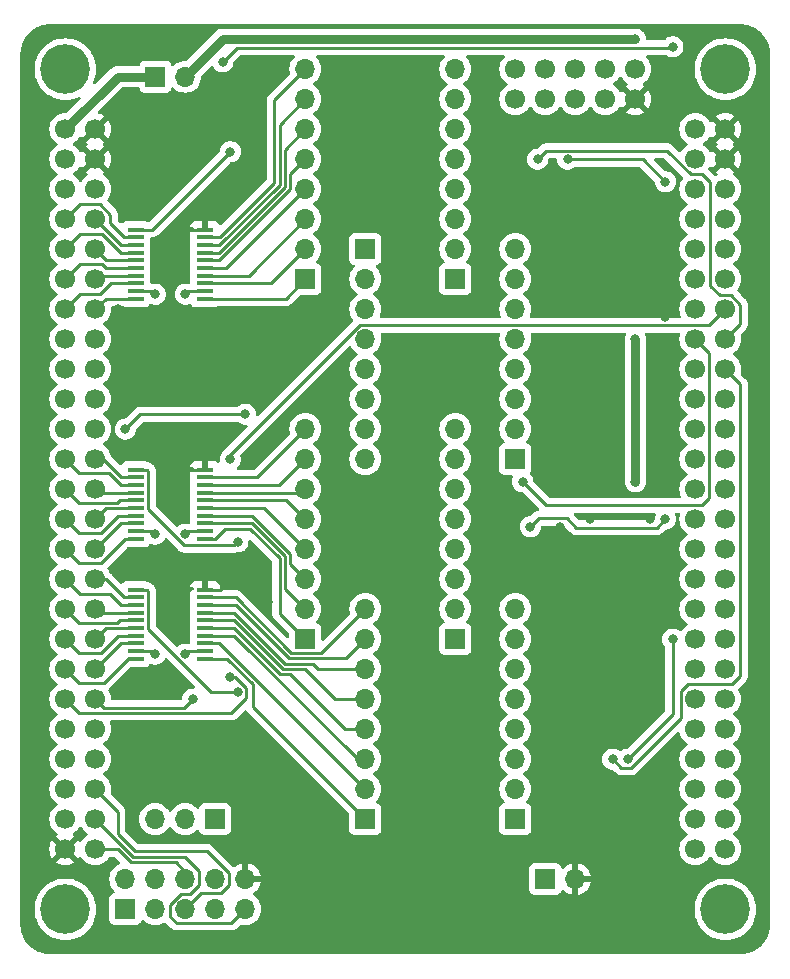
<source format=gbl>
G04 #@! TF.GenerationSoftware,KiCad,Pcbnew,7.0.1*
G04 #@! TF.CreationDate,2023-04-30T12:50:43-04:00*
G04 #@! TF.ProjectId,5v levelshifter board,3576206c-6576-4656-9c73-686966746572,rev?*
G04 #@! TF.SameCoordinates,Original*
G04 #@! TF.FileFunction,Copper,L2,Bot*
G04 #@! TF.FilePolarity,Positive*
%FSLAX46Y46*%
G04 Gerber Fmt 4.6, Leading zero omitted, Abs format (unit mm)*
G04 Created by KiCad (PCBNEW 7.0.1) date 2023-04-30 12:50:43*
%MOMM*%
%LPD*%
G01*
G04 APERTURE LIST*
G04 #@! TA.AperFunction,ComponentPad*
%ADD10R,1.700000X1.700000*%
G04 #@! TD*
G04 #@! TA.AperFunction,ComponentPad*
%ADD11O,1.700000X1.700000*%
G04 #@! TD*
G04 #@! TA.AperFunction,WasherPad*
%ADD12C,4.200000*%
G04 #@! TD*
G04 #@! TA.AperFunction,ComponentPad*
%ADD13C,1.700000*%
G04 #@! TD*
G04 #@! TA.AperFunction,SMDPad,CuDef*
%ADD14R,1.475000X0.450000*%
G04 #@! TD*
G04 #@! TA.AperFunction,ViaPad*
%ADD15C,0.800000*%
G04 #@! TD*
G04 #@! TA.AperFunction,Conductor*
%ADD16C,0.250000*%
G04 #@! TD*
G04 #@! TA.AperFunction,Conductor*
%ADD17C,0.800000*%
G04 #@! TD*
G04 APERTURE END LIST*
D10*
X156845000Y-92075000D03*
D11*
X156845000Y-89535000D03*
X156845000Y-86995000D03*
X156845000Y-84455000D03*
X156845000Y-81915000D03*
X156845000Y-79375000D03*
X156845000Y-76835000D03*
X156845000Y-74295000D03*
D10*
X128905000Y-145415000D03*
D11*
X128905000Y-142875000D03*
X131445000Y-145415000D03*
X131445000Y-142875000D03*
X133985000Y-145415000D03*
X133985000Y-142875000D03*
X136525000Y-145415000D03*
X136525000Y-142875000D03*
X139065000Y-145415000D03*
X139065000Y-142875000D03*
D10*
X131445000Y-74930000D03*
D11*
X133985000Y-74930000D03*
D10*
X161925000Y-107315000D03*
D11*
X161925000Y-104775000D03*
X161925000Y-102235000D03*
X161925000Y-99695000D03*
X161925000Y-97155000D03*
X161925000Y-94615000D03*
X161925000Y-92075000D03*
X161925000Y-89535000D03*
D10*
X136510000Y-137795000D03*
D11*
X133970000Y-137795000D03*
X131430000Y-137795000D03*
D12*
X179705000Y-74295000D03*
X123825000Y-74295000D03*
X179705000Y-145425000D03*
X123825000Y-145425000D03*
D13*
X177165000Y-81915000D03*
X123825000Y-81915000D03*
X177165000Y-120015000D03*
X179705000Y-120015000D03*
X177165000Y-117475000D03*
X179705000Y-117475000D03*
X177165000Y-114935000D03*
X179705000Y-114935000D03*
X177165000Y-112395000D03*
X179705000Y-112395000D03*
X177165000Y-109855000D03*
X179705000Y-109855000D03*
X177165000Y-107315000D03*
X179705000Y-107315000D03*
X177165000Y-104775000D03*
X179705000Y-104775000D03*
X177165000Y-102235000D03*
X179705000Y-102235000D03*
X177165000Y-99695000D03*
X179705000Y-99695000D03*
X177165000Y-97155000D03*
X179705000Y-97155000D03*
X177165000Y-94615000D03*
X179705000Y-94615000D03*
X177165000Y-92075000D03*
X179705000Y-92075000D03*
X177165000Y-89535000D03*
X179705000Y-89535000D03*
X177165000Y-86995000D03*
X179705000Y-86995000D03*
X177165000Y-84455000D03*
X179705000Y-84455000D03*
X123825000Y-86995000D03*
X126365000Y-86995000D03*
X123825000Y-89535000D03*
X126365000Y-89535000D03*
X123825000Y-92075000D03*
X126365000Y-92075000D03*
X123825000Y-94615000D03*
X126365000Y-94615000D03*
X123825000Y-97155000D03*
X126365000Y-97155000D03*
X123825000Y-99695000D03*
X126365000Y-99695000D03*
X123825000Y-102235000D03*
X126365000Y-102235000D03*
X123825000Y-104775000D03*
X126365000Y-104775000D03*
X123825000Y-107315000D03*
X126365000Y-107315000D03*
X123825000Y-109855000D03*
X126365000Y-109855000D03*
X123825000Y-112395000D03*
X126365000Y-112395000D03*
X123825000Y-114935000D03*
X126365000Y-114935000D03*
X123825000Y-117475000D03*
X126365000Y-117475000D03*
X123825000Y-120015000D03*
X126365000Y-120015000D03*
X123825000Y-122555000D03*
X126365000Y-122555000D03*
X123825000Y-125095000D03*
X126365000Y-125095000D03*
X123825000Y-127635000D03*
X126365000Y-127635000D03*
X123825000Y-130175000D03*
X126365000Y-130175000D03*
X123825000Y-132715000D03*
X126365000Y-132715000D03*
X177165000Y-140335000D03*
X179705000Y-140335000D03*
X177165000Y-137795000D03*
X179705000Y-137795000D03*
X177165000Y-135255000D03*
X179705000Y-135255000D03*
X177165000Y-132715000D03*
X179705000Y-132715000D03*
X177165000Y-130175000D03*
X179705000Y-130175000D03*
X177165000Y-127635000D03*
X179705000Y-127635000D03*
X177165000Y-125095000D03*
X179705000Y-125095000D03*
X177165000Y-122555000D03*
X179705000Y-122555000D03*
X161925000Y-76835000D03*
X161925000Y-74295000D03*
X164465000Y-76835000D03*
X164465000Y-74295000D03*
X167005000Y-76835000D03*
X167005000Y-74295000D03*
X169545000Y-76835000D03*
X169545000Y-74295000D03*
X172085000Y-74295000D03*
X123825000Y-84455000D03*
X172085000Y-76835000D03*
X179705000Y-79375000D03*
X126365000Y-79375000D03*
X179705000Y-81915000D03*
X126365000Y-81915000D03*
X123825000Y-140335000D03*
X177165000Y-79375000D03*
X123825000Y-79375000D03*
X126365000Y-140335000D03*
X126365000Y-84455000D03*
X123825000Y-137795000D03*
X126365000Y-137795000D03*
X123825000Y-135255000D03*
X126365000Y-135255000D03*
D10*
X144145000Y-122555000D03*
D11*
X144145000Y-120015000D03*
X144145000Y-117475000D03*
X144145000Y-114935000D03*
X144145000Y-112395000D03*
X144145000Y-109855000D03*
X144145000Y-107315000D03*
X144145000Y-104775000D03*
D10*
X144145000Y-92075000D03*
D11*
X144145000Y-89535000D03*
X144145000Y-86995000D03*
X144145000Y-84455000D03*
X144145000Y-81915000D03*
X144145000Y-79375000D03*
X144145000Y-76835000D03*
X144145000Y-74295000D03*
D10*
X161925000Y-137795000D03*
D11*
X161925000Y-135255000D03*
X161925000Y-132715000D03*
X161925000Y-130175000D03*
X161925000Y-127635000D03*
X161925000Y-125095000D03*
X161925000Y-122555000D03*
X161925000Y-120015000D03*
D10*
X156845000Y-122555000D03*
D11*
X156845000Y-120015000D03*
X156845000Y-117475000D03*
X156845000Y-114935000D03*
X156845000Y-112395000D03*
X156845000Y-109855000D03*
X156845000Y-107315000D03*
X156845000Y-104775000D03*
D10*
X149225000Y-137795000D03*
D11*
X149225000Y-135255000D03*
X149225000Y-132715000D03*
X149225000Y-130175000D03*
X149225000Y-127635000D03*
X149225000Y-125095000D03*
X149225000Y-122555000D03*
X149225000Y-120015000D03*
D10*
X149225000Y-89535000D03*
D11*
X149225000Y-92075000D03*
X149225000Y-94615000D03*
X149225000Y-97155000D03*
X149225000Y-99695000D03*
X149225000Y-102235000D03*
X149225000Y-104775000D03*
X149225000Y-107315000D03*
D10*
X164460000Y-142875000D03*
D11*
X167000000Y-142875000D03*
D14*
X129777000Y-124210000D03*
X129777000Y-123560000D03*
X129777000Y-122910000D03*
X129777000Y-122260000D03*
X129777000Y-121610000D03*
X129777000Y-120960000D03*
X129777000Y-120310000D03*
X129777000Y-119660000D03*
X129777000Y-119010000D03*
X129777000Y-118360000D03*
X135653000Y-118360000D03*
X135653000Y-119010000D03*
X135653000Y-119660000D03*
X135653000Y-120310000D03*
X135653000Y-120960000D03*
X135653000Y-121610000D03*
X135653000Y-122260000D03*
X135653000Y-122910000D03*
X135653000Y-123560000D03*
X135653000Y-124210000D03*
X129777000Y-114050000D03*
X129777000Y-113400000D03*
X129777000Y-112750000D03*
X129777000Y-112100000D03*
X129777000Y-111450000D03*
X129777000Y-110800000D03*
X129777000Y-110150000D03*
X129777000Y-109500000D03*
X129777000Y-108850000D03*
X129777000Y-108200000D03*
X135653000Y-108200000D03*
X135653000Y-108850000D03*
X135653000Y-109500000D03*
X135653000Y-110150000D03*
X135653000Y-110800000D03*
X135653000Y-111450000D03*
X135653000Y-112100000D03*
X135653000Y-112750000D03*
X135653000Y-113400000D03*
X135653000Y-114050000D03*
X129777000Y-93730000D03*
X129777000Y-93080000D03*
X129777000Y-92430000D03*
X129777000Y-91780000D03*
X129777000Y-91130000D03*
X129777000Y-90480000D03*
X129777000Y-89830000D03*
X129777000Y-89180000D03*
X129777000Y-88530000D03*
X129777000Y-87880000D03*
X135653000Y-87880000D03*
X135653000Y-88530000D03*
X135653000Y-89180000D03*
X135653000Y-89830000D03*
X135653000Y-90480000D03*
X135653000Y-91130000D03*
X135653000Y-91780000D03*
X135653000Y-92430000D03*
X135653000Y-93080000D03*
X135653000Y-93730000D03*
D15*
X172085000Y-109220000D03*
X131445000Y-123825000D03*
X131445000Y-93345000D03*
X172085000Y-97155000D03*
X131445000Y-113665000D03*
X135890000Y-106680000D03*
X170815000Y-123190000D03*
X173355000Y-112395000D03*
X168275000Y-112395000D03*
X166370000Y-133985000D03*
X174625000Y-133350000D03*
X128905000Y-116840000D03*
X165735000Y-91440000D03*
X175260000Y-101600000D03*
X166370000Y-121285000D03*
X128905000Y-127000000D03*
X167640000Y-102235000D03*
X175260000Y-121285000D03*
X167640000Y-83185000D03*
X135890000Y-86360000D03*
X128270000Y-94615000D03*
X140970000Y-119380000D03*
X174625000Y-95250000D03*
X170815000Y-114300000D03*
X170815000Y-107950000D03*
X170815000Y-102870000D03*
X165735000Y-113030000D03*
X135890000Y-116840000D03*
X133985000Y-123825000D03*
X133985000Y-113665000D03*
X172085000Y-71755000D03*
X133985000Y-93345000D03*
X137795000Y-81280000D03*
X166370000Y-81915000D03*
X174625000Y-83820000D03*
X139065000Y-103505000D03*
X128905000Y-104775000D03*
X138430000Y-114300000D03*
X138430000Y-127000000D03*
X175260000Y-122555000D03*
X171450000Y-132715000D03*
X174625000Y-112395000D03*
X163195000Y-113030000D03*
X137160000Y-73660000D03*
X175260000Y-72390000D03*
X163830000Y-81915000D03*
X137795000Y-107315000D03*
X137795000Y-125730000D03*
X134620000Y-127635000D03*
X162560000Y-109220000D03*
X170180000Y-132715000D03*
D16*
X131180000Y-93080000D02*
X131445000Y-93345000D01*
X129777000Y-123560000D02*
X131180000Y-123560000D01*
X129777000Y-93080000D02*
X131180000Y-93080000D01*
D17*
X172085000Y-97155000D02*
X172085000Y-109220000D01*
D16*
X131180000Y-113400000D02*
X131445000Y-113665000D01*
X129777000Y-113400000D02*
X131180000Y-113400000D01*
X131180000Y-123560000D02*
X131445000Y-123825000D01*
X135653000Y-108200000D02*
X134235000Y-108200000D01*
X137795000Y-117475000D02*
X136525000Y-117475000D01*
X135653000Y-87880000D02*
X133600000Y-87880000D01*
X133985000Y-107950000D02*
X135255000Y-106680000D01*
X134235000Y-108200000D02*
X133985000Y-107950000D01*
X133600000Y-87380000D02*
X134620000Y-86360000D01*
X135255000Y-106680000D02*
X135890000Y-106680000D01*
X133600000Y-87880000D02*
X133600000Y-87380000D01*
X134620000Y-86360000D02*
X135890000Y-86360000D01*
X136525000Y-117475000D02*
X135890000Y-116840000D01*
X136910000Y-118360000D02*
X137795000Y-117475000D01*
X135653000Y-118360000D02*
X136910000Y-118360000D01*
D17*
X137160000Y-71755000D02*
X172085000Y-71755000D01*
D16*
X135653000Y-113400000D02*
X134250000Y-113400000D01*
X134250000Y-113400000D02*
X133985000Y-113665000D01*
X134250000Y-123560000D02*
X133985000Y-123825000D01*
D17*
X133985000Y-74930000D02*
X137160000Y-71755000D01*
D16*
X135653000Y-93080000D02*
X134250000Y-93080000D01*
X135653000Y-123560000D02*
X134250000Y-123560000D01*
X134250000Y-93080000D02*
X133985000Y-93345000D01*
X129777000Y-93730000D02*
X127250000Y-93730000D01*
X127250000Y-93730000D02*
X126365000Y-94615000D01*
X126756701Y-93345000D02*
X125095000Y-93345000D01*
X129777000Y-92430000D02*
X127671701Y-92430000D01*
X127671701Y-92430000D02*
X126756701Y-93345000D01*
X125095000Y-93345000D02*
X123825000Y-94615000D01*
X129777000Y-91780000D02*
X126660000Y-91780000D01*
X126660000Y-91780000D02*
X126365000Y-92075000D01*
X129777000Y-91130000D02*
X127271701Y-91130000D01*
X125095000Y-90805000D02*
X123825000Y-92075000D01*
X126946701Y-90805000D02*
X125095000Y-90805000D01*
X127271701Y-91130000D02*
X126946701Y-90805000D01*
X127310000Y-90480000D02*
X126365000Y-89535000D01*
X129777000Y-90480000D02*
X127310000Y-90480000D01*
X129777000Y-89830000D02*
X128511701Y-89830000D01*
X128511701Y-89830000D02*
X126946701Y-88265000D01*
X126946701Y-88265000D02*
X125095000Y-88265000D01*
X125095000Y-88265000D02*
X123825000Y-89535000D01*
X128550000Y-89180000D02*
X126365000Y-86995000D01*
X129777000Y-89180000D02*
X128550000Y-89180000D01*
X126756701Y-85725000D02*
X125095000Y-85725000D01*
X128814500Y-88530000D02*
X127635000Y-87350500D01*
X125095000Y-85725000D02*
X123825000Y-86995000D01*
X127635000Y-87350500D02*
X127635000Y-86603299D01*
X127635000Y-86603299D02*
X126756701Y-85725000D01*
X129777000Y-88530000D02*
X128814500Y-88530000D01*
X137795000Y-81280000D02*
X131195000Y-87880000D01*
X131195000Y-87880000D02*
X129777000Y-87880000D01*
X141525000Y-76915000D02*
X144145000Y-74295000D01*
X135653000Y-88530000D02*
X136893604Y-88530000D01*
X136893604Y-88530000D02*
X141525000Y-83898604D01*
X141525000Y-83898604D02*
X141525000Y-76915000D01*
X136880000Y-89180000D02*
X141975000Y-84085000D01*
X141975000Y-84085000D02*
X141975000Y-79005000D01*
X141975000Y-79005000D02*
X144145000Y-76835000D01*
X135653000Y-89180000D02*
X136880000Y-89180000D01*
X136866396Y-89830000D02*
X142425000Y-84271396D01*
X135653000Y-89830000D02*
X136866396Y-89830000D01*
X142425000Y-84271396D02*
X142425000Y-81095000D01*
X142425000Y-81095000D02*
X144145000Y-79375000D01*
X136852792Y-90480000D02*
X142875000Y-84457792D01*
X135653000Y-90480000D02*
X136852792Y-90480000D01*
X142875000Y-83185000D02*
X144145000Y-81915000D01*
X142875000Y-84457792D02*
X142875000Y-83185000D01*
X137470000Y-91130000D02*
X135653000Y-91130000D01*
X144145000Y-84455000D02*
X137470000Y-91130000D01*
X139360000Y-91780000D02*
X144145000Y-86995000D01*
X135653000Y-91780000D02*
X139360000Y-91780000D01*
X135653000Y-92430000D02*
X141250000Y-92430000D01*
X141250000Y-92430000D02*
X144145000Y-89535000D01*
X142490000Y-93730000D02*
X144145000Y-92075000D01*
X135653000Y-93730000D02*
X142490000Y-93730000D01*
X172720000Y-81915000D02*
X166370000Y-81915000D01*
X174625000Y-83820000D02*
X172720000Y-81915000D01*
X130175000Y-103505000D02*
X128905000Y-104775000D01*
X139065000Y-103505000D02*
X130175000Y-103505000D01*
X128911701Y-114050000D02*
X126851701Y-116110000D01*
X129777000Y-114050000D02*
X128911701Y-114050000D01*
X125000000Y-116110000D02*
X123825000Y-114935000D01*
X126851701Y-116110000D02*
X125000000Y-116110000D01*
X129777000Y-112750000D02*
X128550000Y-112750000D01*
X128550000Y-112750000D02*
X126365000Y-114935000D01*
X126851701Y-113570000D02*
X125000000Y-113570000D01*
X128321701Y-112100000D02*
X126851701Y-113570000D01*
X129777000Y-112100000D02*
X128321701Y-112100000D01*
X125000000Y-113570000D02*
X123825000Y-112395000D01*
X127280000Y-111480000D02*
X126365000Y-112395000D01*
X129747000Y-111480000D02*
X127280000Y-111480000D01*
X129777000Y-111450000D02*
X129747000Y-111480000D01*
X128240000Y-111030000D02*
X125000000Y-111030000D01*
X125000000Y-111030000D02*
X123825000Y-109855000D01*
X128470000Y-110800000D02*
X128240000Y-111030000D01*
X129777000Y-110800000D02*
X128470000Y-110800000D01*
X129777000Y-110150000D02*
X126660000Y-110150000D01*
X126660000Y-110150000D02*
X126365000Y-109855000D01*
X128350000Y-109300000D02*
X128348604Y-109300000D01*
X127538604Y-108490000D02*
X125000000Y-108490000D01*
X128348604Y-109300000D02*
X127538604Y-108490000D01*
X129777000Y-109500000D02*
X128550000Y-109500000D01*
X128550000Y-109500000D02*
X128350000Y-109300000D01*
X125000000Y-108490000D02*
X123825000Y-107315000D01*
X127000000Y-107315000D02*
X126365000Y-107315000D01*
X128535000Y-108850000D02*
X127000000Y-107315000D01*
X129777000Y-108850000D02*
X128535000Y-108850000D01*
X133894695Y-114600000D02*
X130839500Y-111544805D01*
X138430000Y-114300000D02*
X138130000Y-114600000D01*
X130839500Y-108275000D02*
X130764500Y-108200000D01*
X130839500Y-111544805D02*
X130839500Y-108275000D01*
X138130000Y-114600000D02*
X133894695Y-114600000D01*
X130764500Y-108200000D02*
X129777000Y-108200000D01*
X140070000Y-108850000D02*
X144145000Y-104775000D01*
X135653000Y-108850000D02*
X140070000Y-108850000D01*
X141960000Y-109500000D02*
X144145000Y-107315000D01*
X135653000Y-109500000D02*
X141960000Y-109500000D01*
X135653000Y-110150000D02*
X143850000Y-110150000D01*
X143850000Y-110150000D02*
X144145000Y-109855000D01*
X142550000Y-110800000D02*
X144145000Y-112395000D01*
X135653000Y-110800000D02*
X142550000Y-110800000D01*
X144145000Y-114935000D02*
X140660000Y-111450000D01*
X140660000Y-111450000D02*
X135653000Y-111450000D01*
X142875000Y-115317208D02*
X142875000Y-116205000D01*
X139657792Y-112100000D02*
X142875000Y-115317208D01*
X142875000Y-116205000D02*
X144145000Y-117475000D01*
X135653000Y-112100000D02*
X139657792Y-112100000D01*
X135653000Y-112750000D02*
X139671396Y-112750000D01*
X139671396Y-112750000D02*
X142425000Y-115503604D01*
X142425000Y-115503604D02*
X142425000Y-118295000D01*
X142425000Y-118295000D02*
X144145000Y-120015000D01*
X141975000Y-115690000D02*
X141975000Y-120385000D01*
X136525000Y-114050000D02*
X137375000Y-113200000D01*
X141975000Y-120385000D02*
X144145000Y-122555000D01*
X139485000Y-113200000D02*
X141975000Y-115690000D01*
X135653000Y-114050000D02*
X136525000Y-114050000D01*
X137375000Y-113200000D02*
X139485000Y-113200000D01*
X129777000Y-124210000D02*
X129155000Y-124210000D01*
X129155000Y-124210000D02*
X127095000Y-126270000D01*
X125000000Y-126270000D02*
X123825000Y-125095000D01*
X127095000Y-126270000D02*
X125000000Y-126270000D01*
X128550000Y-122910000D02*
X126365000Y-125095000D01*
X129777000Y-122910000D02*
X128550000Y-122910000D01*
X128321701Y-122260000D02*
X126851701Y-123730000D01*
X125000000Y-123730000D02*
X123825000Y-122555000D01*
X126851701Y-123730000D02*
X125000000Y-123730000D01*
X129777000Y-122260000D02*
X128321701Y-122260000D01*
X129777000Y-121610000D02*
X129747000Y-121640000D01*
X127280000Y-121640000D02*
X126365000Y-122555000D01*
X129747000Y-121640000D02*
X127280000Y-121640000D01*
X125000000Y-121190000D02*
X123825000Y-120015000D01*
X128240000Y-121190000D02*
X125000000Y-121190000D01*
X129777000Y-120960000D02*
X128470000Y-120960000D01*
X128470000Y-120960000D02*
X128240000Y-121190000D01*
X129777000Y-120310000D02*
X126660000Y-120310000D01*
X126660000Y-120310000D02*
X126365000Y-120015000D01*
X128550000Y-119660000D02*
X127635000Y-118745000D01*
X125095000Y-118745000D02*
X123825000Y-117475000D01*
X127635000Y-118745000D02*
X125095000Y-118745000D01*
X129777000Y-119660000D02*
X128550000Y-119660000D01*
X129777000Y-119010000D02*
X128789500Y-119010000D01*
X128789500Y-119010000D02*
X127254500Y-117475000D01*
X127254500Y-117475000D02*
X126365000Y-117475000D01*
X130764500Y-118360000D02*
X129777000Y-118360000D01*
X130839500Y-121704805D02*
X130839500Y-118435000D01*
X138430000Y-127000000D02*
X136134695Y-127000000D01*
X136134695Y-127000000D02*
X130839500Y-121704805D01*
X130839500Y-118435000D02*
X130764500Y-118360000D01*
X138250000Y-119010000D02*
X135653000Y-119010000D01*
X142970000Y-123730000D02*
X138250000Y-119010000D01*
X149225000Y-120015000D02*
X145510000Y-123730000D01*
X145510000Y-123730000D02*
X142970000Y-123730000D01*
X142783604Y-124180000D02*
X138263604Y-119660000D01*
X149225000Y-122555000D02*
X147600000Y-124180000D01*
X147600000Y-124180000D02*
X142783604Y-124180000D01*
X138263604Y-119660000D02*
X135653000Y-119660000D01*
X144780000Y-124630000D02*
X142410000Y-124630000D01*
X145245000Y-125095000D02*
X144780000Y-124630000D01*
X149225000Y-125095000D02*
X145245000Y-125095000D01*
X138090000Y-120310000D02*
X135653000Y-120310000D01*
X142410000Y-124630000D02*
X138090000Y-120310000D01*
X138103604Y-120960000D02*
X135653000Y-120960000D01*
X146700000Y-127635000D02*
X144145000Y-125080000D01*
X149225000Y-127635000D02*
X146700000Y-127635000D01*
X142223604Y-125080000D02*
X138103604Y-120960000D01*
X144145000Y-125080000D02*
X142223604Y-125080000D01*
X147520000Y-130175000D02*
X142875000Y-125530000D01*
X138117208Y-121610000D02*
X135653000Y-121610000D01*
X149225000Y-130175000D02*
X147520000Y-130175000D01*
X142875000Y-125530000D02*
X142037208Y-125530000D01*
X142037208Y-125530000D02*
X138117208Y-121610000D01*
X149225000Y-132715000D02*
X148585812Y-132715000D01*
X148585812Y-132715000D02*
X138130812Y-122260000D01*
X138130812Y-122260000D02*
X135653000Y-122260000D01*
X149225000Y-135255000D02*
X136880000Y-122910000D01*
X136880000Y-122910000D02*
X135653000Y-122910000D01*
X139696510Y-126365000D02*
X137541510Y-124210000D01*
X139696510Y-128266510D02*
X139696510Y-126365000D01*
X137541510Y-124210000D02*
X135653000Y-124210000D01*
X149225000Y-137795000D02*
X139696510Y-128266510D01*
X175260000Y-122555000D02*
X175260000Y-128905000D01*
X175260000Y-128905000D02*
X171450000Y-132715000D01*
X166280000Y-112305000D02*
X163920000Y-112305000D01*
X174625000Y-112395000D02*
X173900000Y-113120000D01*
X173900000Y-113120000D02*
X167095000Y-113120000D01*
X163920000Y-112305000D02*
X163195000Y-113030000D01*
X167095000Y-113120000D02*
X166280000Y-112305000D01*
D17*
X128270000Y-74930000D02*
X131445000Y-74930000D01*
X123825000Y-79375000D02*
X128270000Y-74930000D01*
D16*
X128270698Y-139064302D02*
X128270698Y-137160698D01*
X135350000Y-144050000D02*
X137011701Y-144050000D01*
X135831701Y-140520000D02*
X129726396Y-140520000D01*
X137700000Y-143361701D02*
X137700000Y-142388299D01*
X137700000Y-142388299D02*
X135831701Y-140520000D01*
X128270698Y-137160698D02*
X126365000Y-135255000D01*
X133985000Y-145415000D02*
X135350000Y-144050000D01*
X129726396Y-140520000D02*
X128270698Y-139064302D01*
X137011701Y-144050000D02*
X137700000Y-143361701D01*
X133985000Y-142240000D02*
X133165000Y-141420000D01*
X128268604Y-140335000D02*
X126365000Y-140335000D01*
X133165000Y-141420000D02*
X129353604Y-141420000D01*
X133985000Y-142875000D02*
X133985000Y-142240000D01*
X129353604Y-141420000D02*
X128268604Y-140335000D01*
X132715000Y-145023299D02*
X133593299Y-144145000D01*
X137890000Y-146590000D02*
X133255000Y-146590000D01*
X133255000Y-146590000D02*
X132715000Y-146050000D01*
X139065000Y-145415000D02*
X137890000Y-146590000D01*
X132715000Y-146050000D02*
X132715000Y-145023299D01*
X135160000Y-142145000D02*
X133985000Y-140970000D01*
X129540000Y-140970000D02*
X126365000Y-137795000D01*
X135160000Y-143361701D02*
X135160000Y-142145000D01*
X134376701Y-144145000D02*
X135160000Y-143361701D01*
X133985000Y-140970000D02*
X129540000Y-140970000D01*
X133593299Y-144145000D02*
X134376701Y-144145000D01*
X175170000Y-72480000D02*
X175260000Y-72390000D01*
X137160000Y-73660000D02*
X138340000Y-72480000D01*
X138340000Y-72480000D02*
X175170000Y-72480000D01*
X180191701Y-93440000D02*
X180975000Y-94223299D01*
X174778299Y-81190000D02*
X176773299Y-83185000D01*
X180975000Y-95885000D02*
X179705000Y-97155000D01*
X178435000Y-83873299D02*
X178435000Y-92656701D01*
X177746701Y-83185000D02*
X178435000Y-83873299D01*
X179218299Y-93440000D02*
X180191701Y-93440000D01*
X176773299Y-83185000D02*
X177746701Y-83185000D01*
X164555000Y-81190000D02*
X174778299Y-81190000D01*
X178435000Y-92656701D02*
X179218299Y-93440000D01*
X163830000Y-81915000D02*
X164555000Y-81190000D01*
X180975000Y-94223299D02*
X180975000Y-95885000D01*
X137795000Y-106923299D02*
X148743299Y-95975000D01*
X148743299Y-95975000D02*
X178345000Y-95975000D01*
X178345000Y-95975000D02*
X179705000Y-94615000D01*
X137795000Y-107315000D02*
X137795000Y-106923299D01*
X138185305Y-125730000D02*
X137795000Y-125730000D01*
X125000000Y-128810000D02*
X137890000Y-128810000D01*
X123825000Y-127635000D02*
X125000000Y-128810000D01*
X137890000Y-128810000D02*
X139155000Y-127545000D01*
X139155000Y-127545000D02*
X139155000Y-126699695D01*
X139155000Y-126699695D02*
X138185305Y-125730000D01*
X133895000Y-128360000D02*
X127090000Y-128360000D01*
X127090000Y-128360000D02*
X126365000Y-127635000D01*
X134620000Y-127635000D02*
X133895000Y-128360000D01*
X178340000Y-110585000D02*
X177705000Y-111220000D01*
X178340000Y-98330000D02*
X178340000Y-110585000D01*
X164560000Y-111220000D02*
X162560000Y-109220000D01*
X177165000Y-97155000D02*
X178340000Y-98330000D01*
X177705000Y-111220000D02*
X164560000Y-111220000D01*
X175990000Y-126958299D02*
X175990000Y-129200305D01*
X179705000Y-99695000D02*
X180975000Y-100965000D01*
X175990000Y-129200305D02*
X171750305Y-133440000D01*
X170905000Y-133440000D02*
X170180000Y-132715000D01*
X171750305Y-133440000D02*
X170905000Y-133440000D01*
X176583299Y-126365000D02*
X175990000Y-126958299D01*
X180975000Y-100965000D02*
X180975000Y-125676701D01*
X180975000Y-125676701D02*
X180286701Y-126365000D01*
X180286701Y-126365000D02*
X176583299Y-126365000D01*
G04 #@! TA.AperFunction,Conductor*
G36*
X132401291Y-124169271D02*
G01*
X132449114Y-124199009D01*
X134772924Y-126522819D01*
X134803174Y-126572182D01*
X134807716Y-126629898D01*
X134785561Y-126683385D01*
X134741538Y-126720985D01*
X134685243Y-126734500D01*
X134525352Y-126734500D01*
X134340197Y-126773855D01*
X134167269Y-126850848D01*
X134014129Y-126962110D01*
X133887466Y-127102783D01*
X133792820Y-127266715D01*
X133734326Y-127446742D01*
X133731282Y-127475707D01*
X133719670Y-127586195D01*
X133716679Y-127614649D01*
X133705280Y-127655067D01*
X133681044Y-127689363D01*
X133672232Y-127698176D01*
X133632002Y-127725060D01*
X133584546Y-127734500D01*
X127842989Y-127734500D01*
X127784139Y-127719645D01*
X127739388Y-127678639D01*
X127719461Y-127621307D01*
X127700063Y-127399592D01*
X127664459Y-127266715D01*
X127638903Y-127171337D01*
X127539035Y-126957171D01*
X127517093Y-126925835D01*
X127499111Y-126900153D01*
X127477223Y-126840553D01*
X127487704Y-126777931D01*
X127516986Y-126741988D01*
X127516599Y-126741668D01*
X127526587Y-126729594D01*
X127554438Y-126695926D01*
X127562279Y-126687309D01*
X129277771Y-124971818D01*
X129318000Y-124944938D01*
X129365453Y-124935499D01*
X130562370Y-124935499D01*
X130562372Y-124935499D01*
X130621983Y-124929091D01*
X130756831Y-124878796D01*
X130872046Y-124792546D01*
X130945768Y-124694066D01*
X130987865Y-124658343D01*
X131041298Y-124644434D01*
X131095468Y-124655098D01*
X131145403Y-124677331D01*
X131165199Y-124686145D01*
X131350352Y-124725500D01*
X131350354Y-124725500D01*
X131539646Y-124725500D01*
X131539648Y-124725500D01*
X131706779Y-124689975D01*
X131724803Y-124686144D01*
X131897730Y-124609151D01*
X132050871Y-124497888D01*
X132177533Y-124357216D01*
X132254048Y-124224687D01*
X132292542Y-124183588D01*
X132345247Y-124163751D01*
X132401291Y-124169271D01*
G37*
G04 #@! TD.AperFunction*
G04 #@! TA.AperFunction,Conductor*
G36*
X132401291Y-114009271D02*
G01*
X132449113Y-114039008D01*
X132927435Y-114517331D01*
X133393891Y-114983787D01*
X133406791Y-114999888D01*
X133457918Y-115047900D01*
X133460714Y-115050610D01*
X133480224Y-115070120D01*
X133483406Y-115072588D01*
X133492266Y-115080155D01*
X133524112Y-115110061D01*
X133524113Y-115110062D01*
X133541665Y-115119711D01*
X133557933Y-115130397D01*
X133573759Y-115142673D01*
X133613841Y-115160017D01*
X133624328Y-115165155D01*
X133662602Y-115186197D01*
X133671105Y-115188379D01*
X133682003Y-115191178D01*
X133700408Y-115197478D01*
X133718799Y-115205437D01*
X133761945Y-115212270D01*
X133773363Y-115214635D01*
X133815676Y-115225500D01*
X133835711Y-115225500D01*
X133855110Y-115227027D01*
X133874891Y-115230160D01*
X133918369Y-115226050D01*
X133930039Y-115225500D01*
X138047256Y-115225500D01*
X138067762Y-115227764D01*
X138070665Y-115227672D01*
X138070667Y-115227673D01*
X138137872Y-115225561D01*
X138141768Y-115225500D01*
X138169349Y-115225500D01*
X138169350Y-115225500D01*
X138173319Y-115224998D01*
X138184965Y-115224080D01*
X138228627Y-115222709D01*
X138247859Y-115217120D01*
X138266918Y-115213174D01*
X138276460Y-115211968D01*
X138286792Y-115210664D01*
X138290469Y-115209207D01*
X138336118Y-115200500D01*
X138524648Y-115200500D01*
X138666219Y-115170408D01*
X138709803Y-115161144D01*
X138882730Y-115084151D01*
X138930800Y-115049226D01*
X139035870Y-114972889D01*
X139069987Y-114934999D01*
X139162533Y-114832216D01*
X139257179Y-114668284D01*
X139315674Y-114488256D01*
X139335460Y-114300000D01*
X139329199Y-114240431D01*
X139337712Y-114180620D01*
X139373479Y-114131928D01*
X139428010Y-114105918D01*
X139488360Y-114108764D01*
X139540201Y-114139791D01*
X141313181Y-115912771D01*
X141340061Y-115952999D01*
X141349500Y-116000452D01*
X141349500Y-120302256D01*
X141347235Y-120322762D01*
X141349439Y-120392873D01*
X141349500Y-120396768D01*
X141349500Y-120424349D01*
X141350003Y-120428334D01*
X141350918Y-120439967D01*
X141352290Y-120483626D01*
X141357879Y-120502860D01*
X141361825Y-120521916D01*
X141364335Y-120541792D01*
X141380414Y-120582404D01*
X141384197Y-120593451D01*
X141396382Y-120635391D01*
X141406580Y-120652635D01*
X141415136Y-120670100D01*
X141422514Y-120688732D01*
X141431312Y-120700841D01*
X141448180Y-120724059D01*
X141454593Y-120733822D01*
X141476826Y-120771416D01*
X141476829Y-120771419D01*
X141476830Y-120771420D01*
X141490995Y-120785585D01*
X141503627Y-120800375D01*
X141515406Y-120816587D01*
X141549058Y-120844426D01*
X141557699Y-120852289D01*
X142758181Y-122052771D01*
X142785061Y-122092999D01*
X142794500Y-122140452D01*
X142794500Y-122370548D01*
X142780985Y-122426843D01*
X142743385Y-122470866D01*
X142689898Y-122493021D01*
X142632182Y-122488479D01*
X142582819Y-122458229D01*
X140759981Y-120635391D01*
X138750802Y-118626211D01*
X138737906Y-118610113D01*
X138686775Y-118562098D01*
X138683978Y-118559387D01*
X138664470Y-118539879D01*
X138661290Y-118537412D01*
X138652424Y-118529839D01*
X138620582Y-118499938D01*
X138603024Y-118490285D01*
X138586764Y-118479604D01*
X138570936Y-118467327D01*
X138530851Y-118449980D01*
X138520361Y-118444841D01*
X138482091Y-118423802D01*
X138462691Y-118418821D01*
X138444284Y-118412519D01*
X138425897Y-118404562D01*
X138382758Y-118397729D01*
X138371324Y-118395361D01*
X138329019Y-118384500D01*
X138308984Y-118384500D01*
X138289586Y-118382973D01*
X138282162Y-118381797D01*
X138269805Y-118379840D01*
X138269804Y-118379840D01*
X138236751Y-118382964D01*
X138226325Y-118383950D01*
X138214656Y-118384500D01*
X137014500Y-118384500D01*
X136952500Y-118367887D01*
X136907113Y-118322500D01*
X136890500Y-118260500D01*
X136890500Y-118087176D01*
X136884097Y-118027624D01*
X136833852Y-117892910D01*
X136747688Y-117777811D01*
X136632589Y-117691647D01*
X136497875Y-117641402D01*
X136438324Y-117635000D01*
X135878000Y-117635000D01*
X135878000Y-118160500D01*
X135861387Y-118222500D01*
X135816000Y-118267887D01*
X135754000Y-118284500D01*
X135552000Y-118284500D01*
X135490000Y-118267887D01*
X135444613Y-118222500D01*
X135428000Y-118160500D01*
X135428000Y-117635000D01*
X134867676Y-117635000D01*
X134808124Y-117641402D01*
X134673410Y-117691647D01*
X134558311Y-117777811D01*
X134472147Y-117892910D01*
X134421902Y-118027624D01*
X134415500Y-118087176D01*
X134415500Y-118135000D01*
X134576066Y-118135000D01*
X134635493Y-118150168D01*
X134680381Y-118191961D01*
X134699750Y-118250154D01*
X134688860Y-118310511D01*
X134650378Y-118358264D01*
X134605753Y-118391672D01*
X134557953Y-118427454D01*
X134477212Y-118535311D01*
X134433449Y-118571884D01*
X134427120Y-118573379D01*
X134415500Y-118585000D01*
X134415500Y-118632828D01*
X134419431Y-118669400D01*
X134419431Y-118695904D01*
X134415000Y-118737127D01*
X134415000Y-119282872D01*
X134419179Y-119321746D01*
X134419179Y-119348249D01*
X134415000Y-119387127D01*
X134415000Y-119932872D01*
X134419179Y-119971746D01*
X134419179Y-119998249D01*
X134415000Y-120037127D01*
X134415000Y-120582872D01*
X134419179Y-120621746D01*
X134419179Y-120648249D01*
X134415000Y-120687127D01*
X134415000Y-121232872D01*
X134419179Y-121271746D01*
X134419179Y-121298249D01*
X134415000Y-121337127D01*
X134415000Y-121882872D01*
X134419179Y-121921746D01*
X134419179Y-121948249D01*
X134415000Y-121987127D01*
X134415000Y-122532872D01*
X134419179Y-122571746D01*
X134419179Y-122598249D01*
X134415000Y-122637128D01*
X134415000Y-122808841D01*
X134399031Y-122869713D01*
X134355236Y-122914906D01*
X134294896Y-122932780D01*
X134246007Y-122934316D01*
X134242111Y-122934439D01*
X134238219Y-122934500D01*
X134210650Y-122934500D01*
X134206671Y-122935002D01*
X134195042Y-122935917D01*
X134158695Y-122937059D01*
X134156304Y-122937134D01*
X134126627Y-122934486D01*
X134109539Y-122930853D01*
X134079647Y-122924500D01*
X134079646Y-122924500D01*
X133890354Y-122924500D01*
X133890352Y-122924500D01*
X133705197Y-122963855D01*
X133532269Y-123040848D01*
X133379128Y-123152111D01*
X133368136Y-123164319D01*
X133312240Y-123199925D01*
X133245990Y-123201658D01*
X133188309Y-123169023D01*
X131501319Y-121482033D01*
X131474439Y-121441805D01*
X131465000Y-121394352D01*
X131465000Y-118517744D01*
X131467264Y-118497237D01*
X131465061Y-118427127D01*
X131465000Y-118423232D01*
X131465000Y-118395653D01*
X131464497Y-118391672D01*
X131463580Y-118380019D01*
X131462209Y-118336373D01*
X131456620Y-118317140D01*
X131452674Y-118298082D01*
X131450164Y-118278206D01*
X131434088Y-118237604D01*
X131430304Y-118226553D01*
X131424381Y-118206168D01*
X131418118Y-118184610D01*
X131407914Y-118167355D01*
X131399361Y-118149895D01*
X131391986Y-118131268D01*
X131366308Y-118095925D01*
X131359901Y-118086170D01*
X131337672Y-118048583D01*
X131337671Y-118048582D01*
X131337670Y-118048580D01*
X131323501Y-118034410D01*
X131310872Y-118019623D01*
X131299094Y-118003412D01*
X131271983Y-117980985D01*
X131259241Y-117966532D01*
X131201274Y-117912097D01*
X131198477Y-117909386D01*
X131178970Y-117889879D01*
X131175790Y-117887412D01*
X131166924Y-117879839D01*
X131135082Y-117849938D01*
X131117524Y-117840285D01*
X131101264Y-117829604D01*
X131085436Y-117817327D01*
X131045351Y-117799980D01*
X131034861Y-117794841D01*
X130996591Y-117773802D01*
X130977191Y-117768821D01*
X130958784Y-117762519D01*
X130940397Y-117754562D01*
X130897258Y-117747729D01*
X130885824Y-117745361D01*
X130828348Y-117730605D01*
X130828489Y-117730052D01*
X130816780Y-117728155D01*
X130781629Y-117709768D01*
X130756831Y-117691204D01*
X130621983Y-117640909D01*
X130562373Y-117634500D01*
X130562369Y-117634500D01*
X128991630Y-117634500D01*
X128932015Y-117640909D01*
X128797169Y-117691204D01*
X128681952Y-117777455D01*
X128664789Y-117800382D01*
X128608855Y-117842252D01*
X128539164Y-117847236D01*
X128477842Y-117813751D01*
X127755302Y-117091211D01*
X127742406Y-117075113D01*
X127691275Y-117027098D01*
X127688478Y-117024387D01*
X127668970Y-117004879D01*
X127665790Y-117002412D01*
X127656925Y-116994841D01*
X127628583Y-116968225D01*
X127601086Y-116930240D01*
X127559956Y-116842036D01*
X127539035Y-116797171D01*
X127403495Y-116603599D01*
X127403494Y-116603598D01*
X127397272Y-116594712D01*
X127400240Y-116592633D01*
X127378680Y-116555291D01*
X127378680Y-116491103D01*
X127410774Y-116435516D01*
X129034472Y-114811818D01*
X129074700Y-114784938D01*
X129122153Y-114775499D01*
X130562370Y-114775499D01*
X130562372Y-114775499D01*
X130621983Y-114769091D01*
X130756831Y-114718796D01*
X130872046Y-114632546D01*
X130945768Y-114534066D01*
X130987865Y-114498343D01*
X131041298Y-114484434D01*
X131095468Y-114495098D01*
X131145403Y-114517331D01*
X131165199Y-114526145D01*
X131350352Y-114565500D01*
X131350354Y-114565500D01*
X131539646Y-114565500D01*
X131539648Y-114565500D01*
X131687528Y-114534067D01*
X131724803Y-114526144D01*
X131897730Y-114449151D01*
X132050871Y-114337888D01*
X132177533Y-114197216D01*
X132254048Y-114064687D01*
X132292542Y-114023588D01*
X132345247Y-114003751D01*
X132401291Y-114009271D01*
G37*
G04 #@! TD.AperFunction*
G04 #@! TA.AperFunction,Conductor*
G36*
X173749674Y-111862114D02*
G01*
X173795061Y-111907503D01*
X173811672Y-111969505D01*
X173799836Y-112013667D01*
X173801848Y-112014321D01*
X173739326Y-112206742D01*
X173721679Y-112374649D01*
X173710280Y-112415067D01*
X173686044Y-112449363D01*
X173677232Y-112458176D01*
X173637002Y-112485060D01*
X173589546Y-112494500D01*
X167405452Y-112494500D01*
X167357999Y-112485061D01*
X167317771Y-112458181D01*
X166916772Y-112057181D01*
X166886522Y-112007818D01*
X166881980Y-111950102D01*
X166904135Y-111896615D01*
X166948158Y-111859015D01*
X167004453Y-111845500D01*
X173687672Y-111845500D01*
X173749674Y-111862114D01*
G37*
G04 #@! TD.AperFunction*
G04 #@! TA.AperFunction,Conductor*
G36*
X171212558Y-96617113D02*
G01*
X171257945Y-96662499D01*
X171274558Y-96724498D01*
X171261259Y-96774129D01*
X171261848Y-96774321D01*
X171258202Y-96785541D01*
X171257946Y-96786498D01*
X171257821Y-96786714D01*
X171199326Y-96966742D01*
X171179540Y-97155000D01*
X171183821Y-97195731D01*
X171184500Y-97208692D01*
X171184500Y-109166308D01*
X171183821Y-109179267D01*
X171179540Y-109220000D01*
X171185254Y-109274369D01*
X171199326Y-109408257D01*
X171257820Y-109588284D01*
X171352466Y-109752216D01*
X171479129Y-109892889D01*
X171632269Y-110004151D01*
X171805197Y-110081144D01*
X171990352Y-110120500D01*
X171990354Y-110120500D01*
X172179646Y-110120500D01*
X172179648Y-110120500D01*
X172321219Y-110090408D01*
X172364803Y-110081144D01*
X172537730Y-110004151D01*
X172690871Y-109892888D01*
X172817533Y-109752216D01*
X172912179Y-109588284D01*
X172970674Y-109408256D01*
X172990460Y-109220000D01*
X172986178Y-109179267D01*
X172985500Y-109166308D01*
X172985500Y-97208692D01*
X172986179Y-97195731D01*
X172990460Y-97155000D01*
X172970674Y-96966744D01*
X172912179Y-96786716D01*
X172912178Y-96786714D01*
X172912054Y-96786498D01*
X172911797Y-96785541D01*
X172908152Y-96774321D01*
X172908740Y-96774129D01*
X172895442Y-96724498D01*
X172912055Y-96662499D01*
X172957442Y-96617113D01*
X173019442Y-96600500D01*
X175753837Y-96600500D01*
X175808681Y-96613288D01*
X175852213Y-96649014D01*
X175875454Y-96700309D01*
X175873612Y-96756592D01*
X175865599Y-96786498D01*
X175829936Y-96919593D01*
X175809340Y-97155000D01*
X175829936Y-97390407D01*
X175874709Y-97557502D01*
X175891097Y-97618663D01*
X175990965Y-97832830D01*
X176126505Y-98026401D01*
X176293599Y-98193495D01*
X176479160Y-98323426D01*
X176518024Y-98367743D01*
X176532035Y-98425000D01*
X176518024Y-98482257D01*
X176479159Y-98526575D01*
X176293595Y-98656508D01*
X176126505Y-98823598D01*
X175990965Y-99017170D01*
X175891097Y-99231336D01*
X175829936Y-99459592D01*
X175809340Y-99694999D01*
X175829936Y-99930407D01*
X175829937Y-99930409D01*
X175891097Y-100158663D01*
X175990965Y-100372830D01*
X176126505Y-100566401D01*
X176293599Y-100733495D01*
X176479160Y-100863426D01*
X176518024Y-100907743D01*
X176532035Y-100965000D01*
X176518024Y-101022257D01*
X176479159Y-101066575D01*
X176293595Y-101196508D01*
X176126505Y-101363598D01*
X175990965Y-101557170D01*
X175891097Y-101771336D01*
X175829936Y-101999592D01*
X175809340Y-102235000D01*
X175829936Y-102470407D01*
X175865866Y-102604500D01*
X175891097Y-102698663D01*
X175990965Y-102912830D01*
X176126505Y-103106401D01*
X176293599Y-103273495D01*
X176479160Y-103403426D01*
X176518024Y-103447743D01*
X176532035Y-103505000D01*
X176518024Y-103562257D01*
X176479159Y-103606575D01*
X176293595Y-103736508D01*
X176126505Y-103903598D01*
X175990965Y-104097170D01*
X175891097Y-104311336D01*
X175829936Y-104539592D01*
X175809340Y-104775000D01*
X175829936Y-105010407D01*
X175874055Y-105175059D01*
X175891097Y-105238663D01*
X175990965Y-105452830D01*
X176126505Y-105646401D01*
X176293599Y-105813495D01*
X176479160Y-105943426D01*
X176518024Y-105987743D01*
X176532035Y-106045000D01*
X176518024Y-106102257D01*
X176479159Y-106146575D01*
X176293595Y-106276508D01*
X176126505Y-106443598D01*
X175990965Y-106637170D01*
X175891097Y-106851336D01*
X175829936Y-107079592D01*
X175809340Y-107314999D01*
X175829936Y-107550407D01*
X175867323Y-107689938D01*
X175891097Y-107778663D01*
X175990965Y-107992830D01*
X176126505Y-108186401D01*
X176293599Y-108353495D01*
X176479160Y-108483426D01*
X176518024Y-108527743D01*
X176532035Y-108585000D01*
X176518024Y-108642257D01*
X176479159Y-108686575D01*
X176293595Y-108816508D01*
X176126505Y-108983598D01*
X175990965Y-109177170D01*
X175891097Y-109391336D01*
X175829936Y-109619592D01*
X175809340Y-109855000D01*
X175829936Y-110090407D01*
X175891097Y-110318662D01*
X175937463Y-110418095D01*
X175948816Y-110478610D01*
X175929662Y-110537125D01*
X175884724Y-110579214D01*
X175825081Y-110594500D01*
X164870453Y-110594500D01*
X164823000Y-110585061D01*
X164782772Y-110558181D01*
X163498960Y-109274369D01*
X163474720Y-109240071D01*
X163463321Y-109199655D01*
X163445674Y-109031744D01*
X163387179Y-108851716D01*
X163387179Y-108851715D01*
X163292533Y-108687783D01*
X163205809Y-108591467D01*
X163178601Y-108542106D01*
X163176054Y-108485799D01*
X163198692Y-108434186D01*
X163218796Y-108407331D01*
X163269091Y-108272483D01*
X163275500Y-108212873D01*
X163275499Y-106417128D01*
X163269091Y-106357517D01*
X163218796Y-106222669D01*
X163132546Y-106107454D01*
X163017331Y-106021204D01*
X162955898Y-105998291D01*
X162885916Y-105972189D01*
X162835537Y-105937209D01*
X162808084Y-105882365D01*
X162810273Y-105821072D01*
X162841566Y-105768329D01*
X162963495Y-105646401D01*
X163099035Y-105452830D01*
X163198903Y-105238663D01*
X163260063Y-105010408D01*
X163280659Y-104775000D01*
X163260063Y-104539592D01*
X163198903Y-104311337D01*
X163099035Y-104097171D01*
X162963495Y-103903599D01*
X162796401Y-103736505D01*
X162610839Y-103606573D01*
X162571975Y-103562257D01*
X162557964Y-103505000D01*
X162571975Y-103447743D01*
X162610839Y-103403426D01*
X162796401Y-103273495D01*
X162963495Y-103106401D01*
X163099035Y-102912830D01*
X163198903Y-102698663D01*
X163260063Y-102470408D01*
X163280659Y-102235000D01*
X163260063Y-101999592D01*
X163198903Y-101771337D01*
X163099035Y-101557171D01*
X162963495Y-101363599D01*
X162796401Y-101196505D01*
X162610839Y-101066573D01*
X162571974Y-101022255D01*
X162557964Y-100964999D01*
X162571975Y-100907742D01*
X162610837Y-100863428D01*
X162796401Y-100733495D01*
X162963495Y-100566401D01*
X163099035Y-100372830D01*
X163198903Y-100158663D01*
X163260063Y-99930408D01*
X163280659Y-99695000D01*
X163260063Y-99459592D01*
X163198903Y-99231337D01*
X163099035Y-99017171D01*
X162963495Y-98823599D01*
X162796401Y-98656505D01*
X162610839Y-98526573D01*
X162571975Y-98482257D01*
X162557964Y-98425000D01*
X162571975Y-98367743D01*
X162610839Y-98323426D01*
X162796401Y-98193495D01*
X162963495Y-98026401D01*
X163099035Y-97832830D01*
X163198903Y-97618663D01*
X163260063Y-97390408D01*
X163280659Y-97155000D01*
X163260063Y-96919592D01*
X163216387Y-96756592D01*
X163214546Y-96700309D01*
X163237787Y-96649014D01*
X163281319Y-96613288D01*
X163336163Y-96600500D01*
X171150558Y-96600500D01*
X171212558Y-96617113D01*
G37*
G04 #@! TD.AperFunction*
G04 #@! TA.AperFunction,Conductor*
G36*
X180978471Y-70485694D02*
G01*
X181090527Y-70491987D01*
X181259353Y-70502199D01*
X181272591Y-70503720D01*
X181404665Y-70526160D01*
X181406007Y-70526397D01*
X181551210Y-70553007D01*
X181563153Y-70555814D01*
X181695788Y-70594025D01*
X181698279Y-70594773D01*
X181835146Y-70637423D01*
X181845682Y-70641237D01*
X181974736Y-70694693D01*
X181978063Y-70696130D01*
X182107306Y-70754298D01*
X182116372Y-70758834D01*
X182239331Y-70826791D01*
X182243500Y-70829202D01*
X182363988Y-70902040D01*
X182371592Y-70907027D01*
X182486525Y-70988575D01*
X182491223Y-70992078D01*
X182564998Y-71049877D01*
X182601752Y-71078672D01*
X182607906Y-71083823D01*
X182713133Y-71177859D01*
X182718187Y-71182638D01*
X182817360Y-71281811D01*
X182822139Y-71286865D01*
X182916175Y-71392092D01*
X182921326Y-71398246D01*
X183007904Y-71508754D01*
X183011423Y-71513473D01*
X183092971Y-71628406D01*
X183097958Y-71636010D01*
X183170796Y-71756498D01*
X183173207Y-71760667D01*
X183241164Y-71883626D01*
X183245710Y-71892713D01*
X183288669Y-71988164D01*
X183303832Y-72021853D01*
X183305317Y-72025291D01*
X183358756Y-72154303D01*
X183362580Y-72164866D01*
X183405214Y-72301684D01*
X183405983Y-72304246D01*
X183444180Y-72436831D01*
X183446995Y-72448807D01*
X183473578Y-72593865D01*
X183473857Y-72595446D01*
X183496275Y-72727385D01*
X183497801Y-72740670D01*
X183507997Y-72909242D01*
X183508028Y-72909774D01*
X183514305Y-73021527D01*
X183514500Y-73028481D01*
X183514500Y-146681519D01*
X183514305Y-146688473D01*
X183508028Y-146800224D01*
X183507997Y-146800756D01*
X183497801Y-146969328D01*
X183496275Y-146982613D01*
X183473857Y-147114552D01*
X183473578Y-147116133D01*
X183446995Y-147261191D01*
X183444180Y-147273167D01*
X183405983Y-147405752D01*
X183405214Y-147408314D01*
X183362580Y-147545132D01*
X183358756Y-147555695D01*
X183305317Y-147684707D01*
X183303832Y-147688145D01*
X183245712Y-147817282D01*
X183241164Y-147826372D01*
X183173207Y-147949331D01*
X183170796Y-147953500D01*
X183097958Y-148073988D01*
X183092971Y-148081592D01*
X183011423Y-148196525D01*
X183007904Y-148201244D01*
X182921326Y-148311752D01*
X182916175Y-148317906D01*
X182822139Y-148423133D01*
X182817360Y-148428187D01*
X182718187Y-148527360D01*
X182713133Y-148532139D01*
X182607906Y-148626175D01*
X182601752Y-148631326D01*
X182491244Y-148717904D01*
X182486525Y-148721423D01*
X182371592Y-148802971D01*
X182363988Y-148807958D01*
X182243500Y-148880796D01*
X182239331Y-148883207D01*
X182116372Y-148951164D01*
X182107282Y-148955712D01*
X181978145Y-149013832D01*
X181974707Y-149015317D01*
X181845695Y-149068756D01*
X181835132Y-149072580D01*
X181698314Y-149115214D01*
X181695752Y-149115983D01*
X181563167Y-149154180D01*
X181551191Y-149156995D01*
X181406133Y-149183578D01*
X181404552Y-149183857D01*
X181272613Y-149206275D01*
X181259328Y-149207801D01*
X181090756Y-149217997D01*
X181090224Y-149218028D01*
X180982513Y-149224078D01*
X180978471Y-149224305D01*
X180971519Y-149224500D01*
X122558481Y-149224500D01*
X122551528Y-149224305D01*
X122547045Y-149224053D01*
X122439774Y-149218028D01*
X122439242Y-149217997D01*
X122270670Y-149207801D01*
X122257385Y-149206275D01*
X122125446Y-149183857D01*
X122123865Y-149183578D01*
X121978807Y-149156995D01*
X121966831Y-149154180D01*
X121834246Y-149115983D01*
X121831684Y-149115214D01*
X121694866Y-149072580D01*
X121684303Y-149068756D01*
X121555291Y-149015317D01*
X121551873Y-149013841D01*
X121422713Y-148955710D01*
X121413626Y-148951164D01*
X121290667Y-148883207D01*
X121286498Y-148880796D01*
X121166010Y-148807958D01*
X121158406Y-148802971D01*
X121043473Y-148721423D01*
X121038754Y-148717904D01*
X120928246Y-148631326D01*
X120922092Y-148626175D01*
X120816865Y-148532139D01*
X120811811Y-148527360D01*
X120712638Y-148428187D01*
X120707859Y-148423133D01*
X120613823Y-148317906D01*
X120608672Y-148311752D01*
X120522078Y-148201223D01*
X120518575Y-148196525D01*
X120437027Y-148081592D01*
X120432040Y-148073988D01*
X120359202Y-147953500D01*
X120356791Y-147949331D01*
X120338272Y-147915824D01*
X120288832Y-147826369D01*
X120284298Y-147817306D01*
X120226130Y-147688063D01*
X120224693Y-147684736D01*
X120171237Y-147555682D01*
X120167423Y-147545146D01*
X120124773Y-147408279D01*
X120124015Y-147405752D01*
X120115172Y-147375057D01*
X120085814Y-147273153D01*
X120083007Y-147261210D01*
X120056397Y-147116007D01*
X120056160Y-147114665D01*
X120033720Y-146982591D01*
X120032199Y-146969353D01*
X120021983Y-146800453D01*
X120015694Y-146688471D01*
X120015500Y-146681521D01*
X120015500Y-145425000D01*
X121219746Y-145425000D01*
X121238742Y-145739029D01*
X121295452Y-146048483D01*
X121389043Y-146348828D01*
X121389045Y-146348833D01*
X121389046Y-146348835D01*
X121518163Y-146635721D01*
X121518164Y-146635722D01*
X121680918Y-146904952D01*
X121810352Y-147070161D01*
X121874940Y-147152602D01*
X122097398Y-147375060D01*
X122139844Y-147408314D01*
X122345047Y-147569081D01*
X122461677Y-147639586D01*
X122614279Y-147731837D01*
X122901165Y-147860954D01*
X123201522Y-147954549D01*
X123510971Y-148011258D01*
X123825000Y-148030253D01*
X124139029Y-148011258D01*
X124448478Y-147954549D01*
X124748835Y-147860954D01*
X125035721Y-147731837D01*
X125304952Y-147569081D01*
X125552602Y-147375060D01*
X125775060Y-147152602D01*
X125969081Y-146904952D01*
X126131837Y-146635721D01*
X126260954Y-146348835D01*
X126354549Y-146048478D01*
X126411258Y-145739029D01*
X126430253Y-145425000D01*
X126411258Y-145110971D01*
X126354549Y-144801522D01*
X126265928Y-144517127D01*
X126260956Y-144501171D01*
X126260955Y-144501170D01*
X126260954Y-144501165D01*
X126131837Y-144214279D01*
X126031943Y-144049035D01*
X125969081Y-143945047D01*
X125843708Y-143785021D01*
X125775060Y-143697398D01*
X125552602Y-143474940D01*
X125433341Y-143381505D01*
X125304952Y-143280918D01*
X125112021Y-143164288D01*
X125035721Y-143118163D01*
X124748835Y-142989046D01*
X124748833Y-142989045D01*
X124748828Y-142989043D01*
X124448483Y-142895452D01*
X124139029Y-142838742D01*
X123825000Y-142819746D01*
X123510970Y-142838742D01*
X123201516Y-142895452D01*
X122901171Y-142989043D01*
X122874604Y-143001000D01*
X122636001Y-143108387D01*
X122614277Y-143118164D01*
X122345047Y-143280918D01*
X122097395Y-143474942D01*
X121874942Y-143697395D01*
X121680918Y-143945047D01*
X121523388Y-144205635D01*
X121518163Y-144214279D01*
X121503628Y-144246575D01*
X121389043Y-144501171D01*
X121295452Y-144801516D01*
X121238742Y-145110970D01*
X121219746Y-145425000D01*
X120015500Y-145425000D01*
X120015500Y-141449925D01*
X123063625Y-141449925D01*
X123147420Y-141508599D01*
X123361507Y-141608430D01*
X123589681Y-141669569D01*
X123825000Y-141690157D01*
X124060318Y-141669569D01*
X124288492Y-141608430D01*
X124502576Y-141508600D01*
X124586373Y-141449925D01*
X123825000Y-140688553D01*
X123063625Y-141449925D01*
X120015500Y-141449925D01*
X120015500Y-140335000D01*
X122469842Y-140335000D01*
X122490430Y-140570318D01*
X122551569Y-140798492D01*
X122651400Y-141012580D01*
X122710073Y-141096373D01*
X123471447Y-140335001D01*
X123471447Y-140335000D01*
X122710072Y-139573625D01*
X122651399Y-139657422D01*
X122551569Y-139871507D01*
X122490430Y-140099681D01*
X122469842Y-140335000D01*
X120015500Y-140335000D01*
X120015500Y-74294999D01*
X121219746Y-74294999D01*
X121238742Y-74609029D01*
X121295452Y-74918483D01*
X121389043Y-75218828D01*
X121389045Y-75218832D01*
X121389046Y-75218835D01*
X121518163Y-75505721D01*
X121556358Y-75568903D01*
X121680918Y-75774952D01*
X121787636Y-75911167D01*
X121874940Y-76022602D01*
X122097398Y-76245060D01*
X122142633Y-76280499D01*
X122345047Y-76439081D01*
X122461677Y-76509586D01*
X122614279Y-76601837D01*
X122901165Y-76730954D01*
X123201522Y-76824549D01*
X123510971Y-76881258D01*
X123825000Y-76900253D01*
X124139029Y-76881258D01*
X124448478Y-76824549D01*
X124748835Y-76730954D01*
X124944099Y-76643072D01*
X125011421Y-76633242D01*
X125073798Y-76660413D01*
X125112448Y-76716408D01*
X125115736Y-76784366D01*
X125082670Y-76843829D01*
X123941436Y-77985063D01*
X123896167Y-78013903D01*
X123842951Y-78020910D01*
X123825002Y-78019340D01*
X123589592Y-78039936D01*
X123361336Y-78101097D01*
X123147170Y-78200965D01*
X122953598Y-78336505D01*
X122786505Y-78503598D01*
X122650965Y-78697170D01*
X122551097Y-78911336D01*
X122489936Y-79139592D01*
X122469340Y-79375000D01*
X122489936Y-79610407D01*
X122521593Y-79728553D01*
X122551097Y-79838663D01*
X122650965Y-80052830D01*
X122786505Y-80246401D01*
X122953599Y-80413495D01*
X123139160Y-80543426D01*
X123178024Y-80587743D01*
X123192035Y-80645000D01*
X123178024Y-80702257D01*
X123139159Y-80746575D01*
X122953595Y-80876508D01*
X122786505Y-81043598D01*
X122650965Y-81237170D01*
X122551097Y-81451336D01*
X122489936Y-81679592D01*
X122469340Y-81915000D01*
X122489936Y-82150407D01*
X122534709Y-82317501D01*
X122551097Y-82378663D01*
X122650965Y-82592830D01*
X122786505Y-82786401D01*
X122953599Y-82953495D01*
X123139160Y-83083426D01*
X123178024Y-83127743D01*
X123192035Y-83185000D01*
X123178024Y-83242257D01*
X123139160Y-83286574D01*
X123025847Y-83365917D01*
X122953595Y-83416508D01*
X122786505Y-83583598D01*
X122650965Y-83777170D01*
X122551097Y-83991336D01*
X122489936Y-84219592D01*
X122469340Y-84455000D01*
X122489936Y-84690407D01*
X122534709Y-84857501D01*
X122551097Y-84918663D01*
X122650965Y-85132830D01*
X122786505Y-85326401D01*
X122953599Y-85493495D01*
X123139160Y-85623426D01*
X123178024Y-85667743D01*
X123192035Y-85725000D01*
X123178024Y-85782257D01*
X123139159Y-85826575D01*
X122953595Y-85956508D01*
X122786505Y-86123598D01*
X122650965Y-86317170D01*
X122551097Y-86531336D01*
X122489936Y-86759592D01*
X122469340Y-86994999D01*
X122489936Y-87230407D01*
X122534054Y-87395058D01*
X122551097Y-87458663D01*
X122650965Y-87672830D01*
X122786505Y-87866401D01*
X122953599Y-88033495D01*
X123139160Y-88163426D01*
X123178024Y-88207743D01*
X123192035Y-88265000D01*
X123178024Y-88322257D01*
X123139158Y-88366575D01*
X123007708Y-88458618D01*
X122953595Y-88496508D01*
X122786505Y-88663598D01*
X122650965Y-88857170D01*
X122551097Y-89071336D01*
X122489936Y-89299592D01*
X122469340Y-89535000D01*
X122489936Y-89770407D01*
X122516856Y-89870873D01*
X122551097Y-89998663D01*
X122650965Y-90212830D01*
X122786505Y-90406401D01*
X122953599Y-90573495D01*
X123139160Y-90703426D01*
X123178024Y-90747743D01*
X123192035Y-90805000D01*
X123178024Y-90862257D01*
X123139159Y-90906575D01*
X123108738Y-90927875D01*
X123051958Y-90967634D01*
X122953595Y-91036508D01*
X122786505Y-91203598D01*
X122650965Y-91397170D01*
X122551097Y-91611336D01*
X122489936Y-91839592D01*
X122469340Y-92074999D01*
X122489936Y-92310407D01*
X122529252Y-92457135D01*
X122551097Y-92538663D01*
X122650965Y-92752830D01*
X122786505Y-92946401D01*
X122953599Y-93113495D01*
X123139160Y-93243426D01*
X123178024Y-93287743D01*
X123192035Y-93345000D01*
X123178024Y-93402257D01*
X123139159Y-93446575D01*
X122953595Y-93576508D01*
X122786505Y-93743598D01*
X122650965Y-93937170D01*
X122551097Y-94151336D01*
X122489936Y-94379592D01*
X122469340Y-94615000D01*
X122489936Y-94850407D01*
X122534709Y-95017501D01*
X122551097Y-95078663D01*
X122650965Y-95292830D01*
X122786505Y-95486401D01*
X122953599Y-95653495D01*
X123139160Y-95783426D01*
X123178024Y-95827743D01*
X123192035Y-95885000D01*
X123178024Y-95942257D01*
X123139158Y-95986575D01*
X123006774Y-96079272D01*
X122953595Y-96116508D01*
X122786505Y-96283598D01*
X122650965Y-96477170D01*
X122551097Y-96691336D01*
X122489936Y-96919592D01*
X122469340Y-97155000D01*
X122489936Y-97390407D01*
X122534709Y-97557502D01*
X122551097Y-97618663D01*
X122650965Y-97832830D01*
X122786505Y-98026401D01*
X122953599Y-98193495D01*
X123139160Y-98323426D01*
X123178024Y-98367743D01*
X123192035Y-98425000D01*
X123178024Y-98482257D01*
X123139159Y-98526575D01*
X122953595Y-98656508D01*
X122786505Y-98823598D01*
X122650965Y-99017170D01*
X122551097Y-99231336D01*
X122489936Y-99459592D01*
X122469340Y-99695000D01*
X122489936Y-99930407D01*
X122489937Y-99930409D01*
X122551097Y-100158663D01*
X122650965Y-100372830D01*
X122786505Y-100566401D01*
X122953599Y-100733495D01*
X123139160Y-100863426D01*
X123178024Y-100907743D01*
X123192035Y-100965000D01*
X123178024Y-101022257D01*
X123139159Y-101066575D01*
X122953595Y-101196508D01*
X122786505Y-101363598D01*
X122650965Y-101557170D01*
X122551097Y-101771336D01*
X122489936Y-101999592D01*
X122469340Y-102235000D01*
X122489936Y-102470407D01*
X122525866Y-102604500D01*
X122551097Y-102698663D01*
X122650965Y-102912830D01*
X122786505Y-103106401D01*
X122953599Y-103273495D01*
X123139160Y-103403426D01*
X123178024Y-103447743D01*
X123192035Y-103505000D01*
X123178024Y-103562257D01*
X123139159Y-103606575D01*
X122953595Y-103736508D01*
X122786505Y-103903598D01*
X122650965Y-104097170D01*
X122551097Y-104311336D01*
X122489936Y-104539592D01*
X122469340Y-104774999D01*
X122489936Y-105010407D01*
X122534055Y-105175059D01*
X122551097Y-105238663D01*
X122650965Y-105452830D01*
X122786505Y-105646401D01*
X122953599Y-105813495D01*
X123139160Y-105943426D01*
X123178024Y-105987743D01*
X123192035Y-106045000D01*
X123178024Y-106102257D01*
X123139159Y-106146575D01*
X122953595Y-106276508D01*
X122786505Y-106443598D01*
X122650965Y-106637170D01*
X122551097Y-106851336D01*
X122489936Y-107079592D01*
X122469340Y-107314999D01*
X122489936Y-107550407D01*
X122527323Y-107689938D01*
X122551097Y-107778663D01*
X122650965Y-107992830D01*
X122786505Y-108186401D01*
X122953599Y-108353495D01*
X123139160Y-108483426D01*
X123178024Y-108527743D01*
X123192035Y-108585000D01*
X123178024Y-108642257D01*
X123139159Y-108686575D01*
X122953595Y-108816508D01*
X122786505Y-108983598D01*
X122650965Y-109177170D01*
X122551097Y-109391336D01*
X122489936Y-109619592D01*
X122469340Y-109854999D01*
X122489936Y-110090407D01*
X122534709Y-110257502D01*
X122551097Y-110318663D01*
X122650965Y-110532830D01*
X122786505Y-110726401D01*
X122953599Y-110893495D01*
X123139160Y-111023426D01*
X123178024Y-111067743D01*
X123192035Y-111125000D01*
X123178024Y-111182257D01*
X123139160Y-111226574D01*
X123002831Y-111322033D01*
X122953595Y-111356508D01*
X122786505Y-111523598D01*
X122650965Y-111717170D01*
X122551097Y-111931336D01*
X122489936Y-112159592D01*
X122469340Y-112395000D01*
X122489936Y-112630407D01*
X122529252Y-112777135D01*
X122551097Y-112858663D01*
X122650965Y-113072830D01*
X122786505Y-113266401D01*
X122953599Y-113433495D01*
X123139160Y-113563426D01*
X123178024Y-113607743D01*
X123192035Y-113665000D01*
X123178024Y-113722257D01*
X123139158Y-113766575D01*
X122961256Y-113891144D01*
X122953595Y-113896508D01*
X122786505Y-114063598D01*
X122650965Y-114257170D01*
X122551097Y-114471336D01*
X122489936Y-114699592D01*
X122469340Y-114934999D01*
X122489936Y-115170407D01*
X122505305Y-115227764D01*
X122551097Y-115398663D01*
X122650965Y-115612830D01*
X122786505Y-115806401D01*
X122953599Y-115973495D01*
X123139160Y-116103426D01*
X123178024Y-116147743D01*
X123192035Y-116205000D01*
X123178024Y-116262257D01*
X123139160Y-116306574D01*
X122955012Y-116435516D01*
X122953595Y-116436508D01*
X122786505Y-116603598D01*
X122650965Y-116797170D01*
X122551097Y-117011336D01*
X122489936Y-117239592D01*
X122469340Y-117475000D01*
X122489936Y-117710407D01*
X122527323Y-117849938D01*
X122551097Y-117938663D01*
X122650965Y-118152830D01*
X122786505Y-118346401D01*
X122953599Y-118513495D01*
X123139160Y-118643426D01*
X123178024Y-118687743D01*
X123192035Y-118745000D01*
X123178024Y-118802257D01*
X123139159Y-118846575D01*
X122953595Y-118976508D01*
X122786505Y-119143598D01*
X122650965Y-119337170D01*
X122551097Y-119551336D01*
X122489936Y-119779592D01*
X122469340Y-120014999D01*
X122489936Y-120250407D01*
X122534055Y-120415059D01*
X122551097Y-120478663D01*
X122650965Y-120692830D01*
X122786505Y-120886401D01*
X122953599Y-121053495D01*
X123139160Y-121183426D01*
X123178024Y-121227743D01*
X123192035Y-121285000D01*
X123178024Y-121342257D01*
X123139160Y-121386574D01*
X123002831Y-121482033D01*
X122953595Y-121516508D01*
X122786505Y-121683598D01*
X122650965Y-121877170D01*
X122551097Y-122091336D01*
X122489936Y-122319592D01*
X122469340Y-122555000D01*
X122489936Y-122790407D01*
X122529252Y-122937135D01*
X122551097Y-123018663D01*
X122650965Y-123232830D01*
X122786505Y-123426401D01*
X122953599Y-123593495D01*
X123139160Y-123723426D01*
X123178024Y-123767743D01*
X123192035Y-123825000D01*
X123178024Y-123882257D01*
X123139159Y-123926575D01*
X122953595Y-124056508D01*
X122786505Y-124223598D01*
X122650965Y-124417170D01*
X122551097Y-124631336D01*
X122489936Y-124859592D01*
X122469340Y-125094999D01*
X122489936Y-125330407D01*
X122534709Y-125497502D01*
X122551097Y-125558663D01*
X122650965Y-125772830D01*
X122786505Y-125966401D01*
X122953599Y-126133495D01*
X123139160Y-126263426D01*
X123178024Y-126307743D01*
X123192035Y-126365000D01*
X123178024Y-126422257D01*
X123139159Y-126466575D01*
X122953595Y-126596508D01*
X122786505Y-126763598D01*
X122650965Y-126957170D01*
X122551097Y-127171336D01*
X122489936Y-127399592D01*
X122469340Y-127634999D01*
X122489936Y-127870407D01*
X122528862Y-128015679D01*
X122551097Y-128098663D01*
X122650965Y-128312830D01*
X122786505Y-128506401D01*
X122953599Y-128673495D01*
X123139160Y-128803426D01*
X123178024Y-128847743D01*
X123192035Y-128905000D01*
X123178024Y-128962257D01*
X123139159Y-129006575D01*
X122953595Y-129136508D01*
X122786505Y-129303598D01*
X122650965Y-129497170D01*
X122551097Y-129711336D01*
X122489936Y-129939592D01*
X122469340Y-130175000D01*
X122489936Y-130410407D01*
X122534709Y-130577502D01*
X122551097Y-130638663D01*
X122650965Y-130852830D01*
X122786505Y-131046401D01*
X122953599Y-131213495D01*
X123139160Y-131343426D01*
X123178024Y-131387743D01*
X123192035Y-131445000D01*
X123178024Y-131502257D01*
X123139158Y-131546575D01*
X122999659Y-131644254D01*
X122953595Y-131676508D01*
X122786505Y-131843598D01*
X122650965Y-132037170D01*
X122551097Y-132251336D01*
X122489936Y-132479592D01*
X122469340Y-132714999D01*
X122489936Y-132950407D01*
X122534709Y-133117501D01*
X122551097Y-133178663D01*
X122650965Y-133392830D01*
X122786505Y-133586401D01*
X122953599Y-133753495D01*
X123139160Y-133883426D01*
X123178024Y-133927743D01*
X123192035Y-133985000D01*
X123178024Y-134042257D01*
X123139159Y-134086575D01*
X122953595Y-134216508D01*
X122786505Y-134383598D01*
X122650965Y-134577170D01*
X122551097Y-134791336D01*
X122489936Y-135019592D01*
X122469340Y-135254999D01*
X122489936Y-135490407D01*
X122516856Y-135590872D01*
X122551097Y-135718663D01*
X122650965Y-135932830D01*
X122786505Y-136126401D01*
X122953599Y-136293495D01*
X123139160Y-136423426D01*
X123178024Y-136467743D01*
X123192035Y-136525000D01*
X123178024Y-136582257D01*
X123139158Y-136626575D01*
X122958301Y-136753213D01*
X122953595Y-136756508D01*
X122786505Y-136923598D01*
X122650965Y-137117170D01*
X122551097Y-137331336D01*
X122489936Y-137559592D01*
X122469340Y-137795000D01*
X122489936Y-138030407D01*
X122534709Y-138197502D01*
X122551097Y-138258663D01*
X122650965Y-138472830D01*
X122786505Y-138666401D01*
X122953599Y-138833495D01*
X123139597Y-138963732D01*
X123178460Y-139008048D01*
X123192471Y-139065306D01*
X123178460Y-139122563D01*
X123139594Y-139166881D01*
X123063626Y-139220073D01*
X123825000Y-139981447D01*
X123825001Y-139981447D01*
X124586373Y-139220073D01*
X124586373Y-139220072D01*
X124510405Y-139166880D01*
X124471539Y-139122562D01*
X124457528Y-139065305D01*
X124471539Y-139008048D01*
X124510402Y-138963732D01*
X124696401Y-138833495D01*
X124863495Y-138666401D01*
X124993426Y-138480839D01*
X125037743Y-138441975D01*
X125095000Y-138427964D01*
X125152257Y-138441975D01*
X125196573Y-138480839D01*
X125326505Y-138666401D01*
X125493599Y-138833495D01*
X125679160Y-138963426D01*
X125718024Y-139007743D01*
X125732035Y-139065000D01*
X125718024Y-139122257D01*
X125679159Y-139166575D01*
X125493595Y-139296508D01*
X125326508Y-139463595D01*
X125326505Y-139463598D01*
X125326505Y-139463599D01*
X125249465Y-139573625D01*
X125196270Y-139649595D01*
X125151952Y-139688460D01*
X125094695Y-139702471D01*
X125037438Y-139688460D01*
X124993120Y-139649595D01*
X124939925Y-139573626D01*
X124939925Y-139573625D01*
X124178553Y-140335000D01*
X124178553Y-140335001D01*
X124939925Y-141096373D01*
X124993119Y-141020405D01*
X125037437Y-140981539D01*
X125094694Y-140967528D01*
X125151951Y-140981539D01*
X125196267Y-141020402D01*
X125326505Y-141206401D01*
X125493599Y-141373495D01*
X125687170Y-141509035D01*
X125901337Y-141608903D01*
X126129592Y-141670063D01*
X126365000Y-141690659D01*
X126600408Y-141670063D01*
X126828663Y-141608903D01*
X127042830Y-141509035D01*
X127236401Y-141373495D01*
X127403495Y-141206401D01*
X127538653Y-141013374D01*
X127582970Y-140974511D01*
X127640227Y-140960500D01*
X127958152Y-140960500D01*
X128005605Y-140969939D01*
X128045833Y-140996819D01*
X128458495Y-141409481D01*
X128489075Y-141459874D01*
X128492930Y-141518694D01*
X128469190Y-141572648D01*
X128423220Y-141609544D01*
X128227168Y-141700966D01*
X128033598Y-141836505D01*
X127866505Y-142003598D01*
X127730965Y-142197170D01*
X127631097Y-142411336D01*
X127569936Y-142639592D01*
X127549340Y-142875000D01*
X127569936Y-143110407D01*
X127614709Y-143277501D01*
X127631097Y-143338663D01*
X127730965Y-143552830D01*
X127866505Y-143746401D01*
X127866507Y-143746403D01*
X127866508Y-143746404D01*
X127988430Y-143868326D01*
X128019726Y-143921072D01*
X128021915Y-143982365D01*
X127994462Y-144037209D01*
X127944083Y-144072189D01*
X127812669Y-144121204D01*
X127697454Y-144207454D01*
X127611204Y-144322668D01*
X127560909Y-144457516D01*
X127554500Y-144517130D01*
X127554500Y-146312869D01*
X127560909Y-146372484D01*
X127586056Y-146439906D01*
X127611204Y-146507331D01*
X127697454Y-146622546D01*
X127812669Y-146708796D01*
X127947517Y-146759091D01*
X128007127Y-146765500D01*
X129802872Y-146765499D01*
X129862483Y-146759091D01*
X129997331Y-146708796D01*
X130112546Y-146622546D01*
X130198796Y-146507331D01*
X130247810Y-146375916D01*
X130282789Y-146325537D01*
X130337634Y-146298084D01*
X130398927Y-146300273D01*
X130451672Y-146331568D01*
X130573599Y-146453495D01*
X130767170Y-146589035D01*
X130981337Y-146688903D01*
X131209592Y-146750063D01*
X131445000Y-146770659D01*
X131680408Y-146750063D01*
X131908663Y-146688903D01*
X132122830Y-146589035D01*
X132182649Y-146547148D01*
X132235800Y-146526033D01*
X132292776Y-146531018D01*
X132341452Y-146561042D01*
X132551068Y-146770659D01*
X132754196Y-146973787D01*
X132767096Y-146989888D01*
X132818223Y-147037900D01*
X132821020Y-147040611D01*
X132840529Y-147060120D01*
X132843711Y-147062588D01*
X132852571Y-147070155D01*
X132884418Y-147100062D01*
X132901970Y-147109711D01*
X132918238Y-147120397D01*
X132934064Y-147132673D01*
X132974146Y-147150017D01*
X132984633Y-147155155D01*
X133022907Y-147176197D01*
X133031410Y-147178379D01*
X133042308Y-147181178D01*
X133060713Y-147187478D01*
X133079104Y-147195437D01*
X133122250Y-147202270D01*
X133133668Y-147204635D01*
X133175981Y-147215500D01*
X133196016Y-147215500D01*
X133215415Y-147217027D01*
X133235196Y-147220160D01*
X133278674Y-147216050D01*
X133290344Y-147215500D01*
X137807256Y-147215500D01*
X137827762Y-147217764D01*
X137830665Y-147217672D01*
X137830667Y-147217673D01*
X137897872Y-147215561D01*
X137901768Y-147215500D01*
X137929349Y-147215500D01*
X137929350Y-147215500D01*
X137933319Y-147214998D01*
X137944965Y-147214080D01*
X137988627Y-147212709D01*
X138007859Y-147207120D01*
X138026918Y-147203174D01*
X138034099Y-147202267D01*
X138046792Y-147200664D01*
X138087407Y-147184582D01*
X138098444Y-147180803D01*
X138140390Y-147168618D01*
X138157629Y-147158422D01*
X138175102Y-147149862D01*
X138193732Y-147142486D01*
X138229064Y-147116814D01*
X138238830Y-147110400D01*
X138276418Y-147088171D01*
X138276417Y-147088171D01*
X138276420Y-147088170D01*
X138290585Y-147074004D01*
X138305373Y-147061373D01*
X138321587Y-147049594D01*
X138349438Y-147015926D01*
X138357279Y-147007309D01*
X138609353Y-146755235D01*
X138664939Y-146723143D01*
X138729126Y-146723143D01*
X138829592Y-146750063D01*
X139065000Y-146770659D01*
X139300408Y-146750063D01*
X139528663Y-146688903D01*
X139742830Y-146589035D01*
X139936401Y-146453495D01*
X140103495Y-146286401D01*
X140239035Y-146092830D01*
X140338903Y-145878663D01*
X140400063Y-145650408D01*
X140419784Y-145425000D01*
X177099746Y-145425000D01*
X177118742Y-145739029D01*
X177175452Y-146048483D01*
X177269043Y-146348828D01*
X177269045Y-146348833D01*
X177269046Y-146348835D01*
X177398163Y-146635721D01*
X177398164Y-146635722D01*
X177560918Y-146904952D01*
X177690352Y-147070161D01*
X177754940Y-147152602D01*
X177977398Y-147375060D01*
X178019844Y-147408314D01*
X178225047Y-147569081D01*
X178341677Y-147639586D01*
X178494279Y-147731837D01*
X178781165Y-147860954D01*
X179081522Y-147954549D01*
X179390971Y-148011258D01*
X179705000Y-148030253D01*
X180019029Y-148011258D01*
X180328478Y-147954549D01*
X180628835Y-147860954D01*
X180915721Y-147731837D01*
X181184952Y-147569081D01*
X181432602Y-147375060D01*
X181655060Y-147152602D01*
X181849081Y-146904952D01*
X182011837Y-146635721D01*
X182140954Y-146348835D01*
X182234549Y-146048478D01*
X182291258Y-145739029D01*
X182310253Y-145425000D01*
X182291258Y-145110971D01*
X182234549Y-144801522D01*
X182145928Y-144517127D01*
X182140956Y-144501171D01*
X182140955Y-144501170D01*
X182140954Y-144501165D01*
X182011837Y-144214279D01*
X181911943Y-144049035D01*
X181849081Y-143945047D01*
X181723708Y-143785021D01*
X181655060Y-143697398D01*
X181432602Y-143474940D01*
X181313341Y-143381505D01*
X181184952Y-143280918D01*
X180992021Y-143164288D01*
X180915721Y-143118163D01*
X180628835Y-142989046D01*
X180628833Y-142989045D01*
X180628828Y-142989043D01*
X180328483Y-142895452D01*
X180019029Y-142838742D01*
X179705000Y-142819746D01*
X179390970Y-142838742D01*
X179081516Y-142895452D01*
X178781171Y-142989043D01*
X178754604Y-143001000D01*
X178516001Y-143108387D01*
X178494277Y-143118164D01*
X178225047Y-143280918D01*
X177977395Y-143474942D01*
X177754942Y-143697395D01*
X177560918Y-143945047D01*
X177403388Y-144205635D01*
X177398163Y-144214279D01*
X177383628Y-144246575D01*
X177269043Y-144501171D01*
X177175452Y-144801516D01*
X177118742Y-145110970D01*
X177099746Y-145425000D01*
X140419784Y-145425000D01*
X140420659Y-145415000D01*
X140400063Y-145179592D01*
X140338903Y-144951337D01*
X140239035Y-144737171D01*
X140103495Y-144543599D01*
X139936401Y-144376505D01*
X139750402Y-144246267D01*
X139711539Y-144201951D01*
X139697528Y-144144694D01*
X139711539Y-144087437D01*
X139750405Y-144043119D01*
X139936078Y-143913109D01*
X140076318Y-143772869D01*
X163109500Y-143772869D01*
X163115909Y-143832484D01*
X163136737Y-143888326D01*
X163166204Y-143967331D01*
X163252454Y-144082546D01*
X163367669Y-144168796D01*
X163502517Y-144219091D01*
X163562127Y-144225500D01*
X165357872Y-144225499D01*
X165417483Y-144219091D01*
X165552331Y-144168796D01*
X165667546Y-144082546D01*
X165753796Y-143967331D01*
X165803003Y-143835398D01*
X165837981Y-143785021D01*
X165892826Y-143757568D01*
X165954119Y-143759757D01*
X166006865Y-143791053D01*
X166128918Y-143913106D01*
X166322423Y-144048600D01*
X166536507Y-144148430D01*
X166749999Y-144205635D01*
X166750000Y-144205636D01*
X166750000Y-143125000D01*
X167250000Y-143125000D01*
X167250000Y-144205635D01*
X167463492Y-144148430D01*
X167677576Y-144048600D01*
X167871081Y-143913106D01*
X168038106Y-143746081D01*
X168173600Y-143552576D01*
X168273430Y-143338492D01*
X168330636Y-143125000D01*
X167250000Y-143125000D01*
X166750000Y-143125000D01*
X166750000Y-141544364D01*
X167250000Y-141544364D01*
X167250000Y-142625000D01*
X168330636Y-142625000D01*
X168330635Y-142624999D01*
X168273430Y-142411507D01*
X168173599Y-142197421D01*
X168038109Y-142003921D01*
X167871081Y-141836893D01*
X167677576Y-141701399D01*
X167463492Y-141601569D01*
X167250000Y-141544364D01*
X166750000Y-141544364D01*
X166749999Y-141544364D01*
X166536507Y-141601569D01*
X166322421Y-141701400D01*
X166128924Y-141836888D01*
X166006865Y-141958947D01*
X165954118Y-141990242D01*
X165892825Y-141992431D01*
X165837981Y-141964978D01*
X165803002Y-141914598D01*
X165753796Y-141782669D01*
X165667546Y-141667454D01*
X165552331Y-141581204D01*
X165417483Y-141530909D01*
X165357873Y-141524500D01*
X165357869Y-141524500D01*
X163562130Y-141524500D01*
X163502515Y-141530909D01*
X163367669Y-141581204D01*
X163252454Y-141667454D01*
X163166204Y-141782668D01*
X163115909Y-141917516D01*
X163109500Y-141977130D01*
X163109500Y-143772869D01*
X140076318Y-143772869D01*
X140103106Y-143746081D01*
X140238600Y-143552576D01*
X140338430Y-143338492D01*
X140395636Y-143125000D01*
X138939000Y-143125000D01*
X138877000Y-143108387D01*
X138831613Y-143063000D01*
X138815000Y-143001000D01*
X138815000Y-141544364D01*
X139315000Y-141544364D01*
X139315000Y-142625000D01*
X140395636Y-142625000D01*
X140395635Y-142624999D01*
X140338430Y-142411507D01*
X140238599Y-142197421D01*
X140103109Y-142003921D01*
X139936081Y-141836893D01*
X139742576Y-141701399D01*
X139528492Y-141601569D01*
X139315000Y-141544364D01*
X138815000Y-141544364D01*
X138814999Y-141544364D01*
X138601507Y-141601569D01*
X138387421Y-141701400D01*
X138185035Y-141843112D01*
X138182961Y-141840150D01*
X138145534Y-141861701D01*
X138081402Y-141861657D01*
X138025870Y-141829578D01*
X136332503Y-140136211D01*
X136319607Y-140120113D01*
X136268476Y-140072098D01*
X136265679Y-140069387D01*
X136246171Y-140049879D01*
X136242991Y-140047412D01*
X136234125Y-140039839D01*
X136202283Y-140009938D01*
X136184725Y-140000285D01*
X136168465Y-139989604D01*
X136152637Y-139977327D01*
X136112552Y-139959980D01*
X136102062Y-139954841D01*
X136063792Y-139933802D01*
X136044392Y-139928821D01*
X136025985Y-139922519D01*
X136007598Y-139914562D01*
X135964459Y-139907729D01*
X135953025Y-139905361D01*
X135910720Y-139894500D01*
X135890685Y-139894500D01*
X135871287Y-139892973D01*
X135863863Y-139891797D01*
X135851506Y-139889840D01*
X135851505Y-139889840D01*
X135818452Y-139892964D01*
X135808026Y-139893950D01*
X135796357Y-139894500D01*
X130036848Y-139894500D01*
X129989395Y-139885061D01*
X129949167Y-139858181D01*
X128932517Y-138841530D01*
X128905637Y-138801302D01*
X128896198Y-138753849D01*
X128896198Y-137795000D01*
X130074340Y-137795000D01*
X130094936Y-138030407D01*
X130139709Y-138197502D01*
X130156097Y-138258663D01*
X130255965Y-138472830D01*
X130391505Y-138666401D01*
X130558599Y-138833495D01*
X130752170Y-138969035D01*
X130966337Y-139068903D01*
X131194592Y-139130063D01*
X131429999Y-139150659D01*
X131429999Y-139150658D01*
X131430000Y-139150659D01*
X131665408Y-139130063D01*
X131893663Y-139068903D01*
X132107830Y-138969035D01*
X132301401Y-138833495D01*
X132468495Y-138666401D01*
X132598426Y-138480839D01*
X132642743Y-138441975D01*
X132700000Y-138427964D01*
X132757257Y-138441975D01*
X132801573Y-138480839D01*
X132931505Y-138666401D01*
X133098599Y-138833495D01*
X133292170Y-138969035D01*
X133506337Y-139068903D01*
X133734592Y-139130063D01*
X133969999Y-139150659D01*
X133969999Y-139150658D01*
X133970000Y-139150659D01*
X134205408Y-139130063D01*
X134433663Y-139068903D01*
X134647830Y-138969035D01*
X134841401Y-138833495D01*
X134963329Y-138711566D01*
X135016072Y-138680273D01*
X135077365Y-138678084D01*
X135132209Y-138705537D01*
X135167189Y-138755916D01*
X135216204Y-138887331D01*
X135302454Y-139002546D01*
X135417669Y-139088796D01*
X135552517Y-139139091D01*
X135612127Y-139145500D01*
X137407872Y-139145499D01*
X137467483Y-139139091D01*
X137602331Y-139088796D01*
X137717546Y-139002546D01*
X137803796Y-138887331D01*
X137854091Y-138752483D01*
X137860500Y-138692873D01*
X137860499Y-136897128D01*
X137854091Y-136837517D01*
X137803796Y-136702669D01*
X137717546Y-136587454D01*
X137602331Y-136501204D01*
X137467483Y-136450909D01*
X137407873Y-136444500D01*
X137407869Y-136444500D01*
X135612130Y-136444500D01*
X135552515Y-136450909D01*
X135417669Y-136501204D01*
X135302454Y-136587454D01*
X135216204Y-136702669D01*
X135167189Y-136834083D01*
X135132209Y-136884462D01*
X135077365Y-136911915D01*
X135016072Y-136909726D01*
X134963326Y-136878430D01*
X134841404Y-136756508D01*
X134841401Y-136756505D01*
X134647830Y-136620965D01*
X134433663Y-136521097D01*
X134372501Y-136504709D01*
X134205407Y-136459936D01*
X133970000Y-136439340D01*
X133734592Y-136459936D01*
X133506336Y-136521097D01*
X133292170Y-136620965D01*
X133098598Y-136756505D01*
X132931505Y-136923598D01*
X132801575Y-137109159D01*
X132757257Y-137148025D01*
X132700000Y-137162036D01*
X132642743Y-137148025D01*
X132598425Y-137109159D01*
X132496295Y-136963302D01*
X132468495Y-136923599D01*
X132301401Y-136756505D01*
X132107830Y-136620965D01*
X131893663Y-136521097D01*
X131832501Y-136504709D01*
X131665407Y-136459936D01*
X131430000Y-136439340D01*
X131194592Y-136459936D01*
X130966336Y-136521097D01*
X130752170Y-136620965D01*
X130558598Y-136756505D01*
X130391505Y-136923598D01*
X130255965Y-137117170D01*
X130156097Y-137331336D01*
X130094936Y-137559592D01*
X130074340Y-137795000D01*
X128896198Y-137795000D01*
X128896198Y-137243442D01*
X128898462Y-137222935D01*
X128896259Y-137152825D01*
X128896198Y-137148930D01*
X128896198Y-137121351D01*
X128895695Y-137117370D01*
X128894778Y-137105717D01*
X128893407Y-137062071D01*
X128887818Y-137042838D01*
X128883872Y-137023780D01*
X128881362Y-137003904D01*
X128865286Y-136963302D01*
X128861502Y-136952251D01*
X128853177Y-136923598D01*
X128849316Y-136910308D01*
X128839112Y-136893053D01*
X128830559Y-136875593D01*
X128823184Y-136856967D01*
X128823184Y-136856966D01*
X128797506Y-136821623D01*
X128791099Y-136811869D01*
X128768867Y-136774277D01*
X128754704Y-136760114D01*
X128742065Y-136745315D01*
X128730293Y-136729111D01*
X128696639Y-136701271D01*
X128687997Y-136693407D01*
X127705237Y-135710647D01*
X127673143Y-135655059D01*
X127673143Y-135590872D01*
X127700063Y-135490408D01*
X127720659Y-135255000D01*
X127700063Y-135019592D01*
X127638903Y-134791337D01*
X127539035Y-134577171D01*
X127403495Y-134383599D01*
X127236401Y-134216505D01*
X127050839Y-134086573D01*
X127011975Y-134042257D01*
X126997964Y-133985000D01*
X127011975Y-133927743D01*
X127050839Y-133883426D01*
X127236401Y-133753495D01*
X127403495Y-133586401D01*
X127539035Y-133392830D01*
X127638903Y-133178663D01*
X127700063Y-132950408D01*
X127720659Y-132715000D01*
X127700063Y-132479592D01*
X127638903Y-132251337D01*
X127539035Y-132037171D01*
X127403495Y-131843599D01*
X127236401Y-131676505D01*
X127050839Y-131546573D01*
X127011976Y-131502257D01*
X126997965Y-131445000D01*
X127011976Y-131387743D01*
X127050839Y-131343426D01*
X127236401Y-131213495D01*
X127403495Y-131046401D01*
X127539035Y-130852830D01*
X127638903Y-130638663D01*
X127700063Y-130410408D01*
X127720659Y-130175000D01*
X127700063Y-129939592D01*
X127638903Y-129711337D01*
X127592537Y-129611905D01*
X127581184Y-129551390D01*
X127600338Y-129492875D01*
X127645276Y-129450786D01*
X127704919Y-129435500D01*
X137807256Y-129435500D01*
X137827762Y-129437764D01*
X137830665Y-129437672D01*
X137830667Y-129437673D01*
X137897872Y-129435561D01*
X137901768Y-129435500D01*
X137929349Y-129435500D01*
X137929350Y-129435500D01*
X137933319Y-129434998D01*
X137944965Y-129434080D01*
X137988627Y-129432709D01*
X138007859Y-129427120D01*
X138026918Y-129423174D01*
X138033196Y-129422381D01*
X138046792Y-129420664D01*
X138087407Y-129404582D01*
X138098444Y-129400803D01*
X138140390Y-129388618D01*
X138157629Y-129378422D01*
X138175102Y-129369862D01*
X138193732Y-129362486D01*
X138229064Y-129336814D01*
X138238830Y-129330400D01*
X138276418Y-129308171D01*
X138276417Y-129308171D01*
X138276420Y-129308170D01*
X138290585Y-129294004D01*
X138305373Y-129281373D01*
X138321587Y-129269594D01*
X138349438Y-129235926D01*
X138357279Y-129227309D01*
X138986199Y-128598390D01*
X139033712Y-128568759D01*
X139089419Y-128563051D01*
X139141956Y-128582432D01*
X139180609Y-128622951D01*
X139198336Y-128652926D01*
X139198339Y-128652929D01*
X139198340Y-128652930D01*
X139212505Y-128667095D01*
X139225137Y-128681885D01*
X139236916Y-128698097D01*
X139270568Y-128725936D01*
X139279209Y-128733799D01*
X147838181Y-137292771D01*
X147865061Y-137332999D01*
X147874500Y-137380452D01*
X147874500Y-138692869D01*
X147880909Y-138752483D01*
X147931204Y-138887331D01*
X148017454Y-139002546D01*
X148132669Y-139088796D01*
X148267517Y-139139091D01*
X148327127Y-139145500D01*
X150122872Y-139145499D01*
X150182483Y-139139091D01*
X150317331Y-139088796D01*
X150432546Y-139002546D01*
X150518796Y-138887331D01*
X150569091Y-138752483D01*
X150575500Y-138692873D01*
X150575499Y-136897128D01*
X150569091Y-136837517D01*
X150518796Y-136702669D01*
X150432546Y-136587454D01*
X150317331Y-136501204D01*
X150255898Y-136478291D01*
X150185916Y-136452189D01*
X150135537Y-136417209D01*
X150108084Y-136362365D01*
X150110273Y-136301072D01*
X150141566Y-136248329D01*
X150263495Y-136126401D01*
X150399035Y-135932830D01*
X150498903Y-135718663D01*
X150560063Y-135490408D01*
X150580659Y-135255000D01*
X150580659Y-135254999D01*
X160569340Y-135254999D01*
X160589936Y-135490407D01*
X160616856Y-135590872D01*
X160651097Y-135718663D01*
X160750965Y-135932830D01*
X160886505Y-136126401D01*
X160886508Y-136126404D01*
X161008430Y-136248326D01*
X161039726Y-136301072D01*
X161041915Y-136362365D01*
X161014462Y-136417209D01*
X160964083Y-136452189D01*
X160832669Y-136501204D01*
X160717454Y-136587454D01*
X160631204Y-136702668D01*
X160580909Y-136837515D01*
X160580909Y-136837517D01*
X160574937Y-136893068D01*
X160574500Y-136897130D01*
X160574500Y-138692869D01*
X160580909Y-138752483D01*
X160631204Y-138887331D01*
X160717454Y-139002546D01*
X160832669Y-139088796D01*
X160967517Y-139139091D01*
X161027127Y-139145500D01*
X162822872Y-139145499D01*
X162882483Y-139139091D01*
X163017331Y-139088796D01*
X163132546Y-139002546D01*
X163218796Y-138887331D01*
X163269091Y-138752483D01*
X163275500Y-138692873D01*
X163275499Y-136897128D01*
X163269091Y-136837517D01*
X163218796Y-136702669D01*
X163132546Y-136587454D01*
X163017331Y-136501204D01*
X162955898Y-136478291D01*
X162885916Y-136452189D01*
X162835537Y-136417209D01*
X162808084Y-136362365D01*
X162810273Y-136301072D01*
X162841566Y-136248329D01*
X162963495Y-136126401D01*
X163099035Y-135932830D01*
X163198903Y-135718663D01*
X163260063Y-135490408D01*
X163280659Y-135255000D01*
X163260063Y-135019592D01*
X163198903Y-134791337D01*
X163099035Y-134577171D01*
X162963495Y-134383599D01*
X162796401Y-134216505D01*
X162610839Y-134086573D01*
X162571975Y-134042257D01*
X162557964Y-133985000D01*
X162571975Y-133927743D01*
X162610839Y-133883426D01*
X162796401Y-133753495D01*
X162963495Y-133586401D01*
X163099035Y-133392830D01*
X163198903Y-133178663D01*
X163260063Y-132950408D01*
X163280659Y-132715000D01*
X163260063Y-132479592D01*
X163198903Y-132251337D01*
X163099035Y-132037171D01*
X162963495Y-131843599D01*
X162796401Y-131676505D01*
X162610839Y-131546573D01*
X162571976Y-131502257D01*
X162557965Y-131445000D01*
X162571976Y-131387743D01*
X162610839Y-131343426D01*
X162796401Y-131213495D01*
X162963495Y-131046401D01*
X163099035Y-130852830D01*
X163198903Y-130638663D01*
X163260063Y-130410408D01*
X163280659Y-130175000D01*
X163260063Y-129939592D01*
X163198903Y-129711337D01*
X163099035Y-129497171D01*
X162963495Y-129303599D01*
X162796401Y-129136505D01*
X162610839Y-129006573D01*
X162571976Y-128962257D01*
X162557965Y-128905000D01*
X162571976Y-128847743D01*
X162610839Y-128803426D01*
X162796401Y-128673495D01*
X162963495Y-128506401D01*
X163099035Y-128312830D01*
X163198903Y-128098663D01*
X163260063Y-127870408D01*
X163280659Y-127635000D01*
X163260063Y-127399592D01*
X163198903Y-127171337D01*
X163099035Y-126957171D01*
X162963495Y-126763599D01*
X162796401Y-126596505D01*
X162610839Y-126466573D01*
X162571975Y-126422257D01*
X162557964Y-126365000D01*
X162571975Y-126307743D01*
X162610839Y-126263426D01*
X162796401Y-126133495D01*
X162963495Y-125966401D01*
X163099035Y-125772830D01*
X163198903Y-125558663D01*
X163260063Y-125330408D01*
X163280659Y-125095000D01*
X163260063Y-124859592D01*
X163198903Y-124631337D01*
X163099035Y-124417171D01*
X162963495Y-124223599D01*
X162796401Y-124056505D01*
X162610839Y-123926573D01*
X162571975Y-123882257D01*
X162557964Y-123825000D01*
X162571975Y-123767743D01*
X162610839Y-123723426D01*
X162796401Y-123593495D01*
X162963495Y-123426401D01*
X163099035Y-123232830D01*
X163198903Y-123018663D01*
X163260063Y-122790408D01*
X163280659Y-122555000D01*
X163260063Y-122319592D01*
X163198903Y-122091337D01*
X163099035Y-121877171D01*
X162963495Y-121683599D01*
X162796401Y-121516505D01*
X162610839Y-121386573D01*
X162571974Y-121342255D01*
X162557964Y-121284999D01*
X162571975Y-121227742D01*
X162610837Y-121183428D01*
X162796401Y-121053495D01*
X162963495Y-120886401D01*
X163099035Y-120692830D01*
X163198903Y-120478663D01*
X163260063Y-120250408D01*
X163280659Y-120015000D01*
X163260063Y-119779592D01*
X163198903Y-119551337D01*
X163099035Y-119337171D01*
X162963495Y-119143599D01*
X162796401Y-118976505D01*
X162602830Y-118840965D01*
X162388663Y-118741097D01*
X162327502Y-118724709D01*
X162160407Y-118679936D01*
X161925000Y-118659340D01*
X161689592Y-118679936D01*
X161461336Y-118741097D01*
X161247170Y-118840965D01*
X161053598Y-118976505D01*
X160886505Y-119143598D01*
X160750965Y-119337170D01*
X160651097Y-119551336D01*
X160589936Y-119779592D01*
X160569340Y-120015000D01*
X160589936Y-120250407D01*
X160634055Y-120415059D01*
X160651097Y-120478663D01*
X160750965Y-120692830D01*
X160886505Y-120886401D01*
X161053599Y-121053495D01*
X161239160Y-121183426D01*
X161278024Y-121227743D01*
X161292035Y-121285000D01*
X161278024Y-121342257D01*
X161239160Y-121386574D01*
X161102831Y-121482033D01*
X161053595Y-121516508D01*
X160886505Y-121683598D01*
X160750965Y-121877170D01*
X160651097Y-122091336D01*
X160589936Y-122319592D01*
X160569340Y-122555000D01*
X160589936Y-122790407D01*
X160629252Y-122937135D01*
X160651097Y-123018663D01*
X160750965Y-123232830D01*
X160886505Y-123426401D01*
X161053599Y-123593495D01*
X161239160Y-123723426D01*
X161278024Y-123767743D01*
X161292035Y-123825000D01*
X161278024Y-123882257D01*
X161239159Y-123926575D01*
X161053595Y-124056508D01*
X160886505Y-124223598D01*
X160750965Y-124417170D01*
X160651097Y-124631336D01*
X160589936Y-124859592D01*
X160569340Y-125094999D01*
X160589936Y-125330407D01*
X160634709Y-125497502D01*
X160651097Y-125558663D01*
X160750965Y-125772830D01*
X160886505Y-125966401D01*
X161053599Y-126133495D01*
X161239160Y-126263426D01*
X161278024Y-126307743D01*
X161292035Y-126365000D01*
X161278024Y-126422257D01*
X161239159Y-126466575D01*
X161053595Y-126596508D01*
X160886505Y-126763598D01*
X160750965Y-126957170D01*
X160651097Y-127171336D01*
X160589936Y-127399592D01*
X160569340Y-127635000D01*
X160589936Y-127870407D01*
X160628862Y-128015679D01*
X160651097Y-128098663D01*
X160750965Y-128312830D01*
X160886505Y-128506401D01*
X161053599Y-128673495D01*
X161239160Y-128803426D01*
X161278024Y-128847743D01*
X161292035Y-128905000D01*
X161278024Y-128962257D01*
X161239159Y-129006575D01*
X161053595Y-129136508D01*
X160886505Y-129303598D01*
X160750965Y-129497170D01*
X160651097Y-129711336D01*
X160589936Y-129939592D01*
X160569340Y-130174999D01*
X160589936Y-130410407D01*
X160634709Y-130577502D01*
X160651097Y-130638663D01*
X160750965Y-130852830D01*
X160886505Y-131046401D01*
X161053599Y-131213495D01*
X161239160Y-131343426D01*
X161278024Y-131387743D01*
X161292035Y-131445000D01*
X161278024Y-131502257D01*
X161239158Y-131546575D01*
X161099659Y-131644254D01*
X161053595Y-131676508D01*
X160886505Y-131843598D01*
X160750965Y-132037170D01*
X160651097Y-132251336D01*
X160589936Y-132479592D01*
X160569340Y-132715000D01*
X160589936Y-132950407D01*
X160634709Y-133117501D01*
X160651097Y-133178663D01*
X160750965Y-133392830D01*
X160886505Y-133586401D01*
X161053599Y-133753495D01*
X161239160Y-133883426D01*
X161278024Y-133927743D01*
X161292035Y-133985000D01*
X161278024Y-134042257D01*
X161239159Y-134086575D01*
X161053595Y-134216508D01*
X160886505Y-134383598D01*
X160750965Y-134577170D01*
X160651097Y-134791336D01*
X160589936Y-135019592D01*
X160569340Y-135254999D01*
X150580659Y-135254999D01*
X150560063Y-135019592D01*
X150498903Y-134791337D01*
X150399035Y-134577171D01*
X150263495Y-134383599D01*
X150096401Y-134216505D01*
X149910839Y-134086573D01*
X149871975Y-134042257D01*
X149857964Y-133985000D01*
X149871975Y-133927743D01*
X149910839Y-133883426D01*
X150096401Y-133753495D01*
X150263495Y-133586401D01*
X150399035Y-133392830D01*
X150498903Y-133178663D01*
X150560063Y-132950408D01*
X150580659Y-132715000D01*
X150560063Y-132479592D01*
X150498903Y-132251337D01*
X150399035Y-132037171D01*
X150263495Y-131843599D01*
X150096401Y-131676505D01*
X149910839Y-131546573D01*
X149871976Y-131502257D01*
X149857965Y-131445000D01*
X149871976Y-131387743D01*
X149910839Y-131343426D01*
X150096401Y-131213495D01*
X150263495Y-131046401D01*
X150399035Y-130852830D01*
X150498903Y-130638663D01*
X150560063Y-130410408D01*
X150580659Y-130175000D01*
X150560063Y-129939592D01*
X150498903Y-129711337D01*
X150399035Y-129497171D01*
X150263495Y-129303599D01*
X150096401Y-129136505D01*
X149910839Y-129006573D01*
X149871976Y-128962257D01*
X149857965Y-128905000D01*
X149871976Y-128847743D01*
X149910839Y-128803426D01*
X150096401Y-128673495D01*
X150263495Y-128506401D01*
X150399035Y-128312830D01*
X150498903Y-128098663D01*
X150560063Y-127870408D01*
X150580659Y-127635000D01*
X150560063Y-127399592D01*
X150498903Y-127171337D01*
X150399035Y-126957171D01*
X150263495Y-126763599D01*
X150096401Y-126596505D01*
X149910839Y-126466573D01*
X149871975Y-126422257D01*
X149857964Y-126365000D01*
X149871975Y-126307743D01*
X149910839Y-126263426D01*
X150096401Y-126133495D01*
X150263495Y-125966401D01*
X150399035Y-125772830D01*
X150498903Y-125558663D01*
X150560063Y-125330408D01*
X150580659Y-125095000D01*
X150560063Y-124859592D01*
X150498903Y-124631337D01*
X150399035Y-124417171D01*
X150263495Y-124223599D01*
X150096401Y-124056505D01*
X149910839Y-123926573D01*
X149871975Y-123882257D01*
X149857964Y-123825000D01*
X149871975Y-123767743D01*
X149910839Y-123723426D01*
X150096401Y-123593495D01*
X150263495Y-123426401D01*
X150399035Y-123232830D01*
X150498903Y-123018663D01*
X150560063Y-122790408D01*
X150580659Y-122555000D01*
X150560063Y-122319592D01*
X150498903Y-122091337D01*
X150399035Y-121877171D01*
X150263495Y-121683599D01*
X150096401Y-121516505D01*
X149910839Y-121386573D01*
X149871974Y-121342255D01*
X149857964Y-121284999D01*
X149871975Y-121227742D01*
X149910837Y-121183428D01*
X150096401Y-121053495D01*
X150263495Y-120886401D01*
X150399035Y-120692830D01*
X150498903Y-120478663D01*
X150560063Y-120250408D01*
X150580659Y-120015000D01*
X155489340Y-120015000D01*
X155509936Y-120250407D01*
X155554055Y-120415059D01*
X155571097Y-120478663D01*
X155670965Y-120692830D01*
X155806505Y-120886401D01*
X155806508Y-120886404D01*
X155928430Y-121008326D01*
X155959726Y-121061072D01*
X155961915Y-121122365D01*
X155934462Y-121177209D01*
X155884083Y-121212189D01*
X155752669Y-121261204D01*
X155637454Y-121347454D01*
X155551204Y-121462668D01*
X155500909Y-121597515D01*
X155500909Y-121597517D01*
X155494783Y-121654500D01*
X155494500Y-121657130D01*
X155494500Y-123452869D01*
X155500909Y-123512484D01*
X155513060Y-123545061D01*
X155551204Y-123647331D01*
X155637454Y-123762546D01*
X155752669Y-123848796D01*
X155887517Y-123899091D01*
X155947127Y-123905500D01*
X157742872Y-123905499D01*
X157802483Y-123899091D01*
X157937331Y-123848796D01*
X158052546Y-123762546D01*
X158138796Y-123647331D01*
X158189091Y-123512483D01*
X158195500Y-123452873D01*
X158195499Y-121657128D01*
X158189091Y-121597517D01*
X158138796Y-121462669D01*
X158052546Y-121347454D01*
X157937331Y-121261204D01*
X157861369Y-121232872D01*
X157805916Y-121212189D01*
X157755537Y-121177209D01*
X157728084Y-121122365D01*
X157730273Y-121061072D01*
X157761566Y-121008329D01*
X157883495Y-120886401D01*
X158019035Y-120692830D01*
X158118903Y-120478663D01*
X158180063Y-120250408D01*
X158200659Y-120015000D01*
X158180063Y-119779592D01*
X158118903Y-119551337D01*
X158019035Y-119337171D01*
X157883495Y-119143599D01*
X157716401Y-118976505D01*
X157530839Y-118846573D01*
X157491974Y-118802255D01*
X157477964Y-118744999D01*
X157491975Y-118687742D01*
X157530837Y-118643428D01*
X157716401Y-118513495D01*
X157883495Y-118346401D01*
X158019035Y-118152830D01*
X158118903Y-117938663D01*
X158180063Y-117710408D01*
X158200659Y-117475000D01*
X158180063Y-117239592D01*
X158118903Y-117011337D01*
X158019035Y-116797171D01*
X157883495Y-116603599D01*
X157716401Y-116436505D01*
X157530839Y-116306573D01*
X157491974Y-116262255D01*
X157477964Y-116204999D01*
X157491975Y-116147742D01*
X157530837Y-116103428D01*
X157716401Y-115973495D01*
X157883495Y-115806401D01*
X158019035Y-115612830D01*
X158118903Y-115398663D01*
X158180063Y-115170408D01*
X158200659Y-114935000D01*
X158180063Y-114699592D01*
X158118903Y-114471337D01*
X158019035Y-114257171D01*
X157883495Y-114063599D01*
X157716401Y-113896505D01*
X157530839Y-113766573D01*
X157491976Y-113722257D01*
X157477965Y-113665000D01*
X157491976Y-113607743D01*
X157530839Y-113563426D01*
X157716401Y-113433495D01*
X157883495Y-113266401D01*
X158019035Y-113072830D01*
X158118903Y-112858663D01*
X158180063Y-112630408D01*
X158200659Y-112395000D01*
X158198878Y-112374649D01*
X158180063Y-112159592D01*
X158162268Y-112093181D01*
X158118903Y-111931337D01*
X158019035Y-111717171D01*
X157883495Y-111523599D01*
X157716401Y-111356505D01*
X157530839Y-111226573D01*
X157491974Y-111182255D01*
X157477964Y-111124999D01*
X157491975Y-111067742D01*
X157530837Y-111023428D01*
X157716401Y-110893495D01*
X157883495Y-110726401D01*
X158019035Y-110532830D01*
X158118903Y-110318663D01*
X158180063Y-110090408D01*
X158200659Y-109855000D01*
X158180063Y-109619592D01*
X158118903Y-109391337D01*
X158019035Y-109177171D01*
X157883495Y-108983599D01*
X157716401Y-108816505D01*
X157530839Y-108686573D01*
X157491975Y-108642257D01*
X157477964Y-108585000D01*
X157491975Y-108527743D01*
X157530839Y-108483426D01*
X157716401Y-108353495D01*
X157883495Y-108186401D01*
X158019035Y-107992830D01*
X158118903Y-107778663D01*
X158180063Y-107550408D01*
X158200659Y-107315000D01*
X158180063Y-107079592D01*
X158118903Y-106851337D01*
X158019035Y-106637171D01*
X157883495Y-106443599D01*
X157716401Y-106276505D01*
X157530839Y-106146573D01*
X157491975Y-106102257D01*
X157477964Y-106045000D01*
X157491975Y-105987743D01*
X157530839Y-105943426D01*
X157716401Y-105813495D01*
X157883495Y-105646401D01*
X158019035Y-105452830D01*
X158118903Y-105238663D01*
X158180063Y-105010408D01*
X158200659Y-104775000D01*
X158180063Y-104539592D01*
X158118903Y-104311337D01*
X158019035Y-104097171D01*
X157883495Y-103903599D01*
X157716401Y-103736505D01*
X157522830Y-103600965D01*
X157308663Y-103501097D01*
X157247501Y-103484709D01*
X157080407Y-103439936D01*
X156845000Y-103419340D01*
X156609592Y-103439936D01*
X156381336Y-103501097D01*
X156167170Y-103600965D01*
X155973598Y-103736505D01*
X155806505Y-103903598D01*
X155670965Y-104097170D01*
X155571097Y-104311336D01*
X155509936Y-104539592D01*
X155489340Y-104775000D01*
X155509936Y-105010407D01*
X155554055Y-105175059D01*
X155571097Y-105238663D01*
X155670965Y-105452830D01*
X155806505Y-105646401D01*
X155973599Y-105813495D01*
X156159160Y-105943426D01*
X156198024Y-105987743D01*
X156212035Y-106045000D01*
X156198024Y-106102257D01*
X156159159Y-106146575D01*
X155973595Y-106276508D01*
X155806505Y-106443598D01*
X155670965Y-106637170D01*
X155571097Y-106851336D01*
X155509936Y-107079592D01*
X155489340Y-107314999D01*
X155509936Y-107550407D01*
X155547323Y-107689938D01*
X155571097Y-107778663D01*
X155670965Y-107992830D01*
X155806505Y-108186401D01*
X155973599Y-108353495D01*
X156159160Y-108483426D01*
X156198024Y-108527743D01*
X156212035Y-108585000D01*
X156198024Y-108642257D01*
X156159159Y-108686575D01*
X155973595Y-108816508D01*
X155806505Y-108983598D01*
X155670965Y-109177170D01*
X155571097Y-109391336D01*
X155509936Y-109619592D01*
X155489340Y-109855000D01*
X155509936Y-110090407D01*
X155554709Y-110257502D01*
X155571097Y-110318663D01*
X155670965Y-110532830D01*
X155806505Y-110726401D01*
X155973599Y-110893495D01*
X156159160Y-111023426D01*
X156198024Y-111067743D01*
X156212035Y-111125000D01*
X156198024Y-111182257D01*
X156159160Y-111226574D01*
X156022831Y-111322033D01*
X155973595Y-111356508D01*
X155806505Y-111523598D01*
X155670965Y-111717170D01*
X155571097Y-111931336D01*
X155509936Y-112159592D01*
X155489340Y-112394999D01*
X155509936Y-112630407D01*
X155549252Y-112777135D01*
X155571097Y-112858663D01*
X155670965Y-113072830D01*
X155806505Y-113266401D01*
X155973599Y-113433495D01*
X156159160Y-113563426D01*
X156198024Y-113607743D01*
X156212035Y-113665000D01*
X156198024Y-113722257D01*
X156159158Y-113766575D01*
X155981256Y-113891144D01*
X155973595Y-113896508D01*
X155806505Y-114063598D01*
X155670965Y-114257170D01*
X155571097Y-114471336D01*
X155509936Y-114699592D01*
X155489340Y-114935000D01*
X155509936Y-115170407D01*
X155525305Y-115227764D01*
X155571097Y-115398663D01*
X155670965Y-115612830D01*
X155806505Y-115806401D01*
X155973599Y-115973495D01*
X156159160Y-116103426D01*
X156198024Y-116147743D01*
X156212035Y-116205000D01*
X156198024Y-116262257D01*
X156159160Y-116306574D01*
X155975012Y-116435516D01*
X155973595Y-116436508D01*
X155806505Y-116603598D01*
X155670965Y-116797170D01*
X155571097Y-117011336D01*
X155509936Y-117239592D01*
X155489340Y-117474999D01*
X155509936Y-117710407D01*
X155547323Y-117849938D01*
X155571097Y-117938663D01*
X155670965Y-118152830D01*
X155806505Y-118346401D01*
X155973599Y-118513495D01*
X156159160Y-118643426D01*
X156198024Y-118687743D01*
X156212035Y-118745000D01*
X156198024Y-118802257D01*
X156159159Y-118846575D01*
X155973595Y-118976508D01*
X155806505Y-119143598D01*
X155670965Y-119337170D01*
X155571097Y-119551336D01*
X155509936Y-119779592D01*
X155489340Y-120015000D01*
X150580659Y-120015000D01*
X150560063Y-119779592D01*
X150498903Y-119551337D01*
X150399035Y-119337171D01*
X150263495Y-119143599D01*
X150096401Y-118976505D01*
X149902830Y-118840965D01*
X149688663Y-118741097D01*
X149627502Y-118724709D01*
X149460407Y-118679936D01*
X149225000Y-118659340D01*
X148989592Y-118679936D01*
X148761336Y-118741097D01*
X148547170Y-118840965D01*
X148353598Y-118976505D01*
X148186505Y-119143598D01*
X148050965Y-119337170D01*
X147951097Y-119551336D01*
X147889936Y-119779592D01*
X147869340Y-120014999D01*
X147889936Y-120250408D01*
X147916855Y-120350873D01*
X147916855Y-120415059D01*
X147884761Y-120470646D01*
X145707180Y-122648228D01*
X145657817Y-122678478D01*
X145600101Y-122683020D01*
X145546614Y-122660865D01*
X145509014Y-122616842D01*
X145495499Y-122560547D01*
X145495499Y-121657130D01*
X145495216Y-121654500D01*
X145489091Y-121597517D01*
X145438796Y-121462669D01*
X145352546Y-121347454D01*
X145237331Y-121261204D01*
X145161369Y-121232872D01*
X145105916Y-121212189D01*
X145055537Y-121177209D01*
X145028084Y-121122365D01*
X145030273Y-121061072D01*
X145061566Y-121008329D01*
X145183495Y-120886401D01*
X145319035Y-120692830D01*
X145418903Y-120478663D01*
X145480063Y-120250408D01*
X145500659Y-120015000D01*
X145480063Y-119779592D01*
X145418903Y-119551337D01*
X145319035Y-119337171D01*
X145183495Y-119143599D01*
X145016401Y-118976505D01*
X144830839Y-118846573D01*
X144791974Y-118802255D01*
X144777964Y-118744999D01*
X144791975Y-118687742D01*
X144830837Y-118643428D01*
X145016401Y-118513495D01*
X145183495Y-118346401D01*
X145319035Y-118152830D01*
X145418903Y-117938663D01*
X145480063Y-117710408D01*
X145500659Y-117475000D01*
X145480063Y-117239592D01*
X145418903Y-117011337D01*
X145319035Y-116797171D01*
X145183495Y-116603599D01*
X145016401Y-116436505D01*
X144830839Y-116306573D01*
X144791974Y-116262255D01*
X144777964Y-116204999D01*
X144791975Y-116147742D01*
X144830837Y-116103428D01*
X145016401Y-115973495D01*
X145183495Y-115806401D01*
X145319035Y-115612830D01*
X145418903Y-115398663D01*
X145480063Y-115170408D01*
X145500659Y-114935000D01*
X145480063Y-114699592D01*
X145418903Y-114471337D01*
X145319035Y-114257171D01*
X145183495Y-114063599D01*
X145016401Y-113896505D01*
X144830839Y-113766573D01*
X144791976Y-113722257D01*
X144777965Y-113665000D01*
X144791976Y-113607743D01*
X144830839Y-113563426D01*
X145016401Y-113433495D01*
X145183495Y-113266401D01*
X145319035Y-113072830D01*
X145418903Y-112858663D01*
X145480063Y-112630408D01*
X145500659Y-112395000D01*
X145498878Y-112374649D01*
X145480063Y-112159592D01*
X145462268Y-112093181D01*
X145418903Y-111931337D01*
X145319035Y-111717171D01*
X145183495Y-111523599D01*
X145016401Y-111356505D01*
X144830839Y-111226573D01*
X144791974Y-111182255D01*
X144777964Y-111124999D01*
X144791975Y-111067742D01*
X144830837Y-111023428D01*
X145016401Y-110893495D01*
X145183495Y-110726401D01*
X145319035Y-110532830D01*
X145418903Y-110318663D01*
X145480063Y-110090408D01*
X145500659Y-109855000D01*
X145480063Y-109619592D01*
X145418903Y-109391337D01*
X145319035Y-109177171D01*
X145183495Y-108983599D01*
X145016401Y-108816505D01*
X144830839Y-108686573D01*
X144791975Y-108642257D01*
X144777964Y-108585000D01*
X144791975Y-108527743D01*
X144830839Y-108483426D01*
X145016401Y-108353495D01*
X145183495Y-108186401D01*
X145319035Y-107992830D01*
X145418903Y-107778663D01*
X145480063Y-107550408D01*
X145500659Y-107315000D01*
X145480063Y-107079592D01*
X145418903Y-106851337D01*
X145319035Y-106637171D01*
X145183495Y-106443599D01*
X145016401Y-106276505D01*
X144830839Y-106146573D01*
X144791975Y-106102257D01*
X144777964Y-106045000D01*
X144791975Y-105987743D01*
X144830839Y-105943426D01*
X145016401Y-105813495D01*
X145183495Y-105646401D01*
X145319035Y-105452830D01*
X145418903Y-105238663D01*
X145480063Y-105010408D01*
X145500659Y-104775000D01*
X145480063Y-104539592D01*
X145418903Y-104311337D01*
X145319035Y-104097171D01*
X145183495Y-103903599D01*
X145016401Y-103736505D01*
X144822830Y-103600965D01*
X144608663Y-103501097D01*
X144547501Y-103484709D01*
X144380407Y-103439936D01*
X144145000Y-103419340D01*
X143909592Y-103439936D01*
X143681336Y-103501097D01*
X143467170Y-103600965D01*
X143273598Y-103736505D01*
X143106505Y-103903598D01*
X142970965Y-104097170D01*
X142871097Y-104311336D01*
X142809936Y-104539592D01*
X142789340Y-104774999D01*
X142809936Y-105010408D01*
X142836855Y-105110873D01*
X142836855Y-105175059D01*
X142804761Y-105230646D01*
X139847228Y-108188181D01*
X139807000Y-108215061D01*
X139759547Y-108224500D01*
X138456836Y-108224500D01*
X138397099Y-108209162D01*
X138352139Y-108166943D01*
X138333081Y-108108286D01*
X138344637Y-108047704D01*
X138383950Y-108000182D01*
X138387041Y-107997935D01*
X138400871Y-107987888D01*
X138527533Y-107847216D01*
X138622179Y-107683284D01*
X138680674Y-107503256D01*
X138700460Y-107315000D01*
X138680674Y-107126744D01*
X138653995Y-107044638D01*
X138651353Y-106977375D01*
X138684244Y-106918643D01*
X147836413Y-97766475D01*
X147886805Y-97735897D01*
X147945625Y-97732042D01*
X147999579Y-97755782D01*
X148036473Y-97801753D01*
X148050965Y-97832830D01*
X148186505Y-98026401D01*
X148353599Y-98193495D01*
X148539160Y-98323426D01*
X148578024Y-98367743D01*
X148592035Y-98425000D01*
X148578024Y-98482257D01*
X148539159Y-98526575D01*
X148353595Y-98656508D01*
X148186505Y-98823598D01*
X148050965Y-99017170D01*
X147951097Y-99231336D01*
X147889936Y-99459592D01*
X147869340Y-99694999D01*
X147889936Y-99930407D01*
X147889937Y-99930409D01*
X147951097Y-100158663D01*
X148050965Y-100372830D01*
X148186505Y-100566401D01*
X148353599Y-100733495D01*
X148539160Y-100863426D01*
X148578024Y-100907743D01*
X148592035Y-100965000D01*
X148578024Y-101022257D01*
X148539159Y-101066575D01*
X148353595Y-101196508D01*
X148186505Y-101363598D01*
X148050965Y-101557170D01*
X147951097Y-101771336D01*
X147889936Y-101999592D01*
X147869340Y-102235000D01*
X147889936Y-102470407D01*
X147925866Y-102604500D01*
X147951097Y-102698663D01*
X148050965Y-102912830D01*
X148186505Y-103106401D01*
X148353599Y-103273495D01*
X148539160Y-103403426D01*
X148578024Y-103447743D01*
X148592035Y-103505000D01*
X148578024Y-103562257D01*
X148539159Y-103606575D01*
X148353595Y-103736508D01*
X148186505Y-103903598D01*
X148050965Y-104097170D01*
X147951097Y-104311336D01*
X147889936Y-104539592D01*
X147869340Y-104775000D01*
X147889936Y-105010407D01*
X147934055Y-105175059D01*
X147951097Y-105238663D01*
X148050965Y-105452830D01*
X148186505Y-105646401D01*
X148353599Y-105813495D01*
X148539160Y-105943426D01*
X148578024Y-105987743D01*
X148592035Y-106045000D01*
X148578024Y-106102257D01*
X148539159Y-106146575D01*
X148353595Y-106276508D01*
X148186505Y-106443598D01*
X148050965Y-106637170D01*
X147951097Y-106851336D01*
X147889936Y-107079592D01*
X147869340Y-107314999D01*
X147889936Y-107550407D01*
X147927323Y-107689938D01*
X147951097Y-107778663D01*
X148050965Y-107992830D01*
X148186505Y-108186401D01*
X148353599Y-108353495D01*
X148547170Y-108489035D01*
X148761337Y-108588903D01*
X148989592Y-108650063D01*
X149225000Y-108670659D01*
X149460408Y-108650063D01*
X149688663Y-108588903D01*
X149902830Y-108489035D01*
X150096401Y-108353495D01*
X150263495Y-108186401D01*
X150399035Y-107992830D01*
X150498903Y-107778663D01*
X150560063Y-107550408D01*
X150580659Y-107315000D01*
X150560063Y-107079592D01*
X150498903Y-106851337D01*
X150399035Y-106637171D01*
X150263495Y-106443599D01*
X150096401Y-106276505D01*
X149910839Y-106146573D01*
X149871975Y-106102257D01*
X149857964Y-106045000D01*
X149871975Y-105987743D01*
X149910839Y-105943426D01*
X150096401Y-105813495D01*
X150263495Y-105646401D01*
X150399035Y-105452830D01*
X150498903Y-105238663D01*
X150560063Y-105010408D01*
X150580659Y-104775000D01*
X150560063Y-104539592D01*
X150498903Y-104311337D01*
X150399035Y-104097171D01*
X150263495Y-103903599D01*
X150096401Y-103736505D01*
X149910839Y-103606573D01*
X149871975Y-103562257D01*
X149857964Y-103505000D01*
X149871975Y-103447743D01*
X149910839Y-103403426D01*
X150096401Y-103273495D01*
X150263495Y-103106401D01*
X150399035Y-102912830D01*
X150498903Y-102698663D01*
X150560063Y-102470408D01*
X150580659Y-102235000D01*
X150560063Y-101999592D01*
X150498903Y-101771337D01*
X150399035Y-101557171D01*
X150263495Y-101363599D01*
X150096401Y-101196505D01*
X149910839Y-101066573D01*
X149871974Y-101022255D01*
X149857964Y-100964999D01*
X149871975Y-100907742D01*
X149910837Y-100863428D01*
X150096401Y-100733495D01*
X150263495Y-100566401D01*
X150399035Y-100372830D01*
X150498903Y-100158663D01*
X150560063Y-99930408D01*
X150580659Y-99695000D01*
X150560063Y-99459592D01*
X150498903Y-99231337D01*
X150399035Y-99017171D01*
X150263495Y-98823599D01*
X150096401Y-98656505D01*
X149910839Y-98526573D01*
X149871975Y-98482257D01*
X149857964Y-98425000D01*
X149871975Y-98367743D01*
X149910839Y-98323426D01*
X150096401Y-98193495D01*
X150263495Y-98026401D01*
X150399035Y-97832830D01*
X150498903Y-97618663D01*
X150560063Y-97390408D01*
X150580659Y-97155000D01*
X150560063Y-96919592D01*
X150516387Y-96756592D01*
X150514546Y-96700309D01*
X150537787Y-96649014D01*
X150581319Y-96613288D01*
X150636163Y-96600500D01*
X160513837Y-96600500D01*
X160568681Y-96613288D01*
X160612213Y-96649014D01*
X160635454Y-96700309D01*
X160633612Y-96756592D01*
X160625599Y-96786498D01*
X160589936Y-96919593D01*
X160569340Y-97155000D01*
X160589936Y-97390407D01*
X160634709Y-97557502D01*
X160651097Y-97618663D01*
X160750965Y-97832830D01*
X160886505Y-98026401D01*
X161053599Y-98193495D01*
X161239160Y-98323426D01*
X161278024Y-98367743D01*
X161292035Y-98425000D01*
X161278024Y-98482257D01*
X161239159Y-98526575D01*
X161053595Y-98656508D01*
X160886505Y-98823598D01*
X160750965Y-99017170D01*
X160651097Y-99231336D01*
X160589936Y-99459592D01*
X160569340Y-99694999D01*
X160589936Y-99930407D01*
X160589937Y-99930409D01*
X160651097Y-100158663D01*
X160750965Y-100372830D01*
X160886505Y-100566401D01*
X161053599Y-100733495D01*
X161239160Y-100863426D01*
X161278024Y-100907743D01*
X161292035Y-100965000D01*
X161278024Y-101022257D01*
X161239159Y-101066575D01*
X161053595Y-101196508D01*
X160886505Y-101363598D01*
X160750965Y-101557170D01*
X160651097Y-101771336D01*
X160589936Y-101999592D01*
X160569340Y-102235000D01*
X160589936Y-102470407D01*
X160625866Y-102604500D01*
X160651097Y-102698663D01*
X160750965Y-102912830D01*
X160886505Y-103106401D01*
X161053599Y-103273495D01*
X161239160Y-103403426D01*
X161278024Y-103447743D01*
X161292035Y-103505000D01*
X161278024Y-103562257D01*
X161239159Y-103606575D01*
X161053595Y-103736508D01*
X160886505Y-103903598D01*
X160750965Y-104097170D01*
X160651097Y-104311336D01*
X160589936Y-104539592D01*
X160569340Y-104775000D01*
X160589936Y-105010407D01*
X160634055Y-105175059D01*
X160651097Y-105238663D01*
X160750965Y-105452830D01*
X160886505Y-105646401D01*
X160886508Y-105646404D01*
X161008430Y-105768326D01*
X161039726Y-105821072D01*
X161041915Y-105882365D01*
X161014462Y-105937209D01*
X160964083Y-105972189D01*
X160832669Y-106021204D01*
X160717454Y-106107454D01*
X160631204Y-106222668D01*
X160580909Y-106357516D01*
X160574500Y-106417130D01*
X160574500Y-108212869D01*
X160580333Y-108267127D01*
X160580909Y-108272483D01*
X160631204Y-108407331D01*
X160717454Y-108522546D01*
X160832669Y-108608796D01*
X160967517Y-108659091D01*
X161027127Y-108665500D01*
X161625559Y-108665499D01*
X161687556Y-108682111D01*
X161732943Y-108727496D01*
X161749558Y-108789494D01*
X161736260Y-108839130D01*
X161736848Y-108839321D01*
X161733211Y-108850512D01*
X161732949Y-108851493D01*
X161732821Y-108851714D01*
X161674326Y-109031742D01*
X161660183Y-109166308D01*
X161654540Y-109220000D01*
X161660254Y-109274369D01*
X161674326Y-109408257D01*
X161732820Y-109588284D01*
X161827466Y-109752216D01*
X161954129Y-109892889D01*
X162107269Y-110004151D01*
X162280197Y-110081144D01*
X162465352Y-110120500D01*
X162465354Y-110120500D01*
X162524548Y-110120500D01*
X162572001Y-110129939D01*
X162612229Y-110156819D01*
X163925442Y-111470033D01*
X163955449Y-111518655D01*
X163960469Y-111575571D01*
X163939436Y-111628695D01*
X163896816Y-111666749D01*
X163841658Y-111681653D01*
X163821368Y-111682290D01*
X163802129Y-111687880D01*
X163783081Y-111691825D01*
X163763209Y-111694335D01*
X163722599Y-111710413D01*
X163711554Y-111714194D01*
X163669610Y-111726381D01*
X163652365Y-111736579D01*
X163634904Y-111745133D01*
X163616267Y-111752512D01*
X163580931Y-111778185D01*
X163571174Y-111784595D01*
X163533580Y-111806829D01*
X163519413Y-111820996D01*
X163504624Y-111833626D01*
X163488413Y-111845404D01*
X163460572Y-111879058D01*
X163452711Y-111887697D01*
X163247226Y-112093183D01*
X163207001Y-112120061D01*
X163159548Y-112129500D01*
X163100352Y-112129500D01*
X162915197Y-112168855D01*
X162742269Y-112245848D01*
X162589129Y-112357110D01*
X162462466Y-112497783D01*
X162367820Y-112661715D01*
X162309326Y-112841742D01*
X162296181Y-112966809D01*
X162289540Y-113030000D01*
X162297046Y-113101420D01*
X162309326Y-113218257D01*
X162367820Y-113398284D01*
X162462466Y-113562216D01*
X162589129Y-113702889D01*
X162742269Y-113814151D01*
X162915197Y-113891144D01*
X163100352Y-113930500D01*
X163100354Y-113930500D01*
X163289646Y-113930500D01*
X163289648Y-113930500D01*
X163449581Y-113896505D01*
X163474803Y-113891144D01*
X163647730Y-113814151D01*
X163720935Y-113760965D01*
X163800870Y-113702889D01*
X163813894Y-113688425D01*
X163927533Y-113562216D01*
X164022179Y-113398284D01*
X164080674Y-113218256D01*
X164098321Y-113050343D01*
X164109723Y-113009922D01*
X164133970Y-112975620D01*
X164142783Y-112966809D01*
X164183008Y-112939936D01*
X164230454Y-112930500D01*
X165969548Y-112930500D01*
X166017001Y-112939939D01*
X166057229Y-112966819D01*
X166594196Y-113503787D01*
X166607096Y-113519888D01*
X166658223Y-113567900D01*
X166661020Y-113570611D01*
X166680529Y-113590120D01*
X166683711Y-113592588D01*
X166692571Y-113600155D01*
X166724418Y-113630062D01*
X166741972Y-113639712D01*
X166758236Y-113650396D01*
X166769972Y-113659499D01*
X166774064Y-113662673D01*
X166798909Y-113673424D01*
X166814152Y-113680021D01*
X166824631Y-113685154D01*
X166862908Y-113706197D01*
X166882306Y-113711177D01*
X166900708Y-113717477D01*
X166919104Y-113725438D01*
X166962261Y-113732273D01*
X166973664Y-113734634D01*
X167015981Y-113745500D01*
X167036016Y-113745500D01*
X167055413Y-113747026D01*
X167075196Y-113750160D01*
X167118674Y-113746050D01*
X167130344Y-113745500D01*
X173817256Y-113745500D01*
X173837762Y-113747764D01*
X173840665Y-113747672D01*
X173840667Y-113747673D01*
X173907872Y-113745561D01*
X173911768Y-113745500D01*
X173939349Y-113745500D01*
X173939350Y-113745500D01*
X173943319Y-113744998D01*
X173954965Y-113744080D01*
X173998627Y-113742709D01*
X174017859Y-113737120D01*
X174036918Y-113733174D01*
X174044091Y-113732268D01*
X174056792Y-113730664D01*
X174097407Y-113714582D01*
X174108444Y-113710803D01*
X174150390Y-113698618D01*
X174167629Y-113688422D01*
X174185102Y-113679862D01*
X174203732Y-113672486D01*
X174239064Y-113646814D01*
X174248830Y-113640400D01*
X174286418Y-113618171D01*
X174286417Y-113618171D01*
X174286420Y-113618170D01*
X174300585Y-113604004D01*
X174315373Y-113591373D01*
X174331587Y-113579594D01*
X174359438Y-113545926D01*
X174367269Y-113537319D01*
X174572773Y-113331816D01*
X174613000Y-113304939D01*
X174660452Y-113295500D01*
X174719648Y-113295500D01*
X174856547Y-113266401D01*
X174904803Y-113256144D01*
X175077730Y-113179151D01*
X175230871Y-113067888D01*
X175357533Y-112927216D01*
X175452179Y-112763284D01*
X175510674Y-112583256D01*
X175530460Y-112395000D01*
X175510674Y-112206744D01*
X175452179Y-112026716D01*
X175448152Y-112014321D01*
X175450163Y-112013667D01*
X175438328Y-111969505D01*
X175454939Y-111907503D01*
X175500326Y-111862114D01*
X175562328Y-111845500D01*
X175752497Y-111845500D01*
X175807341Y-111858288D01*
X175850873Y-111894014D01*
X175874114Y-111945309D01*
X175872272Y-112001593D01*
X175829936Y-112159592D01*
X175809340Y-112394999D01*
X175829936Y-112630407D01*
X175869252Y-112777135D01*
X175891097Y-112858663D01*
X175990965Y-113072830D01*
X176126505Y-113266401D01*
X176293599Y-113433495D01*
X176479160Y-113563426D01*
X176518024Y-113607743D01*
X176532035Y-113665000D01*
X176518024Y-113722257D01*
X176479158Y-113766575D01*
X176301256Y-113891144D01*
X176293595Y-113896508D01*
X176126505Y-114063598D01*
X175990965Y-114257170D01*
X175891097Y-114471336D01*
X175829936Y-114699592D01*
X175809340Y-114935000D01*
X175829936Y-115170407D01*
X175845305Y-115227764D01*
X175891097Y-115398663D01*
X175990965Y-115612830D01*
X176126505Y-115806401D01*
X176293599Y-115973495D01*
X176479160Y-116103426D01*
X176518024Y-116147743D01*
X176532035Y-116205000D01*
X176518024Y-116262257D01*
X176479160Y-116306574D01*
X176295012Y-116435516D01*
X176293595Y-116436508D01*
X176126505Y-116603598D01*
X175990965Y-116797170D01*
X175891097Y-117011336D01*
X175829936Y-117239592D01*
X175809340Y-117474999D01*
X175829936Y-117710407D01*
X175867323Y-117849938D01*
X175891097Y-117938663D01*
X175990965Y-118152830D01*
X176126505Y-118346401D01*
X176293599Y-118513495D01*
X176479160Y-118643426D01*
X176518024Y-118687743D01*
X176532035Y-118745000D01*
X176518024Y-118802257D01*
X176479159Y-118846575D01*
X176293595Y-118976508D01*
X176126505Y-119143598D01*
X175990965Y-119337170D01*
X175891097Y-119551336D01*
X175829936Y-119779592D01*
X175809340Y-120015000D01*
X175829936Y-120250407D01*
X175874055Y-120415059D01*
X175891097Y-120478663D01*
X175990965Y-120692830D01*
X176126505Y-120886401D01*
X176293599Y-121053495D01*
X176479160Y-121183426D01*
X176518024Y-121227743D01*
X176532035Y-121285000D01*
X176518024Y-121342257D01*
X176479160Y-121386574D01*
X176342831Y-121482033D01*
X176293595Y-121516508D01*
X176126508Y-121683595D01*
X176126505Y-121683598D01*
X176126505Y-121683599D01*
X176030885Y-121820160D01*
X176018867Y-121837323D01*
X175969042Y-121878884D01*
X175905048Y-121889593D01*
X175844407Y-121866517D01*
X175712730Y-121770848D01*
X175539802Y-121693855D01*
X175354648Y-121654500D01*
X175354646Y-121654500D01*
X175165354Y-121654500D01*
X175165352Y-121654500D01*
X174980197Y-121693855D01*
X174807269Y-121770848D01*
X174654129Y-121882110D01*
X174527466Y-122022783D01*
X174432820Y-122186715D01*
X174374326Y-122366742D01*
X174354540Y-122554999D01*
X174374326Y-122743257D01*
X174432820Y-122923284D01*
X174527464Y-123087213D01*
X174527467Y-123087216D01*
X174602652Y-123170717D01*
X174626264Y-123209249D01*
X174634500Y-123253687D01*
X174634500Y-128594548D01*
X174625061Y-128642001D01*
X174598181Y-128682229D01*
X171502228Y-131778181D01*
X171462000Y-131805061D01*
X171414547Y-131814500D01*
X171355352Y-131814500D01*
X171170197Y-131853855D01*
X170997269Y-131930848D01*
X170887884Y-132010321D01*
X170840780Y-132031293D01*
X170789217Y-132031293D01*
X170742116Y-132010322D01*
X170684302Y-131968318D01*
X170632727Y-131930846D01*
X170459802Y-131853855D01*
X170274648Y-131814500D01*
X170274646Y-131814500D01*
X170085354Y-131814500D01*
X170085352Y-131814500D01*
X169900197Y-131853855D01*
X169727269Y-131930848D01*
X169574129Y-132042110D01*
X169447466Y-132182783D01*
X169352820Y-132346715D01*
X169294326Y-132526742D01*
X169274540Y-132715000D01*
X169294326Y-132903257D01*
X169352820Y-133083284D01*
X169447466Y-133247216D01*
X169574129Y-133387889D01*
X169727269Y-133499151D01*
X169900197Y-133576144D01*
X170085352Y-133615500D01*
X170085354Y-133615500D01*
X170144547Y-133615500D01*
X170192000Y-133624939D01*
X170232228Y-133651819D01*
X170404196Y-133823787D01*
X170417096Y-133839888D01*
X170468223Y-133887900D01*
X170471020Y-133890611D01*
X170490529Y-133910120D01*
X170493711Y-133912588D01*
X170502571Y-133920155D01*
X170534418Y-133950062D01*
X170551972Y-133959712D01*
X170568236Y-133970396D01*
X170579972Y-133979499D01*
X170584064Y-133982673D01*
X170608909Y-133993424D01*
X170624152Y-134000021D01*
X170634631Y-134005154D01*
X170672908Y-134026197D01*
X170692306Y-134031177D01*
X170710708Y-134037477D01*
X170729104Y-134045438D01*
X170772261Y-134052273D01*
X170783664Y-134054634D01*
X170825981Y-134065500D01*
X170846016Y-134065500D01*
X170865413Y-134067026D01*
X170885196Y-134070160D01*
X170928674Y-134066050D01*
X170940344Y-134065500D01*
X171667561Y-134065500D01*
X171688067Y-134067764D01*
X171690970Y-134067672D01*
X171690972Y-134067673D01*
X171758177Y-134065561D01*
X171762073Y-134065500D01*
X171789654Y-134065500D01*
X171789655Y-134065500D01*
X171793624Y-134064998D01*
X171805270Y-134064080D01*
X171848932Y-134062709D01*
X171868164Y-134057120D01*
X171887223Y-134053174D01*
X171894396Y-134052268D01*
X171907097Y-134050664D01*
X171947712Y-134034582D01*
X171958749Y-134030803D01*
X172000695Y-134018618D01*
X172017934Y-134008422D01*
X172035407Y-133999862D01*
X172054037Y-133992486D01*
X172089369Y-133966814D01*
X172099135Y-133960400D01*
X172136723Y-133938171D01*
X172136722Y-133938171D01*
X172136725Y-133938170D01*
X172150890Y-133924004D01*
X172165678Y-133911373D01*
X172181892Y-133899594D01*
X172209743Y-133865926D01*
X172217584Y-133857309D01*
X175643106Y-130431788D01*
X175698691Y-130399696D01*
X175762878Y-130399696D01*
X175818466Y-130431790D01*
X175850560Y-130487377D01*
X175891097Y-130638662D01*
X175891097Y-130638663D01*
X175990965Y-130852830D01*
X176126505Y-131046401D01*
X176293599Y-131213495D01*
X176479160Y-131343426D01*
X176518024Y-131387743D01*
X176532035Y-131445000D01*
X176518024Y-131502257D01*
X176479158Y-131546575D01*
X176339659Y-131644254D01*
X176293595Y-131676508D01*
X176126505Y-131843598D01*
X175990965Y-132037170D01*
X175891097Y-132251336D01*
X175829936Y-132479592D01*
X175809340Y-132715000D01*
X175829936Y-132950407D01*
X175874709Y-133117501D01*
X175891097Y-133178663D01*
X175990965Y-133392830D01*
X176126505Y-133586401D01*
X176293599Y-133753495D01*
X176479160Y-133883426D01*
X176518024Y-133927743D01*
X176532035Y-133985000D01*
X176518024Y-134042257D01*
X176479159Y-134086575D01*
X176293595Y-134216508D01*
X176126505Y-134383598D01*
X175990965Y-134577170D01*
X175891097Y-134791336D01*
X175829936Y-135019592D01*
X175809340Y-135254999D01*
X175829936Y-135490407D01*
X175856856Y-135590872D01*
X175891097Y-135718663D01*
X175990965Y-135932830D01*
X176126505Y-136126401D01*
X176293599Y-136293495D01*
X176479160Y-136423426D01*
X176518024Y-136467743D01*
X176532035Y-136525000D01*
X176518024Y-136582257D01*
X176479158Y-136626575D01*
X176298301Y-136753213D01*
X176293595Y-136756508D01*
X176126505Y-136923598D01*
X175990965Y-137117170D01*
X175891097Y-137331336D01*
X175829936Y-137559592D01*
X175809340Y-137795000D01*
X175829936Y-138030407D01*
X175874709Y-138197502D01*
X175891097Y-138258663D01*
X175990965Y-138472830D01*
X176126505Y-138666401D01*
X176293599Y-138833495D01*
X176479160Y-138963426D01*
X176518024Y-139007743D01*
X176532035Y-139065000D01*
X176518024Y-139122257D01*
X176479159Y-139166575D01*
X176293595Y-139296508D01*
X176126505Y-139463598D01*
X175990965Y-139657170D01*
X175891097Y-139871336D01*
X175829936Y-140099592D01*
X175809340Y-140334999D01*
X175829936Y-140570407D01*
X175861593Y-140688553D01*
X175891097Y-140798663D01*
X175990965Y-141012830D01*
X176126505Y-141206401D01*
X176293599Y-141373495D01*
X176487170Y-141509035D01*
X176701337Y-141608903D01*
X176929592Y-141670063D01*
X177165000Y-141690659D01*
X177400408Y-141670063D01*
X177628663Y-141608903D01*
X177842830Y-141509035D01*
X178036401Y-141373495D01*
X178203495Y-141206401D01*
X178333426Y-141020839D01*
X178377743Y-140981975D01*
X178435000Y-140967964D01*
X178492257Y-140981975D01*
X178536573Y-141020839D01*
X178666505Y-141206401D01*
X178833599Y-141373495D01*
X179027170Y-141509035D01*
X179241337Y-141608903D01*
X179469592Y-141670063D01*
X179705000Y-141690659D01*
X179940408Y-141670063D01*
X180168663Y-141608903D01*
X180382830Y-141509035D01*
X180576401Y-141373495D01*
X180743495Y-141206401D01*
X180879035Y-141012830D01*
X180978903Y-140798663D01*
X181040063Y-140570408D01*
X181060659Y-140335000D01*
X181040063Y-140099592D01*
X180978903Y-139871337D01*
X180879035Y-139657171D01*
X180743495Y-139463599D01*
X180576401Y-139296505D01*
X180390839Y-139166573D01*
X180351974Y-139122255D01*
X180337964Y-139064999D01*
X180351975Y-139007742D01*
X180390837Y-138963428D01*
X180576401Y-138833495D01*
X180743495Y-138666401D01*
X180879035Y-138472830D01*
X180978903Y-138258663D01*
X181040063Y-138030408D01*
X181060659Y-137795000D01*
X181040063Y-137559592D01*
X180978903Y-137331337D01*
X180879035Y-137117171D01*
X180743495Y-136923599D01*
X180576401Y-136756505D01*
X180390839Y-136626573D01*
X180351975Y-136582257D01*
X180337964Y-136525000D01*
X180351975Y-136467743D01*
X180390839Y-136423426D01*
X180576401Y-136293495D01*
X180743495Y-136126401D01*
X180879035Y-135932830D01*
X180978903Y-135718663D01*
X181040063Y-135490408D01*
X181060659Y-135255000D01*
X181040063Y-135019592D01*
X180978903Y-134791337D01*
X180879035Y-134577171D01*
X180743495Y-134383599D01*
X180576401Y-134216505D01*
X180390839Y-134086573D01*
X180351975Y-134042257D01*
X180337964Y-133985000D01*
X180351975Y-133927743D01*
X180390839Y-133883426D01*
X180576401Y-133753495D01*
X180743495Y-133586401D01*
X180879035Y-133392830D01*
X180978903Y-133178663D01*
X181040063Y-132950408D01*
X181060659Y-132715000D01*
X181040063Y-132479592D01*
X180978903Y-132251337D01*
X180879035Y-132037171D01*
X180743495Y-131843599D01*
X180576401Y-131676505D01*
X180390839Y-131546573D01*
X180351976Y-131502257D01*
X180337965Y-131445000D01*
X180351976Y-131387743D01*
X180390839Y-131343426D01*
X180576401Y-131213495D01*
X180743495Y-131046401D01*
X180879035Y-130852830D01*
X180978903Y-130638663D01*
X181040063Y-130410408D01*
X181060659Y-130175000D01*
X181040063Y-129939592D01*
X180978903Y-129711337D01*
X180879035Y-129497171D01*
X180743495Y-129303599D01*
X180576401Y-129136505D01*
X180390839Y-129006573D01*
X180351976Y-128962257D01*
X180337965Y-128905000D01*
X180351976Y-128847743D01*
X180390839Y-128803426D01*
X180576401Y-128673495D01*
X180743495Y-128506401D01*
X180879035Y-128312830D01*
X180978903Y-128098663D01*
X181040063Y-127870408D01*
X181060659Y-127635000D01*
X181040063Y-127399592D01*
X180978903Y-127171337D01*
X180879035Y-126957171D01*
X180879034Y-126957169D01*
X180815198Y-126866001D01*
X180794082Y-126812849D01*
X180799067Y-126755874D01*
X180829090Y-126707199D01*
X181358786Y-126177503D01*
X181374887Y-126164605D01*
X181376874Y-126162488D01*
X181376877Y-126162487D01*
X181422932Y-126113442D01*
X181425613Y-126110677D01*
X181445120Y-126091171D01*
X181447581Y-126087996D01*
X181455152Y-126079132D01*
X181485062Y-126047283D01*
X181494712Y-126029728D01*
X181505400Y-126013458D01*
X181517673Y-125997637D01*
X181535022Y-125957542D01*
X181540157Y-125947063D01*
X181561196Y-125908794D01*
X181561197Y-125908793D01*
X181566178Y-125889391D01*
X181572478Y-125870988D01*
X181580438Y-125852596D01*
X181587270Y-125809449D01*
X181589639Y-125798016D01*
X181600500Y-125755721D01*
X181600500Y-125735685D01*
X181602027Y-125716286D01*
X181605160Y-125696505D01*
X181601050Y-125653026D01*
X181600500Y-125641357D01*
X181600500Y-101047740D01*
X181602763Y-101027236D01*
X181600561Y-100957144D01*
X181600500Y-100953250D01*
X181600500Y-100925657D01*
X181600500Y-100925650D01*
X181599995Y-100921653D01*
X181599080Y-100910023D01*
X181597709Y-100866373D01*
X181592120Y-100847140D01*
X181588174Y-100828082D01*
X181585664Y-100808208D01*
X181569588Y-100767606D01*
X181565804Y-100756552D01*
X181553619Y-100714613D01*
X181553618Y-100714612D01*
X181553618Y-100714610D01*
X181543417Y-100697361D01*
X181534860Y-100679895D01*
X181527486Y-100661268D01*
X181501813Y-100625932D01*
X181495402Y-100616172D01*
X181473169Y-100578578D01*
X181459006Y-100564415D01*
X181446369Y-100549620D01*
X181434595Y-100533414D01*
X181434594Y-100533413D01*
X181400935Y-100505568D01*
X181392305Y-100497714D01*
X181045237Y-100150646D01*
X181013143Y-100095058D01*
X181013143Y-100030872D01*
X181040063Y-99930408D01*
X181060659Y-99695000D01*
X181040063Y-99459592D01*
X180978903Y-99231337D01*
X180879035Y-99017171D01*
X180743495Y-98823599D01*
X180576401Y-98656505D01*
X180390839Y-98526573D01*
X180351975Y-98482257D01*
X180337964Y-98425000D01*
X180351975Y-98367743D01*
X180390839Y-98323426D01*
X180576401Y-98193495D01*
X180743495Y-98026401D01*
X180879035Y-97832830D01*
X180978903Y-97618663D01*
X181040063Y-97390408D01*
X181060659Y-97155000D01*
X181040063Y-96919592D01*
X181013143Y-96819126D01*
X181013143Y-96754939D01*
X181045235Y-96699353D01*
X181358792Y-96385797D01*
X181374885Y-96372906D01*
X181376873Y-96370787D01*
X181376877Y-96370786D01*
X181422948Y-96321723D01*
X181425566Y-96319023D01*
X181445120Y-96299471D01*
X181447581Y-96296298D01*
X181455156Y-96287427D01*
X181485062Y-96255582D01*
X181494717Y-96238018D01*
X181505394Y-96221764D01*
X181517673Y-96205936D01*
X181535018Y-96165852D01*
X181540160Y-96155356D01*
X181561197Y-96117092D01*
X181566179Y-96097684D01*
X181572481Y-96079280D01*
X181580437Y-96060896D01*
X181587269Y-96017752D01*
X181589633Y-96006338D01*
X181600500Y-95964019D01*
X181600500Y-95943984D01*
X181602027Y-95924585D01*
X181602068Y-95924321D01*
X181605160Y-95904804D01*
X181601050Y-95861325D01*
X181600500Y-95849656D01*
X181600500Y-94306040D01*
X181602763Y-94285536D01*
X181600561Y-94215444D01*
X181600500Y-94211550D01*
X181600500Y-94183956D01*
X181600500Y-94183949D01*
X181599995Y-94179952D01*
X181599080Y-94168322D01*
X181598691Y-94155942D01*
X181597709Y-94124672D01*
X181592120Y-94105439D01*
X181588174Y-94086381D01*
X181585664Y-94066505D01*
X181569588Y-94025903D01*
X181565804Y-94014852D01*
X181559881Y-93994467D01*
X181553618Y-93972909D01*
X181543414Y-93955654D01*
X181534861Y-93938194D01*
X181527486Y-93919568D01*
X181527486Y-93919567D01*
X181501808Y-93884224D01*
X181495401Y-93874470D01*
X181473169Y-93836878D01*
X181459006Y-93822715D01*
X181446367Y-93807916D01*
X181434595Y-93791712D01*
X181400941Y-93763872D01*
X181392299Y-93756008D01*
X181055381Y-93419090D01*
X180750772Y-93114480D01*
X180718667Y-93058845D01*
X180718708Y-92994606D01*
X180740255Y-92957376D01*
X180737272Y-92955287D01*
X180743491Y-92946404D01*
X180743495Y-92946401D01*
X180879035Y-92752830D01*
X180978903Y-92538663D01*
X181040063Y-92310408D01*
X181060659Y-92075000D01*
X181040063Y-91839592D01*
X180978903Y-91611337D01*
X180879035Y-91397171D01*
X180743495Y-91203599D01*
X180576401Y-91036505D01*
X180390839Y-90906573D01*
X180351974Y-90862255D01*
X180337964Y-90804999D01*
X180351975Y-90747742D01*
X180390837Y-90703428D01*
X180576401Y-90573495D01*
X180743495Y-90406401D01*
X180879035Y-90212830D01*
X180978903Y-89998663D01*
X181040063Y-89770408D01*
X181060659Y-89535000D01*
X181059193Y-89518249D01*
X181040063Y-89299592D01*
X180978903Y-89071337D01*
X180879035Y-88857171D01*
X180743495Y-88663599D01*
X180576401Y-88496505D01*
X180390839Y-88366573D01*
X180351975Y-88322257D01*
X180337964Y-88265000D01*
X180351975Y-88207743D01*
X180390839Y-88163426D01*
X180576401Y-88033495D01*
X180743495Y-87866401D01*
X180879035Y-87672830D01*
X180978903Y-87458663D01*
X181040063Y-87230408D01*
X181060659Y-86995000D01*
X181040063Y-86759592D01*
X180978903Y-86531337D01*
X180879035Y-86317171D01*
X180743495Y-86123599D01*
X180576401Y-85956505D01*
X180390839Y-85826573D01*
X180351975Y-85782257D01*
X180337964Y-85725000D01*
X180351975Y-85667743D01*
X180390839Y-85623426D01*
X180576401Y-85493495D01*
X180743495Y-85326401D01*
X180879035Y-85132830D01*
X180978903Y-84918663D01*
X181040063Y-84690408D01*
X181060659Y-84455000D01*
X181040063Y-84219592D01*
X180978903Y-83991337D01*
X180879035Y-83777171D01*
X180743495Y-83583599D01*
X180576401Y-83416505D01*
X180390402Y-83286267D01*
X180351539Y-83241951D01*
X180337528Y-83184694D01*
X180351539Y-83127437D01*
X180390405Y-83083119D01*
X180466373Y-83029925D01*
X179705000Y-82268553D01*
X178943625Y-83029925D01*
X179019594Y-83083119D01*
X179058460Y-83127437D01*
X179072471Y-83184694D01*
X179058460Y-83241951D01*
X179019595Y-83286269D01*
X178936003Y-83344801D01*
X178882851Y-83365917D01*
X178825876Y-83360932D01*
X178777198Y-83330907D01*
X178545632Y-83099341D01*
X178289090Y-82842798D01*
X178259067Y-82794123D01*
X178254082Y-82737148D01*
X178275196Y-82684000D01*
X178333734Y-82600400D01*
X178378049Y-82561538D01*
X178435306Y-82547528D01*
X178492563Y-82561539D01*
X178536880Y-82600405D01*
X178590073Y-82676373D01*
X179351447Y-81915001D01*
X180058553Y-81915001D01*
X180819925Y-82676373D01*
X180878600Y-82592576D01*
X180978430Y-82378492D01*
X181039569Y-82150318D01*
X181060157Y-81915000D01*
X181039569Y-81679681D01*
X180978430Y-81451507D01*
X180878599Y-81237421D01*
X180819926Y-81153626D01*
X180819925Y-81153625D01*
X180058553Y-81915000D01*
X180058553Y-81915001D01*
X179351447Y-81915001D01*
X179351447Y-81914999D01*
X178590073Y-81153626D01*
X178536881Y-81229594D01*
X178492563Y-81268460D01*
X178435306Y-81282471D01*
X178378048Y-81268460D01*
X178333730Y-81229595D01*
X178203495Y-81043599D01*
X178036401Y-80876505D01*
X177927243Y-80800072D01*
X178943625Y-80800072D01*
X179705000Y-81561447D01*
X179705001Y-81561447D01*
X180466373Y-80800073D01*
X180466373Y-80800072D01*
X180389969Y-80746574D01*
X180351103Y-80702256D01*
X180337092Y-80644999D01*
X180351103Y-80587742D01*
X180389969Y-80543424D01*
X180466373Y-80489925D01*
X179705000Y-79728553D01*
X178943625Y-80489925D01*
X179020031Y-80543425D01*
X179058897Y-80587744D01*
X179072907Y-80645001D01*
X179058896Y-80702258D01*
X179020029Y-80746576D01*
X178943625Y-80800072D01*
X177927243Y-80800072D01*
X177850839Y-80746573D01*
X177811976Y-80702257D01*
X177797965Y-80645000D01*
X177811976Y-80587743D01*
X177850839Y-80543426D01*
X178036401Y-80413495D01*
X178203495Y-80246401D01*
X178333732Y-80060402D01*
X178378048Y-80021539D01*
X178435305Y-80007528D01*
X178492562Y-80021539D01*
X178536880Y-80060405D01*
X178590073Y-80136373D01*
X179351447Y-79375001D01*
X180058553Y-79375001D01*
X180819925Y-80136373D01*
X180878600Y-80052576D01*
X180978430Y-79838492D01*
X181039569Y-79610318D01*
X181060157Y-79374999D01*
X181039569Y-79139681D01*
X180978430Y-78911507D01*
X180878599Y-78697421D01*
X180819926Y-78613626D01*
X180819925Y-78613625D01*
X180058553Y-79375000D01*
X180058553Y-79375001D01*
X179351447Y-79375001D01*
X179351447Y-79374999D01*
X178590073Y-78613626D01*
X178536881Y-78689594D01*
X178492563Y-78728460D01*
X178435306Y-78742471D01*
X178378048Y-78728460D01*
X178333730Y-78689595D01*
X178203495Y-78503599D01*
X178036401Y-78336505D01*
X177927243Y-78260072D01*
X178943625Y-78260072D01*
X179705000Y-79021447D01*
X179705001Y-79021447D01*
X180466373Y-78260073D01*
X180466373Y-78260072D01*
X180382580Y-78201400D01*
X180168492Y-78101569D01*
X179940318Y-78040430D01*
X179705000Y-78019842D01*
X179469681Y-78040430D01*
X179241507Y-78101569D01*
X179027422Y-78201399D01*
X178943625Y-78260072D01*
X177927243Y-78260072D01*
X177842830Y-78200965D01*
X177628663Y-78101097D01*
X177567502Y-78084709D01*
X177400407Y-78039936D01*
X177165000Y-78019340D01*
X176929592Y-78039936D01*
X176701336Y-78101097D01*
X176487170Y-78200965D01*
X176293598Y-78336505D01*
X176126505Y-78503598D01*
X175990965Y-78697170D01*
X175891097Y-78911336D01*
X175829936Y-79139592D01*
X175809340Y-79375000D01*
X175829936Y-79610407D01*
X175861593Y-79728553D01*
X175891097Y-79838663D01*
X175990965Y-80052830D01*
X176126505Y-80246401D01*
X176293599Y-80413495D01*
X176479160Y-80543426D01*
X176518024Y-80587743D01*
X176532035Y-80645000D01*
X176518024Y-80702257D01*
X176479159Y-80746575D01*
X176293595Y-80876508D01*
X176126505Y-81043598D01*
X175990963Y-81237173D01*
X175976473Y-81268247D01*
X175939577Y-81314218D01*
X175885623Y-81337957D01*
X175826804Y-81334102D01*
X175776411Y-81303522D01*
X175564633Y-81091744D01*
X175279101Y-80806211D01*
X175266205Y-80790113D01*
X175215074Y-80742098D01*
X175212277Y-80739387D01*
X175192769Y-80719879D01*
X175189589Y-80717412D01*
X175180723Y-80709839D01*
X175148881Y-80679938D01*
X175131323Y-80670285D01*
X175115063Y-80659604D01*
X175099235Y-80647327D01*
X175059150Y-80629980D01*
X175048660Y-80624841D01*
X175010390Y-80603802D01*
X174990990Y-80598821D01*
X174972583Y-80592519D01*
X174954196Y-80584562D01*
X174911057Y-80577729D01*
X174899623Y-80575361D01*
X174857318Y-80564500D01*
X174837283Y-80564500D01*
X174817885Y-80562973D01*
X174810461Y-80561797D01*
X174798104Y-80559840D01*
X174798103Y-80559840D01*
X174772767Y-80562235D01*
X174754624Y-80563950D01*
X174742955Y-80564500D01*
X164637744Y-80564500D01*
X164617237Y-80562235D01*
X164547127Y-80564439D01*
X164543232Y-80564500D01*
X164515650Y-80564500D01*
X164511665Y-80565003D01*
X164500033Y-80565918D01*
X164456369Y-80567290D01*
X164437129Y-80572880D01*
X164418081Y-80576825D01*
X164398209Y-80579335D01*
X164357599Y-80595413D01*
X164346554Y-80599194D01*
X164304610Y-80611381D01*
X164287365Y-80621579D01*
X164269904Y-80630133D01*
X164251267Y-80637512D01*
X164215931Y-80663185D01*
X164206174Y-80669595D01*
X164168580Y-80691829D01*
X164154413Y-80705996D01*
X164139624Y-80718626D01*
X164123413Y-80730404D01*
X164095572Y-80764058D01*
X164087711Y-80772697D01*
X163882226Y-80978183D01*
X163842001Y-81005061D01*
X163794548Y-81014500D01*
X163735352Y-81014500D01*
X163550197Y-81053855D01*
X163377269Y-81130848D01*
X163224129Y-81242110D01*
X163097466Y-81382783D01*
X163002820Y-81546715D01*
X162944326Y-81726742D01*
X162924540Y-81915000D01*
X162944326Y-82103257D01*
X163002820Y-82283284D01*
X163097466Y-82447216D01*
X163224129Y-82587889D01*
X163377269Y-82699151D01*
X163550197Y-82776144D01*
X163735352Y-82815500D01*
X163735354Y-82815500D01*
X163924646Y-82815500D01*
X163924648Y-82815500D01*
X164076969Y-82783123D01*
X164109803Y-82776144D01*
X164282730Y-82699151D01*
X164429073Y-82592827D01*
X164435870Y-82587889D01*
X164441598Y-82581528D01*
X164562533Y-82447216D01*
X164657179Y-82283284D01*
X164715674Y-82103256D01*
X164733321Y-81935343D01*
X164744723Y-81894922D01*
X164768970Y-81860620D01*
X164777783Y-81851809D01*
X164818008Y-81824936D01*
X164865454Y-81815500D01*
X165342432Y-81815500D01*
X165400646Y-81830015D01*
X165445233Y-81870160D01*
X165465753Y-81926539D01*
X165484326Y-82103257D01*
X165542820Y-82283284D01*
X165637466Y-82447216D01*
X165764129Y-82587889D01*
X165917269Y-82699151D01*
X166090197Y-82776144D01*
X166275352Y-82815500D01*
X166275354Y-82815500D01*
X166464646Y-82815500D01*
X166464648Y-82815500D01*
X166616969Y-82783123D01*
X166649803Y-82776144D01*
X166822730Y-82699151D01*
X166975871Y-82587888D01*
X166981598Y-82581526D01*
X167023312Y-82551220D01*
X167073747Y-82540500D01*
X172409548Y-82540500D01*
X172457001Y-82549939D01*
X172497229Y-82576819D01*
X173686038Y-83765629D01*
X173710277Y-83799926D01*
X173721678Y-83840348D01*
X173739326Y-84008257D01*
X173797820Y-84188284D01*
X173892466Y-84352216D01*
X174019129Y-84492889D01*
X174172269Y-84604151D01*
X174345197Y-84681144D01*
X174530352Y-84720500D01*
X174530354Y-84720500D01*
X174719646Y-84720500D01*
X174719648Y-84720500D01*
X174861219Y-84690408D01*
X174904803Y-84681144D01*
X175077730Y-84604151D01*
X175230871Y-84492888D01*
X175357533Y-84352216D01*
X175452179Y-84188284D01*
X175510674Y-84008256D01*
X175530460Y-83820000D01*
X175510674Y-83631744D01*
X175452179Y-83451716D01*
X175452179Y-83451715D01*
X175357533Y-83287783D01*
X175230870Y-83147110D01*
X175077730Y-83035848D01*
X174904802Y-82958855D01*
X174719648Y-82919500D01*
X174719646Y-82919500D01*
X174660452Y-82919500D01*
X174612999Y-82910061D01*
X174572771Y-82883181D01*
X173716772Y-82027181D01*
X173686522Y-81977818D01*
X173681980Y-81920102D01*
X173704135Y-81866615D01*
X173748158Y-81829015D01*
X173804453Y-81815500D01*
X174467847Y-81815500D01*
X174515300Y-81824939D01*
X174555528Y-81851819D01*
X176119224Y-83415515D01*
X176151290Y-83471001D01*
X176151372Y-83535086D01*
X176129788Y-83572654D01*
X176132727Y-83574712D01*
X175990965Y-83777170D01*
X175891097Y-83991336D01*
X175829936Y-84219592D01*
X175809340Y-84454999D01*
X175829936Y-84690407D01*
X175874709Y-84857501D01*
X175891097Y-84918663D01*
X175990965Y-85132830D01*
X176126505Y-85326401D01*
X176293599Y-85493495D01*
X176479160Y-85623426D01*
X176518024Y-85667743D01*
X176532035Y-85725000D01*
X176518024Y-85782257D01*
X176479159Y-85826575D01*
X176293595Y-85956508D01*
X176126505Y-86123598D01*
X175990965Y-86317170D01*
X175891097Y-86531336D01*
X175829936Y-86759592D01*
X175809340Y-86995000D01*
X175829936Y-87230407D01*
X175874054Y-87395058D01*
X175891097Y-87458663D01*
X175990965Y-87672830D01*
X176126505Y-87866401D01*
X176293599Y-88033495D01*
X176479160Y-88163426D01*
X176518024Y-88207743D01*
X176532035Y-88265000D01*
X176518024Y-88322257D01*
X176479158Y-88366575D01*
X176347708Y-88458618D01*
X176293595Y-88496508D01*
X176126505Y-88663598D01*
X175990965Y-88857170D01*
X175891097Y-89071336D01*
X175829936Y-89299592D01*
X175809340Y-89534999D01*
X175829936Y-89770407D01*
X175856856Y-89870873D01*
X175891097Y-89998663D01*
X175990965Y-90212830D01*
X176126505Y-90406401D01*
X176293599Y-90573495D01*
X176479160Y-90703426D01*
X176518024Y-90747743D01*
X176532035Y-90805000D01*
X176518024Y-90862257D01*
X176479159Y-90906575D01*
X176448738Y-90927875D01*
X176391958Y-90967634D01*
X176293595Y-91036508D01*
X176126505Y-91203598D01*
X175990965Y-91397170D01*
X175891097Y-91611336D01*
X175829936Y-91839592D01*
X175809340Y-92075000D01*
X175829936Y-92310407D01*
X175869252Y-92457135D01*
X175891097Y-92538663D01*
X175990965Y-92752830D01*
X176126505Y-92946401D01*
X176293599Y-93113495D01*
X176479160Y-93243426D01*
X176518024Y-93287743D01*
X176532035Y-93345000D01*
X176518024Y-93402257D01*
X176479159Y-93446575D01*
X176293595Y-93576508D01*
X176126505Y-93743598D01*
X175990965Y-93937170D01*
X175891097Y-94151336D01*
X175829936Y-94379592D01*
X175809340Y-94614999D01*
X175829936Y-94850407D01*
X175874709Y-95017501D01*
X175891097Y-95078663D01*
X175935132Y-95173096D01*
X175946485Y-95233610D01*
X175927331Y-95292125D01*
X175882393Y-95334214D01*
X175822750Y-95349500D01*
X163267250Y-95349500D01*
X163207607Y-95334214D01*
X163162669Y-95292125D01*
X163143515Y-95233610D01*
X163154867Y-95173096D01*
X163198903Y-95078663D01*
X163260063Y-94850408D01*
X163280659Y-94615000D01*
X163260063Y-94379592D01*
X163198903Y-94151337D01*
X163099035Y-93937171D01*
X162963495Y-93743599D01*
X162796401Y-93576505D01*
X162610839Y-93446573D01*
X162571974Y-93402255D01*
X162557964Y-93344999D01*
X162571975Y-93287742D01*
X162610837Y-93243428D01*
X162796401Y-93113495D01*
X162963495Y-92946401D01*
X163099035Y-92752830D01*
X163198903Y-92538663D01*
X163260063Y-92310408D01*
X163280659Y-92075000D01*
X163260063Y-91839592D01*
X163198903Y-91611337D01*
X163099035Y-91397171D01*
X162963495Y-91203599D01*
X162796401Y-91036505D01*
X162610839Y-90906573D01*
X162571974Y-90862255D01*
X162557964Y-90804999D01*
X162571975Y-90747742D01*
X162610837Y-90703428D01*
X162796401Y-90573495D01*
X162963495Y-90406401D01*
X163099035Y-90212830D01*
X163198903Y-89998663D01*
X163260063Y-89770408D01*
X163280659Y-89535000D01*
X163279193Y-89518249D01*
X163260063Y-89299592D01*
X163198903Y-89071337D01*
X163099035Y-88857171D01*
X162963495Y-88663599D01*
X162796401Y-88496505D01*
X162602830Y-88360965D01*
X162388663Y-88261097D01*
X162327501Y-88244709D01*
X162160407Y-88199936D01*
X161925000Y-88179340D01*
X161689592Y-88199936D01*
X161461336Y-88261097D01*
X161247170Y-88360965D01*
X161053598Y-88496505D01*
X160886505Y-88663598D01*
X160750965Y-88857170D01*
X160651097Y-89071336D01*
X160589936Y-89299592D01*
X160569340Y-89534999D01*
X160589936Y-89770407D01*
X160616856Y-89870873D01*
X160651097Y-89998663D01*
X160750965Y-90212830D01*
X160886505Y-90406401D01*
X161053599Y-90573495D01*
X161239160Y-90703426D01*
X161278024Y-90747743D01*
X161292035Y-90805000D01*
X161278024Y-90862257D01*
X161239159Y-90906575D01*
X161208738Y-90927875D01*
X161151958Y-90967634D01*
X161053595Y-91036508D01*
X160886505Y-91203598D01*
X160750965Y-91397170D01*
X160651097Y-91611336D01*
X160589936Y-91839592D01*
X160569340Y-92075000D01*
X160589936Y-92310407D01*
X160629252Y-92457135D01*
X160651097Y-92538663D01*
X160750965Y-92752830D01*
X160886505Y-92946401D01*
X161053599Y-93113495D01*
X161239160Y-93243426D01*
X161278024Y-93287743D01*
X161292035Y-93345000D01*
X161278024Y-93402257D01*
X161239159Y-93446575D01*
X161053595Y-93576508D01*
X160886505Y-93743598D01*
X160750965Y-93937170D01*
X160651097Y-94151336D01*
X160589936Y-94379592D01*
X160569340Y-94614999D01*
X160589936Y-94850407D01*
X160634709Y-95017501D01*
X160651097Y-95078663D01*
X160695132Y-95173096D01*
X160706485Y-95233610D01*
X160687331Y-95292125D01*
X160642393Y-95334214D01*
X160582750Y-95349500D01*
X150567250Y-95349500D01*
X150507607Y-95334214D01*
X150462669Y-95292125D01*
X150443515Y-95233610D01*
X150454867Y-95173096D01*
X150498903Y-95078663D01*
X150560063Y-94850408D01*
X150580659Y-94615000D01*
X150560063Y-94379592D01*
X150498903Y-94151337D01*
X150399035Y-93937171D01*
X150263495Y-93743599D01*
X150096401Y-93576505D01*
X149910839Y-93446573D01*
X149871974Y-93402255D01*
X149857964Y-93344999D01*
X149871975Y-93287742D01*
X149910837Y-93243428D01*
X150096401Y-93113495D01*
X150263495Y-92946401D01*
X150399035Y-92752830D01*
X150498903Y-92538663D01*
X150560063Y-92310408D01*
X150580659Y-92075000D01*
X150560063Y-91839592D01*
X150498903Y-91611337D01*
X150399035Y-91397171D01*
X150263495Y-91203599D01*
X150141569Y-91081673D01*
X150110273Y-91028927D01*
X150108084Y-90967634D01*
X150135537Y-90912789D01*
X150185916Y-90877810D01*
X150317331Y-90828796D01*
X150432546Y-90742546D01*
X150518796Y-90627331D01*
X150569091Y-90492483D01*
X150575500Y-90432873D01*
X150575499Y-88637128D01*
X150569091Y-88577517D01*
X150518796Y-88442669D01*
X150432546Y-88327454D01*
X150317331Y-88241204D01*
X150182483Y-88190909D01*
X150122873Y-88184500D01*
X150122869Y-88184500D01*
X148327130Y-88184500D01*
X148267515Y-88190909D01*
X148132669Y-88241204D01*
X148017454Y-88327454D01*
X147931204Y-88442668D01*
X147880909Y-88577516D01*
X147874500Y-88637130D01*
X147874500Y-90432869D01*
X147880909Y-90492484D01*
X147906056Y-90559907D01*
X147931204Y-90627331D01*
X148017454Y-90742546D01*
X148132669Y-90828796D01*
X148222383Y-90862257D01*
X148264082Y-90877810D01*
X148314462Y-90912789D01*
X148341915Y-90967634D01*
X148339726Y-91028926D01*
X148308431Y-91081673D01*
X148186503Y-91203601D01*
X148050965Y-91397170D01*
X147951097Y-91611336D01*
X147889936Y-91839592D01*
X147869340Y-92075000D01*
X147889936Y-92310407D01*
X147929252Y-92457135D01*
X147951097Y-92538663D01*
X148050965Y-92752830D01*
X148186505Y-92946401D01*
X148353599Y-93113495D01*
X148539160Y-93243426D01*
X148578024Y-93287743D01*
X148592035Y-93345000D01*
X148578024Y-93402257D01*
X148539159Y-93446575D01*
X148353595Y-93576508D01*
X148186505Y-93743598D01*
X148050965Y-93937170D01*
X147951097Y-94151336D01*
X147889936Y-94379592D01*
X147869340Y-94614999D01*
X147889936Y-94850407D01*
X147934709Y-95017501D01*
X147951097Y-95078663D01*
X148050965Y-95292830D01*
X148186505Y-95486401D01*
X148186508Y-95486404D01*
X148192728Y-95495287D01*
X148189758Y-95497366D01*
X148211318Y-95534707D01*
X148211318Y-95598895D01*
X148179224Y-95654482D01*
X140175988Y-103657718D01*
X140124147Y-103688745D01*
X140063797Y-103691591D01*
X140009266Y-103665580D01*
X139973499Y-103616889D01*
X139964986Y-103557078D01*
X139970460Y-103505000D01*
X139950674Y-103316744D01*
X139892179Y-103136716D01*
X139892179Y-103136715D01*
X139797533Y-102972783D01*
X139670870Y-102832110D01*
X139517730Y-102720848D01*
X139344802Y-102643855D01*
X139159648Y-102604500D01*
X139159646Y-102604500D01*
X138970354Y-102604500D01*
X138970352Y-102604500D01*
X138785197Y-102643855D01*
X138612272Y-102720847D01*
X138510175Y-102795024D01*
X138459129Y-102832112D01*
X138453401Y-102838473D01*
X138411688Y-102868780D01*
X138361253Y-102879500D01*
X130257740Y-102879500D01*
X130237236Y-102877236D01*
X130167144Y-102879439D01*
X130163250Y-102879500D01*
X130135648Y-102879500D01*
X130131653Y-102880004D01*
X130120029Y-102880918D01*
X130076368Y-102882290D01*
X130057128Y-102887880D01*
X130038081Y-102891825D01*
X130018209Y-102894335D01*
X129977599Y-102910413D01*
X129966554Y-102914194D01*
X129924611Y-102926380D01*
X129907369Y-102936578D01*
X129889897Y-102945138D01*
X129871266Y-102952514D01*
X129835938Y-102978181D01*
X129826180Y-102984591D01*
X129788579Y-103006829D01*
X129774410Y-103020998D01*
X129759622Y-103033628D01*
X129743413Y-103045405D01*
X129715572Y-103079058D01*
X129707711Y-103087696D01*
X128957228Y-103838181D01*
X128917000Y-103865061D01*
X128869547Y-103874500D01*
X128810352Y-103874500D01*
X128625197Y-103913855D01*
X128452269Y-103990848D01*
X128299129Y-104102110D01*
X128172466Y-104242783D01*
X128077820Y-104406715D01*
X128019326Y-104586742D01*
X127999540Y-104775000D01*
X128019326Y-104963257D01*
X128077820Y-105143284D01*
X128172466Y-105307216D01*
X128299129Y-105447889D01*
X128452269Y-105559151D01*
X128625197Y-105636144D01*
X128810352Y-105675500D01*
X128810354Y-105675500D01*
X128999646Y-105675500D01*
X128999648Y-105675500D01*
X129136552Y-105646400D01*
X129184803Y-105636144D01*
X129357730Y-105559151D01*
X129510871Y-105447888D01*
X129637533Y-105307216D01*
X129732179Y-105143284D01*
X129790674Y-104963256D01*
X129808322Y-104795341D01*
X129819720Y-104754927D01*
X129843957Y-104720632D01*
X130397771Y-104166819D01*
X130438000Y-104139939D01*
X130485453Y-104130500D01*
X138361253Y-104130500D01*
X138411688Y-104141220D01*
X138453401Y-104171526D01*
X138459129Y-104177888D01*
X138612270Y-104289151D01*
X138612271Y-104289151D01*
X138612272Y-104289152D01*
X138785197Y-104366144D01*
X138970352Y-104405500D01*
X139128845Y-104405500D01*
X139185140Y-104419015D01*
X139229163Y-104456615D01*
X139251318Y-104510102D01*
X139246776Y-104567818D01*
X139216526Y-104617181D01*
X137411208Y-106422498D01*
X137395110Y-106435395D01*
X137347096Y-106486524D01*
X137344391Y-106489316D01*
X137324874Y-106508833D01*
X137322415Y-106512004D01*
X137314842Y-106520871D01*
X137284937Y-106552718D01*
X137280176Y-106561378D01*
X137244403Y-106601953D01*
X137189127Y-106642112D01*
X137062466Y-106782783D01*
X136967820Y-106946715D01*
X136909326Y-107126742D01*
X136901778Y-107198556D01*
X136889540Y-107315000D01*
X136906356Y-107475000D01*
X136906518Y-107476535D01*
X136899296Y-107533051D01*
X136867563Y-107580372D01*
X136818018Y-107608506D01*
X136761122Y-107611515D01*
X136708886Y-107588763D01*
X136632589Y-107531647D01*
X136497875Y-107481402D01*
X136438324Y-107475000D01*
X135878000Y-107475000D01*
X135878000Y-108000500D01*
X135861387Y-108062500D01*
X135816000Y-108107887D01*
X135754000Y-108124500D01*
X135552000Y-108124500D01*
X135490000Y-108107887D01*
X135444613Y-108062500D01*
X135428000Y-108000500D01*
X135428000Y-107475000D01*
X134867676Y-107475000D01*
X134808124Y-107481402D01*
X134673410Y-107531647D01*
X134558311Y-107617811D01*
X134472147Y-107732910D01*
X134421902Y-107867624D01*
X134415500Y-107927176D01*
X134415500Y-107975000D01*
X134576066Y-107975000D01*
X134635493Y-107990168D01*
X134680381Y-108031961D01*
X134699750Y-108090154D01*
X134688860Y-108150511D01*
X134650378Y-108198264D01*
X134605753Y-108231672D01*
X134557953Y-108267454D01*
X134477212Y-108375311D01*
X134433449Y-108411884D01*
X134427120Y-108413379D01*
X134415500Y-108425000D01*
X134415500Y-108472828D01*
X134419431Y-108509400D01*
X134419431Y-108535904D01*
X134415000Y-108577127D01*
X134415000Y-109122872D01*
X134419179Y-109161746D01*
X134419179Y-109188249D01*
X134415000Y-109227127D01*
X134415000Y-109772872D01*
X134419179Y-109811746D01*
X134419179Y-109838249D01*
X134415000Y-109877127D01*
X134415000Y-110422872D01*
X134419179Y-110461746D01*
X134419179Y-110488249D01*
X134415000Y-110527127D01*
X134415000Y-111072872D01*
X134419179Y-111111746D01*
X134419179Y-111138249D01*
X134415000Y-111177127D01*
X134415000Y-111722872D01*
X134419179Y-111761746D01*
X134419179Y-111788249D01*
X134415000Y-111827127D01*
X134415000Y-112372872D01*
X134419179Y-112411746D01*
X134419179Y-112438249D01*
X134415000Y-112477128D01*
X134415000Y-112648841D01*
X134399031Y-112709713D01*
X134355236Y-112754906D01*
X134294896Y-112772780D01*
X134246007Y-112774316D01*
X134242111Y-112774439D01*
X134238219Y-112774500D01*
X134210650Y-112774500D01*
X134206671Y-112775002D01*
X134195042Y-112775917D01*
X134158695Y-112777059D01*
X134156304Y-112777134D01*
X134126627Y-112774486D01*
X134109539Y-112770853D01*
X134079647Y-112764500D01*
X134079646Y-112764500D01*
X133890354Y-112764500D01*
X133890352Y-112764500D01*
X133705197Y-112803855D01*
X133532269Y-112880848D01*
X133379128Y-112992111D01*
X133368136Y-113004319D01*
X133312240Y-113039925D01*
X133245990Y-113041658D01*
X133188309Y-113009023D01*
X131501319Y-111322033D01*
X131474439Y-111281805D01*
X131465000Y-111234352D01*
X131465000Y-108357744D01*
X131467264Y-108337237D01*
X131465061Y-108267127D01*
X131465000Y-108263232D01*
X131465000Y-108235653D01*
X131464497Y-108231672D01*
X131463580Y-108220019D01*
X131463424Y-108215061D01*
X131462209Y-108176373D01*
X131456620Y-108157140D01*
X131452674Y-108138082D01*
X131450164Y-108118206D01*
X131434088Y-108077604D01*
X131430304Y-108066553D01*
X131424381Y-108046168D01*
X131418118Y-108024610D01*
X131407914Y-108007355D01*
X131399361Y-107989895D01*
X131398566Y-107987887D01*
X131391986Y-107971268D01*
X131366308Y-107935925D01*
X131359901Y-107926170D01*
X131337672Y-107888583D01*
X131337671Y-107888582D01*
X131337670Y-107888580D01*
X131323501Y-107874410D01*
X131310872Y-107859623D01*
X131299094Y-107843412D01*
X131271983Y-107820985D01*
X131259241Y-107806532D01*
X131201274Y-107752097D01*
X131198477Y-107749386D01*
X131178970Y-107729879D01*
X131175790Y-107727412D01*
X131166924Y-107719839D01*
X131135082Y-107689938D01*
X131117524Y-107680285D01*
X131101264Y-107669604D01*
X131085436Y-107657327D01*
X131045351Y-107639980D01*
X131034861Y-107634841D01*
X130996591Y-107613802D01*
X130977191Y-107608821D01*
X130958784Y-107602519D01*
X130940397Y-107594562D01*
X130897258Y-107587729D01*
X130885824Y-107585361D01*
X130828348Y-107570605D01*
X130828489Y-107570052D01*
X130816780Y-107568155D01*
X130781629Y-107549768D01*
X130756831Y-107531204D01*
X130621983Y-107480909D01*
X130562373Y-107474500D01*
X130562369Y-107474500D01*
X128991630Y-107474500D01*
X128932015Y-107480909D01*
X128797168Y-107531204D01*
X128797169Y-107531204D01*
X128681954Y-107617454D01*
X128599640Y-107727412D01*
X128595703Y-107732671D01*
X128583415Y-107765616D01*
X128548436Y-107815994D01*
X128493592Y-107843447D01*
X128432299Y-107841258D01*
X128379553Y-107809962D01*
X127736854Y-107167263D01*
X127712152Y-107131984D01*
X127701007Y-107090388D01*
X127700063Y-107079592D01*
X127638903Y-106851337D01*
X127539035Y-106637171D01*
X127403495Y-106443599D01*
X127236401Y-106276505D01*
X127050839Y-106146573D01*
X127011975Y-106102257D01*
X126997964Y-106045000D01*
X127011975Y-105987743D01*
X127050839Y-105943426D01*
X127236401Y-105813495D01*
X127403495Y-105646401D01*
X127539035Y-105452830D01*
X127638903Y-105238663D01*
X127700063Y-105010408D01*
X127720659Y-104775000D01*
X127700063Y-104539592D01*
X127638903Y-104311337D01*
X127539035Y-104097171D01*
X127403495Y-103903599D01*
X127236401Y-103736505D01*
X127050839Y-103606573D01*
X127011975Y-103562257D01*
X126997964Y-103505000D01*
X127011975Y-103447743D01*
X127050839Y-103403426D01*
X127236401Y-103273495D01*
X127403495Y-103106401D01*
X127539035Y-102912830D01*
X127638903Y-102698663D01*
X127700063Y-102470408D01*
X127720659Y-102235000D01*
X127700063Y-101999592D01*
X127638903Y-101771337D01*
X127539035Y-101557171D01*
X127403495Y-101363599D01*
X127236401Y-101196505D01*
X127050839Y-101066573D01*
X127011974Y-101022255D01*
X126997964Y-100964999D01*
X127011975Y-100907742D01*
X127050837Y-100863428D01*
X127236401Y-100733495D01*
X127403495Y-100566401D01*
X127539035Y-100372830D01*
X127638903Y-100158663D01*
X127700063Y-99930408D01*
X127720659Y-99695000D01*
X127700063Y-99459592D01*
X127638903Y-99231337D01*
X127539035Y-99017171D01*
X127403495Y-98823599D01*
X127236401Y-98656505D01*
X127050839Y-98526573D01*
X127011975Y-98482257D01*
X126997964Y-98425000D01*
X127011975Y-98367743D01*
X127050839Y-98323426D01*
X127236401Y-98193495D01*
X127403495Y-98026401D01*
X127539035Y-97832830D01*
X127638903Y-97618663D01*
X127700063Y-97390408D01*
X127720659Y-97155000D01*
X127700063Y-96919592D01*
X127638903Y-96691337D01*
X127539035Y-96477171D01*
X127403495Y-96283599D01*
X127236401Y-96116505D01*
X127050839Y-95986573D01*
X127011975Y-95942257D01*
X126997964Y-95885000D01*
X127011975Y-95827743D01*
X127050839Y-95783426D01*
X127236401Y-95653495D01*
X127403495Y-95486401D01*
X127539035Y-95292830D01*
X127638903Y-95078663D01*
X127700063Y-94850408D01*
X127720659Y-94615000D01*
X127709750Y-94490308D01*
X127722467Y-94423849D01*
X127768181Y-94373962D01*
X127833278Y-94355500D01*
X128698061Y-94355500D01*
X128737220Y-94361845D01*
X128772369Y-94380231D01*
X128797169Y-94398796D01*
X128932017Y-94449091D01*
X128991627Y-94455500D01*
X130562372Y-94455499D01*
X130621983Y-94449091D01*
X130756831Y-94398796D01*
X130872046Y-94312546D01*
X130945768Y-94214066D01*
X130987865Y-94178343D01*
X131041298Y-94164434D01*
X131095468Y-94175098D01*
X131128026Y-94189594D01*
X131165199Y-94206145D01*
X131350352Y-94245500D01*
X131350354Y-94245500D01*
X131539646Y-94245500D01*
X131539648Y-94245500D01*
X131663083Y-94219262D01*
X131724803Y-94206144D01*
X131897730Y-94129151D01*
X131956598Y-94086381D01*
X132050870Y-94017889D01*
X132114460Y-93947266D01*
X132177533Y-93877216D01*
X132272179Y-93713284D01*
X132330674Y-93533256D01*
X132350460Y-93345000D01*
X132330674Y-93156744D01*
X132300332Y-93063363D01*
X132272179Y-92976715D01*
X132177533Y-92812783D01*
X132050870Y-92672110D01*
X131897730Y-92560848D01*
X131724802Y-92483855D01*
X131539648Y-92444500D01*
X131539646Y-92444500D01*
X131350354Y-92444500D01*
X131350352Y-92444500D01*
X131307526Y-92453603D01*
X131274684Y-92452915D01*
X131274684Y-92454500D01*
X131238984Y-92454500D01*
X131219586Y-92452973D01*
X131212162Y-92451797D01*
X131199805Y-92449840D01*
X131199804Y-92449840D01*
X131167274Y-92452915D01*
X131156325Y-92453950D01*
X131144656Y-92454500D01*
X131139000Y-92454500D01*
X131077000Y-92437887D01*
X131031613Y-92392500D01*
X131015000Y-92330501D01*
X131014999Y-92157133D01*
X131014999Y-92157128D01*
X131010819Y-92118245D01*
X131010820Y-92091746D01*
X131015000Y-92052873D01*
X131014999Y-91507128D01*
X131010819Y-91468245D01*
X131010820Y-91441746D01*
X131015000Y-91402873D01*
X131014999Y-90857128D01*
X131010819Y-90818245D01*
X131010820Y-90791746D01*
X131015000Y-90752873D01*
X131014999Y-90207128D01*
X131010819Y-90168245D01*
X131010820Y-90141746D01*
X131015000Y-90102873D01*
X131014999Y-89557128D01*
X131010819Y-89518245D01*
X131010820Y-89491746D01*
X131015000Y-89452873D01*
X131014999Y-88907128D01*
X131010819Y-88868245D01*
X131010820Y-88841746D01*
X131015000Y-88802873D01*
X131014999Y-88631628D01*
X131030968Y-88570757D01*
X131074764Y-88525563D01*
X131135105Y-88507690D01*
X131135664Y-88507672D01*
X131135667Y-88507673D01*
X131199565Y-88505664D01*
X131202874Y-88505561D01*
X131206768Y-88505500D01*
X131234349Y-88505500D01*
X131234350Y-88505500D01*
X131238319Y-88504998D01*
X131249965Y-88504080D01*
X131293627Y-88502709D01*
X131312859Y-88497120D01*
X131331918Y-88493174D01*
X131338196Y-88492381D01*
X131351792Y-88490664D01*
X131392407Y-88474582D01*
X131403444Y-88470803D01*
X131445390Y-88458618D01*
X131462629Y-88448422D01*
X131480102Y-88439862D01*
X131498732Y-88432486D01*
X131534064Y-88406814D01*
X131543830Y-88400400D01*
X131581418Y-88378171D01*
X131581417Y-88378171D01*
X131581420Y-88378170D01*
X131595585Y-88364004D01*
X131610373Y-88351373D01*
X131626587Y-88339594D01*
X131654438Y-88305926D01*
X131662279Y-88297309D01*
X137742770Y-82216819D01*
X137782999Y-82189939D01*
X137830452Y-82180500D01*
X137889648Y-82180500D01*
X138031219Y-82150408D01*
X138074803Y-82141144D01*
X138247730Y-82064151D01*
X138400871Y-81952888D01*
X138527533Y-81812216D01*
X138622179Y-81648284D01*
X138680674Y-81468256D01*
X138700460Y-81280000D01*
X138680674Y-81091744D01*
X138622179Y-80911716D01*
X138622179Y-80911715D01*
X138527533Y-80747783D01*
X138400870Y-80607110D01*
X138247730Y-80495848D01*
X138074802Y-80418855D01*
X137889648Y-80379500D01*
X137889646Y-80379500D01*
X137700354Y-80379500D01*
X137700352Y-80379500D01*
X137515197Y-80418855D01*
X137342269Y-80495848D01*
X137189129Y-80607110D01*
X137062466Y-80747783D01*
X136967820Y-80911715D01*
X136909326Y-81091742D01*
X136909325Y-81091744D01*
X136909326Y-81091744D01*
X136894042Y-81237170D01*
X136891679Y-81259649D01*
X136880279Y-81300070D01*
X136856039Y-81334368D01*
X130972228Y-87218181D01*
X130932000Y-87245061D01*
X130884547Y-87254500D01*
X130855939Y-87254500D01*
X130816780Y-87248155D01*
X130781629Y-87229768D01*
X130756831Y-87211204D01*
X130621983Y-87160909D01*
X130562373Y-87154500D01*
X130562369Y-87154500D01*
X128991630Y-87154500D01*
X128932015Y-87160909D01*
X128797169Y-87211204D01*
X128681951Y-87297455D01*
X128675491Y-87306086D01*
X128619558Y-87347955D01*
X128549867Y-87352939D01*
X128488545Y-87319454D01*
X128296819Y-87127728D01*
X128269939Y-87087500D01*
X128260500Y-87040047D01*
X128260500Y-86686039D01*
X128262763Y-86665535D01*
X128260561Y-86595443D01*
X128260500Y-86591549D01*
X128260500Y-86563956D01*
X128260500Y-86563949D01*
X128259995Y-86559952D01*
X128259080Y-86548322D01*
X128257709Y-86504671D01*
X128252119Y-86485433D01*
X128248174Y-86466381D01*
X128245664Y-86446507D01*
X128229578Y-86405880D01*
X128225805Y-86394859D01*
X128213617Y-86352909D01*
X128203421Y-86335668D01*
X128194863Y-86318201D01*
X128187486Y-86299567D01*
X128161798Y-86264211D01*
X128155409Y-86254483D01*
X128133170Y-86216878D01*
X128119005Y-86202713D01*
X128106369Y-86187919D01*
X128094595Y-86171713D01*
X128094594Y-86171712D01*
X128060935Y-86143867D01*
X128052305Y-86136013D01*
X127410775Y-85494483D01*
X127378681Y-85438896D01*
X127378681Y-85374708D01*
X127400241Y-85337365D01*
X127397272Y-85335287D01*
X127403491Y-85326404D01*
X127403495Y-85326401D01*
X127539035Y-85132830D01*
X127638903Y-84918663D01*
X127700063Y-84690408D01*
X127720659Y-84455000D01*
X127700063Y-84219592D01*
X127638903Y-83991337D01*
X127539035Y-83777171D01*
X127403495Y-83583599D01*
X127236401Y-83416505D01*
X127050402Y-83286267D01*
X127011539Y-83241951D01*
X126997528Y-83184694D01*
X127011539Y-83127437D01*
X127050405Y-83083119D01*
X127126373Y-83029925D01*
X126365000Y-82268553D01*
X125603625Y-83029925D01*
X125679594Y-83083119D01*
X125718460Y-83127437D01*
X125732471Y-83184694D01*
X125718461Y-83241950D01*
X125679595Y-83286269D01*
X125493595Y-83416508D01*
X125326505Y-83583598D01*
X125196575Y-83769159D01*
X125152257Y-83808025D01*
X125095000Y-83822036D01*
X125037743Y-83808025D01*
X124993425Y-83769159D01*
X124863494Y-83583598D01*
X124696404Y-83416508D01*
X124696401Y-83416505D01*
X124510839Y-83286573D01*
X124471974Y-83242255D01*
X124457964Y-83184999D01*
X124471975Y-83127742D01*
X124510837Y-83083428D01*
X124696401Y-82953495D01*
X124863495Y-82786401D01*
X124993732Y-82600402D01*
X125038048Y-82561539D01*
X125095305Y-82547528D01*
X125152562Y-82561539D01*
X125196880Y-82600405D01*
X125250073Y-82676373D01*
X126011447Y-81915001D01*
X126718553Y-81915001D01*
X127479925Y-82676373D01*
X127538600Y-82592576D01*
X127638430Y-82378492D01*
X127699569Y-82150318D01*
X127720157Y-81915000D01*
X127699569Y-81679681D01*
X127638430Y-81451507D01*
X127538599Y-81237421D01*
X127479926Y-81153626D01*
X127479925Y-81153625D01*
X126718553Y-81915000D01*
X126718553Y-81915001D01*
X126011447Y-81915001D01*
X126011447Y-81914999D01*
X125250073Y-81153626D01*
X125196881Y-81229594D01*
X125152563Y-81268460D01*
X125095306Y-81282471D01*
X125038048Y-81268460D01*
X124993730Y-81229595D01*
X124863495Y-81043599D01*
X124696401Y-80876505D01*
X124587243Y-80800072D01*
X125603625Y-80800072D01*
X126365000Y-81561447D01*
X126365001Y-81561447D01*
X127126373Y-80800073D01*
X127126373Y-80800072D01*
X127049969Y-80746574D01*
X127011103Y-80702256D01*
X126997092Y-80644999D01*
X127011103Y-80587742D01*
X127049969Y-80543424D01*
X127126373Y-80489925D01*
X126365000Y-79728553D01*
X125603625Y-80489925D01*
X125680031Y-80543425D01*
X125718897Y-80587744D01*
X125732907Y-80645001D01*
X125718896Y-80702258D01*
X125680029Y-80746576D01*
X125603625Y-80800072D01*
X124587243Y-80800072D01*
X124510839Y-80746573D01*
X124471976Y-80702257D01*
X124457965Y-80645000D01*
X124471976Y-80587743D01*
X124510839Y-80543426D01*
X124696401Y-80413495D01*
X124863495Y-80246401D01*
X124993732Y-80060402D01*
X125038048Y-80021539D01*
X125095305Y-80007528D01*
X125152562Y-80021539D01*
X125196880Y-80060405D01*
X125250073Y-80136373D01*
X126011445Y-79375001D01*
X126718553Y-79375001D01*
X127479925Y-80136373D01*
X127538600Y-80052576D01*
X127638430Y-79838492D01*
X127699569Y-79610318D01*
X127720157Y-79374999D01*
X127699569Y-79139681D01*
X127638430Y-78911507D01*
X127538599Y-78697421D01*
X127479926Y-78613626D01*
X127479925Y-78613625D01*
X126718553Y-79375000D01*
X126718553Y-79375001D01*
X126011445Y-79375001D01*
X127126373Y-78260073D01*
X127126373Y-78260072D01*
X127042580Y-78201400D01*
X126828492Y-78101569D01*
X126675867Y-78060673D01*
X126620279Y-78028579D01*
X126588186Y-77972991D01*
X126588186Y-77908804D01*
X126620278Y-77853220D01*
X128606679Y-75866819D01*
X128646908Y-75839939D01*
X128694361Y-75830500D01*
X129993561Y-75830500D01*
X130042374Y-75840512D01*
X130083304Y-75868930D01*
X130109741Y-75911165D01*
X130151204Y-76022331D01*
X130237454Y-76137546D01*
X130352669Y-76223796D01*
X130487517Y-76274091D01*
X130547127Y-76280500D01*
X132342872Y-76280499D01*
X132402483Y-76274091D01*
X132537331Y-76223796D01*
X132652546Y-76137546D01*
X132738796Y-76022331D01*
X132787810Y-75890916D01*
X132822789Y-75840537D01*
X132877634Y-75813084D01*
X132938927Y-75815273D01*
X132991672Y-75846568D01*
X133113599Y-75968495D01*
X133307170Y-76104035D01*
X133521337Y-76203903D01*
X133749591Y-76265062D01*
X133749592Y-76265063D01*
X133984999Y-76285659D01*
X133984999Y-76285658D01*
X133985000Y-76285659D01*
X134220408Y-76265063D01*
X134448663Y-76203903D01*
X134662830Y-76104035D01*
X134856401Y-75968495D01*
X135023495Y-75801401D01*
X135159035Y-75607830D01*
X135258903Y-75393663D01*
X135320063Y-75165408D01*
X135340659Y-74930000D01*
X135339088Y-74912050D01*
X135346093Y-74858835D01*
X135374933Y-74813564D01*
X136155375Y-74033122D01*
X136203195Y-74003386D01*
X136259239Y-73997866D01*
X136311944Y-74017703D01*
X136350441Y-74058805D01*
X136427466Y-74192215D01*
X136554129Y-74332889D01*
X136707269Y-74444151D01*
X136880197Y-74521144D01*
X137065352Y-74560500D01*
X137065354Y-74560500D01*
X137254646Y-74560500D01*
X137254648Y-74560500D01*
X137396219Y-74530408D01*
X137439803Y-74521144D01*
X137612730Y-74444151D01*
X137741955Y-74350264D01*
X137765870Y-74332889D01*
X137799987Y-74294999D01*
X137892533Y-74192216D01*
X137987179Y-74028284D01*
X138045674Y-73848256D01*
X138063322Y-73680341D01*
X138074720Y-73639927D01*
X138098957Y-73605632D01*
X138562771Y-73141819D01*
X138603000Y-73114939D01*
X138650453Y-73105500D01*
X143125242Y-73105500D01*
X143181537Y-73119015D01*
X143225560Y-73156615D01*
X143247715Y-73210102D01*
X143243173Y-73267818D01*
X143212923Y-73317181D01*
X143106505Y-73423598D01*
X142970965Y-73617170D01*
X142871097Y-73831336D01*
X142809936Y-74059592D01*
X142789340Y-74295000D01*
X142809936Y-74530405D01*
X142836856Y-74630871D01*
X142836856Y-74695058D01*
X142804762Y-74750646D01*
X141141208Y-76414199D01*
X141125110Y-76427096D01*
X141077096Y-76478225D01*
X141074391Y-76481017D01*
X141054874Y-76500534D01*
X141052415Y-76503705D01*
X141044842Y-76512572D01*
X141014935Y-76544420D01*
X141005285Y-76561974D01*
X140994609Y-76578228D01*
X140982326Y-76594063D01*
X140964975Y-76634158D01*
X140959838Y-76644644D01*
X140938802Y-76682907D01*
X140933821Y-76702309D01*
X140927520Y-76720711D01*
X140919561Y-76739102D01*
X140912728Y-76782242D01*
X140910360Y-76793674D01*
X140899500Y-76835978D01*
X140899500Y-76856016D01*
X140897973Y-76875415D01*
X140894840Y-76895194D01*
X140898950Y-76938675D01*
X140899500Y-76950344D01*
X140899500Y-83588152D01*
X140890061Y-83635605D01*
X140863181Y-83675833D01*
X137049678Y-87489333D01*
X136996931Y-87520629D01*
X136935638Y-87522818D01*
X136880793Y-87495364D01*
X136845815Y-87444984D01*
X136833853Y-87412912D01*
X136747688Y-87297811D01*
X136632589Y-87211647D01*
X136497875Y-87161402D01*
X136438324Y-87155000D01*
X135878000Y-87155000D01*
X135878000Y-87680500D01*
X135861387Y-87742500D01*
X135816000Y-87787887D01*
X135754000Y-87804500D01*
X135552000Y-87804500D01*
X135490000Y-87787887D01*
X135444613Y-87742500D01*
X135428000Y-87680500D01*
X135428000Y-87155000D01*
X134867676Y-87155000D01*
X134808124Y-87161402D01*
X134673410Y-87211647D01*
X134558311Y-87297811D01*
X134472147Y-87412910D01*
X134421902Y-87547624D01*
X134415500Y-87607176D01*
X134415500Y-87655000D01*
X134576066Y-87655000D01*
X134635493Y-87670168D01*
X134680381Y-87711961D01*
X134699750Y-87770154D01*
X134688860Y-87830511D01*
X134650378Y-87878264D01*
X134599953Y-87916012D01*
X134557953Y-87947454D01*
X134477212Y-88055311D01*
X134433449Y-88091884D01*
X134427120Y-88093379D01*
X134415500Y-88105000D01*
X134415500Y-88152828D01*
X134419431Y-88189400D01*
X134419431Y-88215904D01*
X134415000Y-88257127D01*
X134415000Y-88802872D01*
X134419179Y-88841746D01*
X134419179Y-88868249D01*
X134415000Y-88907127D01*
X134415000Y-89452872D01*
X134419179Y-89491746D01*
X134419179Y-89518249D01*
X134415000Y-89557127D01*
X134415000Y-90102872D01*
X134419179Y-90141746D01*
X134419179Y-90168249D01*
X134415000Y-90207127D01*
X134415000Y-90752872D01*
X134419179Y-90791746D01*
X134419179Y-90818249D01*
X134415000Y-90857127D01*
X134415000Y-91402872D01*
X134419179Y-91441746D01*
X134419179Y-91468249D01*
X134415000Y-91507127D01*
X134415000Y-92052872D01*
X134419179Y-92091746D01*
X134419179Y-92118249D01*
X134415000Y-92157128D01*
X134415000Y-92328841D01*
X134399031Y-92389713D01*
X134355236Y-92434906D01*
X134294896Y-92452780D01*
X134246007Y-92454316D01*
X134242111Y-92454439D01*
X134238219Y-92454500D01*
X134210650Y-92454500D01*
X134206671Y-92455002D01*
X134195042Y-92455917D01*
X134158695Y-92457059D01*
X134156304Y-92457134D01*
X134126627Y-92454486D01*
X134104769Y-92449840D01*
X134079647Y-92444500D01*
X134079646Y-92444500D01*
X133890354Y-92444500D01*
X133890352Y-92444500D01*
X133705197Y-92483855D01*
X133532269Y-92560848D01*
X133379129Y-92672110D01*
X133252466Y-92812783D01*
X133157820Y-92976715D01*
X133099326Y-93156742D01*
X133079540Y-93344999D01*
X133099326Y-93533257D01*
X133157820Y-93713284D01*
X133252466Y-93877216D01*
X133379129Y-94017889D01*
X133532269Y-94129151D01*
X133705197Y-94206144D01*
X133890352Y-94245500D01*
X133890354Y-94245500D01*
X134079646Y-94245500D01*
X134079648Y-94245500D01*
X134264800Y-94206145D01*
X134264801Y-94206144D01*
X134264803Y-94206144D01*
X134334531Y-94175098D01*
X134388702Y-94164434D01*
X134442135Y-94178343D01*
X134484231Y-94214066D01*
X134513660Y-94253377D01*
X134553083Y-94306040D01*
X134557954Y-94312546D01*
X134673169Y-94398796D01*
X134808017Y-94449091D01*
X134867627Y-94455500D01*
X136438372Y-94455499D01*
X136497983Y-94449091D01*
X136632831Y-94398796D01*
X136657630Y-94380231D01*
X136692780Y-94361845D01*
X136731939Y-94355500D01*
X142407256Y-94355500D01*
X142427762Y-94357764D01*
X142430665Y-94357672D01*
X142430667Y-94357673D01*
X142497872Y-94355561D01*
X142501768Y-94355500D01*
X142529349Y-94355500D01*
X142529350Y-94355500D01*
X142533319Y-94354998D01*
X142544965Y-94354080D01*
X142588627Y-94352709D01*
X142607859Y-94347120D01*
X142626918Y-94343174D01*
X142633196Y-94342381D01*
X142646792Y-94340664D01*
X142687407Y-94324582D01*
X142698444Y-94320803D01*
X142740390Y-94308618D01*
X142757629Y-94298422D01*
X142775102Y-94289862D01*
X142793732Y-94282486D01*
X142829064Y-94256814D01*
X142838830Y-94250400D01*
X142876418Y-94228171D01*
X142876417Y-94228171D01*
X142876420Y-94228170D01*
X142890585Y-94214004D01*
X142905373Y-94201373D01*
X142921587Y-94189594D01*
X142949438Y-94155926D01*
X142957279Y-94147309D01*
X143642771Y-93461818D01*
X143682999Y-93434938D01*
X143730452Y-93425499D01*
X145042870Y-93425499D01*
X145042872Y-93425499D01*
X145102483Y-93419091D01*
X145237331Y-93368796D01*
X145352546Y-93282546D01*
X145438796Y-93167331D01*
X145489091Y-93032483D01*
X145495500Y-92972873D01*
X145495499Y-91177128D01*
X145489091Y-91117517D01*
X145438796Y-90982669D01*
X145352546Y-90867454D01*
X145237331Y-90781204D01*
X145161369Y-90752872D01*
X145105916Y-90732189D01*
X145055537Y-90697209D01*
X145028084Y-90642365D01*
X145030273Y-90581072D01*
X145061566Y-90528329D01*
X145183495Y-90406401D01*
X145319035Y-90212830D01*
X145418903Y-89998663D01*
X145480063Y-89770408D01*
X145500659Y-89535000D01*
X145499193Y-89518249D01*
X145480063Y-89299592D01*
X145480062Y-89299591D01*
X145418903Y-89071337D01*
X145319035Y-88857171D01*
X145183495Y-88663599D01*
X145016401Y-88496505D01*
X144830839Y-88366573D01*
X144791975Y-88322257D01*
X144777964Y-88265000D01*
X144791975Y-88207743D01*
X144830839Y-88163426D01*
X145016401Y-88033495D01*
X145183495Y-87866401D01*
X145319035Y-87672830D01*
X145418903Y-87458663D01*
X145480063Y-87230408D01*
X145500659Y-86995000D01*
X145480063Y-86759592D01*
X145418903Y-86531337D01*
X145319035Y-86317171D01*
X145183495Y-86123599D01*
X145016401Y-85956505D01*
X144830839Y-85826573D01*
X144791975Y-85782257D01*
X144777964Y-85725000D01*
X144791975Y-85667743D01*
X144830839Y-85623426D01*
X145016401Y-85493495D01*
X145183495Y-85326401D01*
X145319035Y-85132830D01*
X145418903Y-84918663D01*
X145480063Y-84690408D01*
X145500659Y-84455000D01*
X145480063Y-84219592D01*
X145418903Y-83991337D01*
X145319035Y-83777171D01*
X145183495Y-83583599D01*
X145016401Y-83416505D01*
X144830839Y-83286573D01*
X144791974Y-83242255D01*
X144777964Y-83184999D01*
X144791975Y-83127742D01*
X144830837Y-83083428D01*
X145016401Y-82953495D01*
X145183495Y-82786401D01*
X145319035Y-82592830D01*
X145418903Y-82378663D01*
X145480063Y-82150408D01*
X145500659Y-81915000D01*
X145480063Y-81679592D01*
X145418903Y-81451337D01*
X145319035Y-81237171D01*
X145183495Y-81043599D01*
X145016401Y-80876505D01*
X144830839Y-80746573D01*
X144791976Y-80702257D01*
X144777965Y-80645000D01*
X144791976Y-80587743D01*
X144830839Y-80543426D01*
X145016401Y-80413495D01*
X145183495Y-80246401D01*
X145319035Y-80052830D01*
X145418903Y-79838663D01*
X145480063Y-79610408D01*
X145500659Y-79375000D01*
X145480063Y-79139592D01*
X145418903Y-78911337D01*
X145319035Y-78697171D01*
X145183495Y-78503599D01*
X145016401Y-78336505D01*
X144830839Y-78206573D01*
X144791975Y-78162257D01*
X144777964Y-78105000D01*
X144791975Y-78047743D01*
X144830839Y-78003426D01*
X145016401Y-77873495D01*
X145183495Y-77706401D01*
X145319035Y-77512830D01*
X145418903Y-77298663D01*
X145480063Y-77070408D01*
X145500659Y-76835000D01*
X145499744Y-76824547D01*
X145480063Y-76599592D01*
X145456746Y-76512572D01*
X145418903Y-76371337D01*
X145319035Y-76157171D01*
X145183495Y-75963599D01*
X145016401Y-75796505D01*
X144830839Y-75666573D01*
X144791975Y-75622257D01*
X144777964Y-75565000D01*
X144791975Y-75507743D01*
X144830839Y-75463426D01*
X145016401Y-75333495D01*
X145183495Y-75166401D01*
X145319035Y-74972830D01*
X145418903Y-74758663D01*
X145480063Y-74530408D01*
X145500659Y-74295000D01*
X145480063Y-74059592D01*
X145418903Y-73831337D01*
X145319035Y-73617171D01*
X145183495Y-73423599D01*
X145077077Y-73317180D01*
X145046827Y-73267818D01*
X145042285Y-73210102D01*
X145064440Y-73156615D01*
X145108463Y-73119015D01*
X145164758Y-73105500D01*
X155825242Y-73105500D01*
X155881537Y-73119015D01*
X155925560Y-73156615D01*
X155947715Y-73210102D01*
X155943173Y-73267818D01*
X155912923Y-73317181D01*
X155806505Y-73423598D01*
X155670965Y-73617170D01*
X155571097Y-73831336D01*
X155509936Y-74059592D01*
X155489340Y-74295000D01*
X155509936Y-74530407D01*
X155554054Y-74695058D01*
X155571097Y-74758663D01*
X155670965Y-74972830D01*
X155806505Y-75166401D01*
X155973599Y-75333495D01*
X156159160Y-75463426D01*
X156198024Y-75507743D01*
X156212035Y-75565000D01*
X156198024Y-75622257D01*
X156159159Y-75666575D01*
X155973595Y-75796508D01*
X155806505Y-75963598D01*
X155670965Y-76157170D01*
X155571097Y-76371336D01*
X155509936Y-76599592D01*
X155489340Y-76834999D01*
X155509936Y-77070407D01*
X155541593Y-77188553D01*
X155571097Y-77298663D01*
X155670965Y-77512830D01*
X155806505Y-77706401D01*
X155973599Y-77873495D01*
X156159160Y-78003426D01*
X156198024Y-78047743D01*
X156212035Y-78105000D01*
X156198024Y-78162257D01*
X156159159Y-78206575D01*
X155973595Y-78336508D01*
X155806505Y-78503598D01*
X155670965Y-78697170D01*
X155571097Y-78911336D01*
X155509936Y-79139592D01*
X155489340Y-79375000D01*
X155509936Y-79610407D01*
X155541593Y-79728553D01*
X155571097Y-79838663D01*
X155670965Y-80052830D01*
X155806505Y-80246401D01*
X155973599Y-80413495D01*
X156159160Y-80543426D01*
X156198024Y-80587743D01*
X156212035Y-80645000D01*
X156198024Y-80702257D01*
X156159159Y-80746575D01*
X155973595Y-80876508D01*
X155806505Y-81043598D01*
X155670965Y-81237170D01*
X155571097Y-81451336D01*
X155509936Y-81679592D01*
X155489340Y-81914999D01*
X155509936Y-82150407D01*
X155554709Y-82317501D01*
X155571097Y-82378663D01*
X155670965Y-82592830D01*
X155806505Y-82786401D01*
X155973599Y-82953495D01*
X156159160Y-83083426D01*
X156198024Y-83127743D01*
X156212035Y-83185000D01*
X156198024Y-83242257D01*
X156159160Y-83286574D01*
X156045847Y-83365917D01*
X155973595Y-83416508D01*
X155806505Y-83583598D01*
X155670965Y-83777170D01*
X155571097Y-83991336D01*
X155509936Y-84219592D01*
X155489340Y-84454999D01*
X155509936Y-84690407D01*
X155554709Y-84857501D01*
X155571097Y-84918663D01*
X155670965Y-85132830D01*
X155806505Y-85326401D01*
X155973599Y-85493495D01*
X156159160Y-85623426D01*
X156198024Y-85667743D01*
X156212035Y-85725000D01*
X156198024Y-85782257D01*
X156159159Y-85826575D01*
X155973595Y-85956508D01*
X155806505Y-86123598D01*
X155670965Y-86317170D01*
X155571097Y-86531336D01*
X155509936Y-86759592D01*
X155489340Y-86995000D01*
X155509936Y-87230407D01*
X155554054Y-87395058D01*
X155571097Y-87458663D01*
X155670965Y-87672830D01*
X155806505Y-87866401D01*
X155973599Y-88033495D01*
X156159160Y-88163426D01*
X156198024Y-88207743D01*
X156212035Y-88265000D01*
X156198024Y-88322257D01*
X156159158Y-88366575D01*
X156027708Y-88458618D01*
X155973595Y-88496508D01*
X155806505Y-88663598D01*
X155670965Y-88857170D01*
X155571097Y-89071336D01*
X155509936Y-89299592D01*
X155489340Y-89534999D01*
X155509936Y-89770407D01*
X155536856Y-89870873D01*
X155571097Y-89998663D01*
X155670965Y-90212830D01*
X155806505Y-90406401D01*
X155806508Y-90406404D01*
X155928430Y-90528326D01*
X155959726Y-90581072D01*
X155961915Y-90642365D01*
X155934462Y-90697209D01*
X155884083Y-90732189D01*
X155752669Y-90781204D01*
X155637454Y-90867454D01*
X155551204Y-90982668D01*
X155500909Y-91117516D01*
X155494500Y-91177130D01*
X155494500Y-92972869D01*
X155500909Y-93032484D01*
X155506148Y-93046530D01*
X155551204Y-93167331D01*
X155637454Y-93282546D01*
X155752669Y-93368796D01*
X155887517Y-93419091D01*
X155947127Y-93425500D01*
X157742872Y-93425499D01*
X157802483Y-93419091D01*
X157937331Y-93368796D01*
X158052546Y-93282546D01*
X158138796Y-93167331D01*
X158189091Y-93032483D01*
X158195500Y-92972873D01*
X158195499Y-91177128D01*
X158189091Y-91117517D01*
X158138796Y-90982669D01*
X158052546Y-90867454D01*
X157937331Y-90781204D01*
X157861369Y-90752872D01*
X157805916Y-90732189D01*
X157755537Y-90697209D01*
X157728084Y-90642365D01*
X157730273Y-90581072D01*
X157761566Y-90528329D01*
X157883495Y-90406401D01*
X158019035Y-90212830D01*
X158118903Y-89998663D01*
X158180063Y-89770408D01*
X158200659Y-89535000D01*
X158199193Y-89518249D01*
X158180063Y-89299592D01*
X158118903Y-89071337D01*
X158019035Y-88857171D01*
X157883495Y-88663599D01*
X157716401Y-88496505D01*
X157530839Y-88366573D01*
X157491975Y-88322257D01*
X157477964Y-88265000D01*
X157491975Y-88207743D01*
X157530839Y-88163426D01*
X157716401Y-88033495D01*
X157883495Y-87866401D01*
X158019035Y-87672830D01*
X158118903Y-87458663D01*
X158180063Y-87230408D01*
X158200659Y-86995000D01*
X158180063Y-86759592D01*
X158118903Y-86531337D01*
X158019035Y-86317171D01*
X157883495Y-86123599D01*
X157716401Y-85956505D01*
X157530839Y-85826573D01*
X157491975Y-85782257D01*
X157477964Y-85725000D01*
X157491975Y-85667743D01*
X157530839Y-85623426D01*
X157716401Y-85493495D01*
X157883495Y-85326401D01*
X158019035Y-85132830D01*
X158118903Y-84918663D01*
X158180063Y-84690408D01*
X158200659Y-84455000D01*
X158180063Y-84219592D01*
X158118903Y-83991337D01*
X158019035Y-83777171D01*
X157883495Y-83583599D01*
X157716401Y-83416505D01*
X157530839Y-83286573D01*
X157491974Y-83242255D01*
X157477964Y-83184999D01*
X157491975Y-83127742D01*
X157530837Y-83083428D01*
X157716401Y-82953495D01*
X157883495Y-82786401D01*
X158019035Y-82592830D01*
X158118903Y-82378663D01*
X158180063Y-82150408D01*
X158200659Y-81915000D01*
X158180063Y-81679592D01*
X158118903Y-81451337D01*
X158019035Y-81237171D01*
X157883495Y-81043599D01*
X157716401Y-80876505D01*
X157530839Y-80746573D01*
X157491976Y-80702257D01*
X157477965Y-80645000D01*
X157491976Y-80587743D01*
X157530839Y-80543426D01*
X157716401Y-80413495D01*
X157883495Y-80246401D01*
X158019035Y-80052830D01*
X158118903Y-79838663D01*
X158180063Y-79610408D01*
X158200659Y-79375000D01*
X158180063Y-79139592D01*
X158118903Y-78911337D01*
X158019035Y-78697171D01*
X157883495Y-78503599D01*
X157716401Y-78336505D01*
X157530839Y-78206573D01*
X157491975Y-78162257D01*
X157477964Y-78105000D01*
X157491975Y-78047743D01*
X157530839Y-78003426D01*
X157716401Y-77873495D01*
X157883495Y-77706401D01*
X158019035Y-77512830D01*
X158118903Y-77298663D01*
X158180063Y-77070408D01*
X158200659Y-76835000D01*
X158199744Y-76824547D01*
X158180063Y-76599592D01*
X158156746Y-76512572D01*
X158118903Y-76371337D01*
X158019035Y-76157171D01*
X157883495Y-75963599D01*
X157716401Y-75796505D01*
X157530839Y-75666573D01*
X157491975Y-75622257D01*
X157477964Y-75565000D01*
X157491975Y-75507743D01*
X157530839Y-75463426D01*
X157716401Y-75333495D01*
X157883495Y-75166401D01*
X158019035Y-74972830D01*
X158118903Y-74758663D01*
X158180063Y-74530408D01*
X158200659Y-74295000D01*
X158180063Y-74059592D01*
X158118903Y-73831337D01*
X158019035Y-73617171D01*
X157883495Y-73423599D01*
X157777077Y-73317180D01*
X157746827Y-73267818D01*
X157742285Y-73210102D01*
X157764440Y-73156615D01*
X157808463Y-73119015D01*
X157864758Y-73105500D01*
X160905242Y-73105500D01*
X160961537Y-73119015D01*
X161005560Y-73156615D01*
X161027715Y-73210102D01*
X161023173Y-73267818D01*
X160992923Y-73317181D01*
X160886505Y-73423598D01*
X160750965Y-73617170D01*
X160651097Y-73831336D01*
X160589936Y-74059592D01*
X160569340Y-74295000D01*
X160589936Y-74530407D01*
X160634054Y-74695058D01*
X160651097Y-74758663D01*
X160750965Y-74972830D01*
X160886505Y-75166401D01*
X161053599Y-75333495D01*
X161239160Y-75463426D01*
X161278024Y-75507743D01*
X161292035Y-75565000D01*
X161278024Y-75622257D01*
X161239159Y-75666575D01*
X161053595Y-75796508D01*
X160886505Y-75963598D01*
X160750965Y-76157170D01*
X160651097Y-76371336D01*
X160589936Y-76599592D01*
X160569340Y-76834999D01*
X160589936Y-77070407D01*
X160621593Y-77188553D01*
X160651097Y-77298663D01*
X160750965Y-77512830D01*
X160886505Y-77706401D01*
X161053599Y-77873495D01*
X161247170Y-78009035D01*
X161461337Y-78108903D01*
X161689592Y-78170063D01*
X161925000Y-78190659D01*
X162160408Y-78170063D01*
X162388663Y-78108903D01*
X162602830Y-78009035D01*
X162796401Y-77873495D01*
X162963495Y-77706401D01*
X163093426Y-77520839D01*
X163137743Y-77481975D01*
X163195000Y-77467964D01*
X163252257Y-77481975D01*
X163296573Y-77520839D01*
X163426505Y-77706401D01*
X163593599Y-77873495D01*
X163787170Y-78009035D01*
X164001337Y-78108903D01*
X164229592Y-78170063D01*
X164465000Y-78190659D01*
X164700408Y-78170063D01*
X164928663Y-78108903D01*
X165142830Y-78009035D01*
X165336401Y-77873495D01*
X165503495Y-77706401D01*
X165633426Y-77520839D01*
X165677743Y-77481975D01*
X165735000Y-77467964D01*
X165792257Y-77481975D01*
X165836573Y-77520839D01*
X165966505Y-77706401D01*
X166133599Y-77873495D01*
X166327170Y-78009035D01*
X166541337Y-78108903D01*
X166769592Y-78170063D01*
X167005000Y-78190659D01*
X167240408Y-78170063D01*
X167468663Y-78108903D01*
X167682830Y-78009035D01*
X167876401Y-77873495D01*
X168043495Y-77706401D01*
X168173426Y-77520839D01*
X168217743Y-77481975D01*
X168275000Y-77467964D01*
X168332257Y-77481975D01*
X168376573Y-77520839D01*
X168506505Y-77706401D01*
X168673599Y-77873495D01*
X168867170Y-78009035D01*
X169081337Y-78108903D01*
X169309592Y-78170063D01*
X169545000Y-78190659D01*
X169780408Y-78170063D01*
X170008663Y-78108903D01*
X170222830Y-78009035D01*
X170307248Y-77949925D01*
X171323625Y-77949925D01*
X171407420Y-78008599D01*
X171621507Y-78108430D01*
X171849681Y-78169569D01*
X172085000Y-78190157D01*
X172320318Y-78169569D01*
X172548492Y-78108430D01*
X172762576Y-78008600D01*
X172846373Y-77949925D01*
X172085000Y-77188553D01*
X171323625Y-77949925D01*
X170307248Y-77949925D01*
X170416401Y-77873495D01*
X170583495Y-77706401D01*
X170713732Y-77520402D01*
X170758048Y-77481539D01*
X170815305Y-77467528D01*
X170872562Y-77481539D01*
X170916880Y-77520405D01*
X170970073Y-77596373D01*
X171731447Y-76835001D01*
X172438553Y-76835001D01*
X173199925Y-77596373D01*
X173258600Y-77512576D01*
X173358430Y-77298492D01*
X173419569Y-77070318D01*
X173440157Y-76835000D01*
X173419569Y-76599681D01*
X173358430Y-76371507D01*
X173258599Y-76157421D01*
X173199926Y-76073626D01*
X173199925Y-76073625D01*
X172438553Y-76835000D01*
X172438553Y-76835001D01*
X171731447Y-76835001D01*
X171731447Y-76835000D01*
X170970073Y-76073626D01*
X170916881Y-76149594D01*
X170872563Y-76188460D01*
X170815306Y-76202471D01*
X170758048Y-76188460D01*
X170713730Y-76149595D01*
X170583495Y-75963599D01*
X170416401Y-75796505D01*
X170230839Y-75666573D01*
X170191975Y-75622257D01*
X170177964Y-75565000D01*
X170191975Y-75507743D01*
X170230839Y-75463426D01*
X170416401Y-75333495D01*
X170583495Y-75166401D01*
X170713426Y-74980839D01*
X170757743Y-74941975D01*
X170815000Y-74927964D01*
X170872257Y-74941975D01*
X170916573Y-74980839D01*
X171046505Y-75166401D01*
X171213599Y-75333495D01*
X171399597Y-75463732D01*
X171438460Y-75508048D01*
X171452471Y-75565306D01*
X171438460Y-75622563D01*
X171399594Y-75666881D01*
X171323626Y-75720073D01*
X172085000Y-76481447D01*
X172085001Y-76481447D01*
X172846373Y-75720073D01*
X172846373Y-75720072D01*
X172770405Y-75666880D01*
X172731539Y-75622562D01*
X172717528Y-75565305D01*
X172731539Y-75508048D01*
X172770402Y-75463732D01*
X172956401Y-75333495D01*
X173123495Y-75166401D01*
X173259035Y-74972830D01*
X173358903Y-74758663D01*
X173420063Y-74530408D01*
X173440659Y-74295000D01*
X177099746Y-74295000D01*
X177118742Y-74609029D01*
X177175452Y-74918483D01*
X177269043Y-75218828D01*
X177269045Y-75218832D01*
X177269046Y-75218835D01*
X177398163Y-75505721D01*
X177436358Y-75568903D01*
X177560918Y-75774952D01*
X177667636Y-75911167D01*
X177754940Y-76022602D01*
X177977398Y-76245060D01*
X178022633Y-76280499D01*
X178225047Y-76439081D01*
X178341677Y-76509586D01*
X178494279Y-76601837D01*
X178781165Y-76730954D01*
X179081522Y-76824549D01*
X179390971Y-76881258D01*
X179705000Y-76900253D01*
X180019029Y-76881258D01*
X180328478Y-76824549D01*
X180628835Y-76730954D01*
X180915721Y-76601837D01*
X181184952Y-76439081D01*
X181432602Y-76245060D01*
X181655060Y-76022602D01*
X181849081Y-75774952D01*
X182011837Y-75505721D01*
X182140954Y-75218835D01*
X182234549Y-74918478D01*
X182291258Y-74609029D01*
X182310253Y-74295000D01*
X182291258Y-73980971D01*
X182234549Y-73671522D01*
X182140954Y-73371165D01*
X182011837Y-73084279D01*
X181889754Y-72882329D01*
X181849081Y-72815047D01*
X181677034Y-72595446D01*
X181655060Y-72567398D01*
X181432602Y-72344940D01*
X181357760Y-72286305D01*
X181184952Y-72150918D01*
X180971223Y-72021715D01*
X180915721Y-71988163D01*
X180628835Y-71859046D01*
X180628833Y-71859045D01*
X180628828Y-71859043D01*
X180328483Y-71765452D01*
X180302372Y-71760667D01*
X180019029Y-71708742D01*
X180019028Y-71708741D01*
X179705000Y-71689746D01*
X179390970Y-71708742D01*
X179081516Y-71765452D01*
X178781171Y-71859043D01*
X178494277Y-71988164D01*
X178225047Y-72150918D01*
X177977395Y-72344942D01*
X177754942Y-72567395D01*
X177560918Y-72815047D01*
X177398164Y-73084277D01*
X177269043Y-73371171D01*
X177175452Y-73671516D01*
X177118742Y-73980970D01*
X177099746Y-74295000D01*
X173440659Y-74295000D01*
X173420063Y-74059592D01*
X173358903Y-73831337D01*
X173259035Y-73617171D01*
X173123495Y-73423599D01*
X173017077Y-73317180D01*
X172986827Y-73267818D01*
X172982285Y-73210102D01*
X173004440Y-73156615D01*
X173048463Y-73119015D01*
X173104758Y-73105500D01*
X174672490Y-73105500D01*
X174710808Y-73111569D01*
X174745374Y-73129181D01*
X174762769Y-73141819D01*
X174807272Y-73174153D01*
X174980197Y-73251144D01*
X175165352Y-73290500D01*
X175165354Y-73290500D01*
X175354646Y-73290500D01*
X175354648Y-73290500D01*
X175514581Y-73256505D01*
X175539803Y-73251144D01*
X175712730Y-73174151D01*
X175798867Y-73111569D01*
X175865870Y-73062889D01*
X175992533Y-72922216D01*
X176087179Y-72758284D01*
X176139005Y-72598780D01*
X176145674Y-72578256D01*
X176165460Y-72390000D01*
X176145674Y-72201744D01*
X176087179Y-72021716D01*
X176087179Y-72021715D01*
X175992533Y-71857783D01*
X175865870Y-71717110D01*
X175712730Y-71605848D01*
X175539802Y-71528855D01*
X175354648Y-71489500D01*
X175354646Y-71489500D01*
X175165354Y-71489500D01*
X175165352Y-71489500D01*
X174980197Y-71528855D01*
X174807269Y-71605848D01*
X174654129Y-71717110D01*
X174567366Y-71813472D01*
X174525651Y-71843780D01*
X174475216Y-71854500D01*
X173112568Y-71854500D01*
X173054353Y-71839985D01*
X173009767Y-71799839D01*
X172989247Y-71743461D01*
X172986179Y-71714269D01*
X172985500Y-71701308D01*
X172985500Y-71660354D01*
X172985499Y-71660353D01*
X172976985Y-71620294D01*
X172974955Y-71607480D01*
X172974784Y-71605849D01*
X172970674Y-71566744D01*
X172958014Y-71527782D01*
X172954660Y-71515267D01*
X172946144Y-71475197D01*
X172929483Y-71437778D01*
X172924831Y-71425658D01*
X172913925Y-71392092D01*
X172912179Y-71386716D01*
X172891696Y-71351239D01*
X172885805Y-71339677D01*
X172881265Y-71329479D01*
X172869151Y-71302270D01*
X172845078Y-71269136D01*
X172838015Y-71258260D01*
X172817531Y-71222781D01*
X172790127Y-71192347D01*
X172781957Y-71182258D01*
X172757889Y-71149130D01*
X172727447Y-71121720D01*
X172718274Y-71112546D01*
X172690871Y-71082112D01*
X172657739Y-71058041D01*
X172647662Y-71049881D01*
X172617216Y-71022467D01*
X172617215Y-71022466D01*
X172581740Y-71001984D01*
X172570860Y-70994918D01*
X172537732Y-70970850D01*
X172524184Y-70964818D01*
X172500308Y-70954187D01*
X172488755Y-70948300D01*
X172453284Y-70927821D01*
X172414331Y-70915164D01*
X172402213Y-70910512D01*
X172364805Y-70893856D01*
X172343011Y-70889224D01*
X172324739Y-70885340D01*
X172312209Y-70881982D01*
X172273255Y-70869325D01*
X172232519Y-70865043D01*
X172219706Y-70863014D01*
X172179646Y-70854500D01*
X172179645Y-70854500D01*
X137240626Y-70854500D01*
X137221228Y-70852973D01*
X137207388Y-70850781D01*
X137139663Y-70854330D01*
X137133174Y-70854500D01*
X137112802Y-70854500D01*
X137092554Y-70856627D01*
X137086091Y-70857136D01*
X137018355Y-70860686D01*
X137004814Y-70864315D01*
X136985686Y-70867860D01*
X136971743Y-70869325D01*
X136907234Y-70890284D01*
X136901017Y-70892126D01*
X136835512Y-70909680D01*
X136823022Y-70916044D01*
X136805055Y-70923486D01*
X136791716Y-70927821D01*
X136791713Y-70927822D01*
X136732996Y-70961722D01*
X136727295Y-70964818D01*
X136666845Y-70995619D01*
X136655950Y-71004442D01*
X136639922Y-71015458D01*
X136627784Y-71022466D01*
X136577376Y-71067852D01*
X136572451Y-71072058D01*
X136556626Y-71084874D01*
X136542212Y-71099288D01*
X136537508Y-71103751D01*
X136487110Y-71149130D01*
X136478869Y-71160472D01*
X136466235Y-71175264D01*
X134101436Y-73540063D01*
X134056167Y-73568903D01*
X134002951Y-73575910D01*
X133985002Y-73574340D01*
X133749592Y-73594936D01*
X133521336Y-73656097D01*
X133307170Y-73755965D01*
X133113601Y-73891503D01*
X132991673Y-74013431D01*
X132938926Y-74044726D01*
X132877634Y-74046915D01*
X132822789Y-74019462D01*
X132787810Y-73969082D01*
X132780257Y-73948833D01*
X132738796Y-73837669D01*
X132652546Y-73722454D01*
X132537331Y-73636204D01*
X132402483Y-73585909D01*
X132342873Y-73579500D01*
X132342869Y-73579500D01*
X130547130Y-73579500D01*
X130487515Y-73585909D01*
X130352669Y-73636203D01*
X130352669Y-73636204D01*
X130237454Y-73722454D01*
X130151204Y-73837669D01*
X130128700Y-73898007D01*
X130109743Y-73948833D01*
X130083304Y-73991070D01*
X130042374Y-74019488D01*
X129993561Y-74029500D01*
X128350626Y-74029500D01*
X128331228Y-74027973D01*
X128317388Y-74025781D01*
X128269629Y-74028284D01*
X128249670Y-74029330D01*
X128243180Y-74029500D01*
X128222803Y-74029500D01*
X128202546Y-74031628D01*
X128196083Y-74032137D01*
X128128351Y-74035687D01*
X128114809Y-74039316D01*
X128095685Y-74042860D01*
X128081744Y-74044325D01*
X128017245Y-74065282D01*
X128011023Y-74067126D01*
X127945510Y-74084680D01*
X127933021Y-74091044D01*
X127915052Y-74098487D01*
X127901717Y-74102820D01*
X127842996Y-74136722D01*
X127837295Y-74139818D01*
X127776845Y-74170619D01*
X127765950Y-74179442D01*
X127749922Y-74190458D01*
X127737784Y-74197466D01*
X127687376Y-74242852D01*
X127682451Y-74247058D01*
X127666626Y-74259874D01*
X127652212Y-74274288D01*
X127647508Y-74278751D01*
X127597110Y-74324130D01*
X127588869Y-74335472D01*
X127576235Y-74350264D01*
X126373829Y-75552670D01*
X126314366Y-75585736D01*
X126246408Y-75582448D01*
X126190413Y-75543798D01*
X126163242Y-75481421D01*
X126173072Y-75414099D01*
X126260954Y-75218835D01*
X126354549Y-74918478D01*
X126411258Y-74609029D01*
X126430253Y-74295000D01*
X126411258Y-73980971D01*
X126354549Y-73671522D01*
X126260954Y-73371165D01*
X126131837Y-73084279D01*
X126009754Y-72882329D01*
X125969081Y-72815047D01*
X125797034Y-72595446D01*
X125775060Y-72567398D01*
X125552602Y-72344940D01*
X125477760Y-72286305D01*
X125304952Y-72150918D01*
X125091223Y-72021715D01*
X125035721Y-71988163D01*
X124748835Y-71859046D01*
X124748833Y-71859045D01*
X124748828Y-71859043D01*
X124448483Y-71765452D01*
X124422372Y-71760667D01*
X124139029Y-71708742D01*
X124139028Y-71708741D01*
X123825000Y-71689746D01*
X123510970Y-71708742D01*
X123201516Y-71765452D01*
X122901171Y-71859043D01*
X122614277Y-71988164D01*
X122345047Y-72150918D01*
X122097395Y-72344942D01*
X121874942Y-72567395D01*
X121680918Y-72815047D01*
X121518164Y-73084277D01*
X121389043Y-73371171D01*
X121295452Y-73671516D01*
X121238742Y-73980970D01*
X121219746Y-74294999D01*
X120015500Y-74294999D01*
X120015500Y-73028479D01*
X120015695Y-73021528D01*
X120015773Y-73020123D01*
X120021989Y-72909450D01*
X120032200Y-72740642D01*
X120033719Y-72727413D01*
X120056169Y-72595282D01*
X120056388Y-72594044D01*
X120083009Y-72448780D01*
X120085812Y-72436855D01*
X120124040Y-72304161D01*
X120124757Y-72301772D01*
X120167427Y-72164839D01*
X120171231Y-72154330D01*
X120224714Y-72025214D01*
X120226109Y-72021984D01*
X120284307Y-71892673D01*
X120288821Y-71883650D01*
X120356820Y-71760615D01*
X120359172Y-71756549D01*
X120432051Y-71635991D01*
X120437027Y-71628406D01*
X120518605Y-71513431D01*
X120522048Y-71508815D01*
X120608697Y-71398215D01*
X120613797Y-71392122D01*
X120707892Y-71286829D01*
X120712603Y-71281847D01*
X120811847Y-71182603D01*
X120816829Y-71177892D01*
X120922122Y-71083797D01*
X120928215Y-71078697D01*
X121038815Y-70992048D01*
X121043431Y-70988605D01*
X121158410Y-70907024D01*
X121165991Y-70902051D01*
X121286549Y-70829172D01*
X121290615Y-70826820D01*
X121413650Y-70758821D01*
X121422673Y-70754307D01*
X121551984Y-70696109D01*
X121555214Y-70694714D01*
X121684330Y-70641231D01*
X121694839Y-70637427D01*
X121831772Y-70594757D01*
X121834161Y-70594040D01*
X121966855Y-70555812D01*
X121978780Y-70553009D01*
X122124044Y-70526388D01*
X122125282Y-70526169D01*
X122257413Y-70503719D01*
X122270642Y-70502200D01*
X122439450Y-70491989D01*
X122551527Y-70485695D01*
X122558479Y-70485500D01*
X180971521Y-70485500D01*
X180978471Y-70485694D01*
G37*
G04 #@! TD.AperFunction*
M02*

</source>
